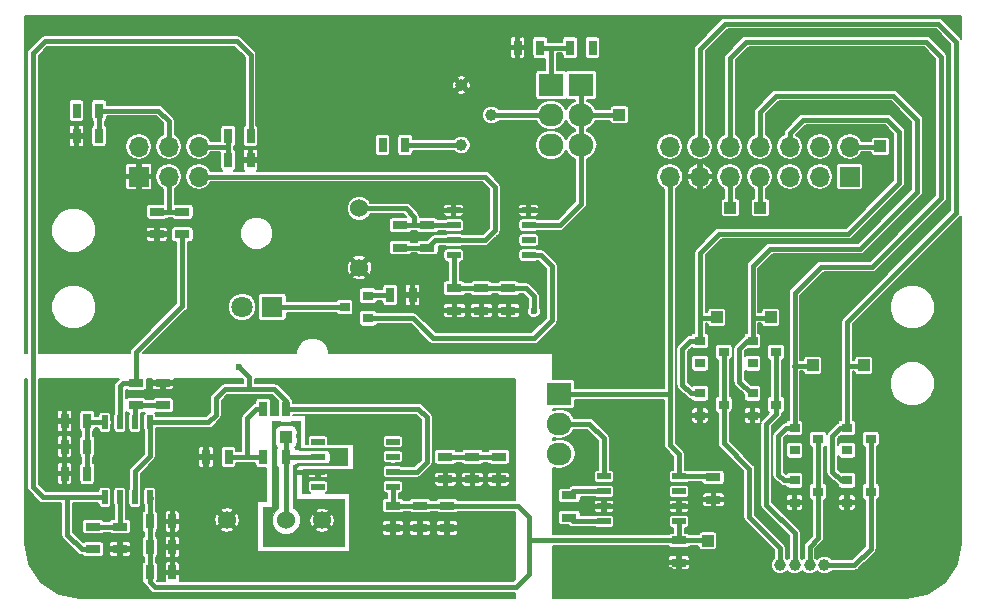
<source format=gbr>
G04 #@! TF.FileFunction,Copper,L1,Top,Signal*
%FSLAX46Y46*%
G04 Gerber Fmt 4.6, Leading zero omitted, Abs format (unit mm)*
G04 Created by KiCad (PCBNEW 4.0.6-e0-6349~52~ubuntu17.04.1) date Thu Jul  6 18:27:11 2017*
%MOMM*%
%LPD*%
G01*
G04 APERTURE LIST*
%ADD10C,0.100000*%
%ADD11C,0.400000*%
%ADD12C,0.700000*%
%ADD13R,1.300000X0.700000*%
%ADD14R,1.000000X1.000000*%
%ADD15R,0.700000X1.300000*%
%ADD16R,1.800000X1.800000*%
%ADD17C,1.800000*%
%ADD18C,1.524000*%
%ADD19C,1.000000*%
%ADD20R,2.100000X1.900000*%
%ADD21O,2.100000X1.900000*%
%ADD22R,0.900000X0.800000*%
%ADD23R,0.508000X1.143000*%
%ADD24R,1.143000X0.508000*%
%ADD25R,1.700000X1.700000*%
%ADD26O,1.700000X1.700000*%
%ADD27C,0.600000*%
%ADD28C,0.400000*%
%ADD29C,0.250000*%
%ADD30C,0.200000*%
G04 APERTURE END LIST*
D10*
D11*
X126492000Y-126873000D03*
X126492000Y-125984000D03*
X126492000Y-124968000D03*
X126492000Y-123952000D03*
X126492000Y-122936000D03*
X126492000Y-121920000D03*
X126492000Y-120904000D03*
X126492000Y-119888000D03*
X128524000Y-119888000D03*
X128524000Y-120904000D03*
X128524000Y-121729500D03*
X131572000Y-122301000D03*
X131572000Y-122936000D03*
X128270000Y-123571000D03*
X128270000Y-124587000D03*
X128270000Y-125603000D03*
X125984000Y-127571500D03*
X125984000Y-128587500D03*
X126365000Y-129413000D03*
X127254000Y-129603500D03*
X128270000Y-129603500D03*
X128778000Y-128905000D03*
X128905000Y-127254000D03*
X129032000Y-128143000D03*
X128270000Y-126619000D03*
D12*
X112014000Y-107696000D03*
X117094000Y-107696000D03*
X114554000Y-107696000D03*
X129794000Y-107696000D03*
X132334000Y-107696000D03*
X137414000Y-107696000D03*
X134874000Y-107696000D03*
X124714000Y-107696000D03*
X127254000Y-107696000D03*
X122174000Y-107696000D03*
X119634000Y-107696000D03*
X169926000Y-107950000D03*
X175006000Y-107950000D03*
X161036000Y-107950000D03*
X164846000Y-107950000D03*
X157226000Y-107950000D03*
X146050000Y-132334000D03*
X146050000Y-129794000D03*
X146050000Y-125730000D03*
X152400000Y-124714000D03*
X152400000Y-122174000D03*
X154686000Y-115824000D03*
X154686000Y-103124000D03*
X154686000Y-100584000D03*
X154686000Y-108204000D03*
X154686000Y-105664000D03*
X154686000Y-110744000D03*
X154686000Y-113284000D03*
X137160000Y-86868000D03*
X142240000Y-86868000D03*
X139700000Y-86868000D03*
X149860000Y-86868000D03*
X152400000Y-86868000D03*
X147320000Y-86868000D03*
X144780000Y-86868000D03*
X162560000Y-86868000D03*
X165100000Y-86868000D03*
X157480000Y-86868000D03*
X160020000Y-86868000D03*
X154940000Y-86868000D03*
X127000000Y-86868000D03*
X124460000Y-86868000D03*
X134620000Y-86868000D03*
X132080000Y-86868000D03*
X129540000Y-86868000D03*
X107442000Y-130048000D03*
X107442000Y-127508000D03*
X107442000Y-122428000D03*
X107442000Y-124968000D03*
X107442000Y-119888000D03*
X109791500Y-97345500D03*
X109791500Y-99885500D03*
X183261000Y-129921000D03*
X183261000Y-127381000D03*
X183261000Y-122301000D03*
X183261000Y-124841000D03*
X183261000Y-114681000D03*
X183261000Y-112141000D03*
X183261000Y-117221000D03*
X183261000Y-119761000D03*
X183261000Y-107061000D03*
X183261000Y-104521000D03*
X183261000Y-109601000D03*
X110490000Y-90678000D03*
X107442000Y-90678000D03*
X115570000Y-90678000D03*
X158750000Y-90678000D03*
X156210000Y-90678000D03*
X166370000Y-90678000D03*
X168910000Y-90678000D03*
X163830000Y-90678000D03*
X161290000Y-90678000D03*
X179070000Y-90678000D03*
X181610000Y-90678000D03*
X173990000Y-90678000D03*
X176530000Y-90678000D03*
X171450000Y-90678000D03*
X138430000Y-90678000D03*
X143510000Y-90678000D03*
X140970000Y-90678000D03*
X146050000Y-90678000D03*
X128270000Y-90678000D03*
X130810000Y-90678000D03*
X133350000Y-90678000D03*
X123190000Y-90678000D03*
X125730000Y-90678000D03*
X120650000Y-90678000D03*
X118110000Y-90678000D03*
X111760000Y-132334000D03*
X109220000Y-132334000D03*
X114300000Y-132334000D03*
X154940000Y-132334000D03*
X160020000Y-132334000D03*
X157480000Y-132334000D03*
X167640000Y-132334000D03*
X165100000Y-132334000D03*
X162560000Y-132334000D03*
X180340000Y-132334000D03*
X182880000Y-132334000D03*
X177800000Y-132334000D03*
X139700000Y-132334000D03*
X142240000Y-132334000D03*
X152400000Y-132334000D03*
X129540000Y-132334000D03*
X132080000Y-132334000D03*
X137160000Y-132334000D03*
X134620000Y-132334000D03*
X124460000Y-132334000D03*
X127000000Y-132334000D03*
X121920000Y-132334000D03*
X119380000Y-132334000D03*
X107442000Y-116586000D03*
X109982000Y-116586000D03*
X112522000Y-116586000D03*
X132842000Y-116586000D03*
X137922000Y-116586000D03*
X135382000Y-116586000D03*
X143002000Y-116586000D03*
X140462000Y-116586000D03*
X130302000Y-116586000D03*
X127762000Y-116586000D03*
X120142000Y-116586000D03*
D13*
X146304000Y-108397000D03*
X146304000Y-110297000D03*
X136525000Y-126812000D03*
X136525000Y-128712000D03*
X138811000Y-126812000D03*
X138811000Y-128712000D03*
X141097000Y-126812000D03*
X141097000Y-128712000D03*
X140970000Y-122684500D03*
X140970000Y-124584500D03*
X143256000Y-122684500D03*
X143256000Y-124584500D03*
X145478500Y-122684500D03*
X145478500Y-124584500D03*
D14*
X127444500Y-120967500D03*
D15*
X109747000Y-95518000D03*
X111647000Y-95518000D03*
X110631000Y-121807000D03*
X108731000Y-121807000D03*
X115953500Y-128143000D03*
X117853500Y-128143000D03*
X124474000Y-97550000D03*
X122574000Y-97550000D03*
X110631000Y-124093000D03*
X108731000Y-124093000D03*
X115953500Y-130302000D03*
X117853500Y-130302000D03*
X110631000Y-119648000D03*
X108731000Y-119648000D03*
X115953500Y-132461000D03*
X117853500Y-132461000D03*
D13*
X116539000Y-103834000D03*
X116539000Y-101934000D03*
X151464000Y-125937000D03*
X151464000Y-127837000D03*
X160735000Y-129747000D03*
X160735000Y-131647000D03*
X163656000Y-124413000D03*
X163656000Y-126313000D03*
X141732000Y-108397000D03*
X141732000Y-110297000D03*
X144018000Y-108397000D03*
X144018000Y-110297000D03*
X139446000Y-103063000D03*
X139446000Y-104963000D03*
D16*
X126318000Y-109996000D03*
D17*
X123778000Y-109996000D03*
D18*
X133684000Y-101654000D03*
X133684000Y-106654000D03*
D19*
X169304000Y-131840000D03*
X170554000Y-131840000D03*
X173054000Y-131840000D03*
X171804000Y-131840000D03*
D20*
X150622000Y-117348000D03*
D21*
X150622000Y-119888000D03*
X150622000Y-122428000D03*
D20*
X149940000Y-91200000D03*
D21*
X149940000Y-93740000D03*
X149940000Y-96280000D03*
D20*
X152480000Y-91200000D03*
D21*
X152480000Y-93740000D03*
X152480000Y-96280000D03*
D22*
X174975000Y-120222000D03*
X174975000Y-122122000D03*
X176975000Y-121172000D03*
X174975000Y-124667000D03*
X174975000Y-126567000D03*
X176975000Y-125617000D03*
X166974000Y-112856000D03*
X166974000Y-114756000D03*
X168974000Y-113806000D03*
X166974000Y-117301000D03*
X166974000Y-119201000D03*
X168974000Y-118251000D03*
X170530000Y-120222000D03*
X170530000Y-122122000D03*
X172530000Y-121172000D03*
X170530000Y-124667000D03*
X170530000Y-126567000D03*
X172530000Y-125617000D03*
X162529000Y-112856000D03*
X162529000Y-114756000D03*
X164529000Y-113806000D03*
X162529000Y-117301000D03*
X162529000Y-119201000D03*
X164529000Y-118251000D03*
X134430000Y-110946000D03*
X134430000Y-109046000D03*
X132430000Y-109996000D03*
D15*
X109747000Y-93359000D03*
X111647000Y-93359000D03*
D13*
X113411000Y-128590000D03*
X113411000Y-130490000D03*
X111125000Y-128590000D03*
X111125000Y-130490000D03*
D15*
X124474000Y-95518000D03*
X122574000Y-95518000D03*
D13*
X118698000Y-103834000D03*
X118698000Y-101934000D03*
X114761000Y-118312000D03*
X114761000Y-116412000D03*
X117047000Y-118312000D03*
X117047000Y-116412000D03*
D15*
X136290000Y-108980000D03*
X138190000Y-108980000D03*
X135655000Y-96280000D03*
X137555000Y-96280000D03*
X148985000Y-88025000D03*
X147085000Y-88025000D03*
X153430000Y-88025000D03*
X151530000Y-88025000D03*
D13*
X137160000Y-103063000D03*
X137160000Y-104963000D03*
D19*
X142320000Y-96280000D03*
X142320000Y-91200000D03*
X144860000Y-93740000D03*
D23*
X112141000Y-119761000D03*
X113411000Y-119761000D03*
X114681000Y-119761000D03*
X115951000Y-119761000D03*
X115951000Y-126111000D03*
X114681000Y-126111000D03*
X113411000Y-126111000D03*
X112141000Y-126111000D03*
D24*
X160745000Y-124335000D03*
X160745000Y-125605000D03*
X160745000Y-126875000D03*
X160745000Y-128145000D03*
X154395000Y-128145000D03*
X154395000Y-126875000D03*
X154395000Y-125605000D03*
X154395000Y-124335000D03*
X141668500Y-105600500D03*
X141668500Y-104330500D03*
X141668500Y-103060500D03*
X141668500Y-101790500D03*
X148018500Y-101790500D03*
X148018500Y-103060500D03*
X148018500Y-104330500D03*
X148018500Y-105600500D03*
D25*
X115015000Y-98947000D03*
D26*
X115015000Y-96407000D03*
X117555000Y-98947000D03*
X117555000Y-96407000D03*
X120095000Y-98947000D03*
X120095000Y-96407000D03*
D25*
X175213000Y-98947000D03*
D26*
X175213000Y-96407000D03*
X172673000Y-98947000D03*
X172673000Y-96407000D03*
X170133000Y-98947000D03*
X170133000Y-96407000D03*
X167593000Y-98947000D03*
X167593000Y-96407000D03*
X165053000Y-98947000D03*
X165053000Y-96407000D03*
X162513000Y-98947000D03*
X162513000Y-96407000D03*
X159973000Y-98947000D03*
X159973000Y-96407000D03*
D18*
X130492500Y-128016000D03*
D14*
X155702000Y-93726000D03*
X176403000Y-114935000D03*
X172085000Y-114935000D03*
X168529000Y-110871000D03*
X163957000Y-110871000D03*
X163195000Y-129794000D03*
X165100000Y-101600000D03*
X167640000Y-101600000D03*
X177800000Y-96393000D03*
D18*
X127468000Y-128016000D03*
X122468000Y-128016000D03*
D15*
X127442000Y-122682000D03*
X125542000Y-122682000D03*
X120716000Y-122682000D03*
X122616000Y-122682000D03*
X125542000Y-118618000D03*
X127442000Y-118618000D03*
D24*
X136525000Y-121412000D03*
X136525000Y-122682000D03*
X136525000Y-123952000D03*
X136525000Y-125222000D03*
X130175000Y-125222000D03*
X130175000Y-123952000D03*
X130175000Y-122682000D03*
X130175000Y-121412000D03*
D27*
X145478500Y-122684500D03*
X140970000Y-122684500D03*
X136525000Y-122682000D03*
X112141000Y-119761000D03*
X148463000Y-110363000D03*
X109664500Y-93408500D03*
X123507500Y-115062000D03*
X127442000Y-118618000D03*
X153416000Y-88011000D03*
X135589000Y-96407000D03*
X162560000Y-114808000D03*
X167005000Y-114808000D03*
X174975000Y-122122000D03*
X170434000Y-122174000D03*
X136290000Y-108980000D03*
X147955000Y-104330500D03*
D28*
X141097000Y-126812000D02*
X147132000Y-126812000D01*
X148082000Y-127762000D02*
X148082000Y-129747000D01*
X147132000Y-126812000D02*
X148082000Y-127762000D01*
X136525000Y-126812000D02*
X138811000Y-126812000D01*
X138811000Y-126812000D02*
X141097000Y-126812000D01*
X140970000Y-126812000D02*
X140970000Y-126682500D01*
X136525000Y-125222000D02*
X136525000Y-126812000D01*
X143891000Y-133731000D02*
X146939000Y-133731000D01*
X115951000Y-132463500D02*
X115951000Y-133286500D01*
X115951000Y-133286500D02*
X116395500Y-133731000D01*
X116395500Y-133731000D02*
X143891000Y-133731000D01*
X148082000Y-132588000D02*
X148082000Y-129747000D01*
X146939000Y-133731000D02*
X148082000Y-132588000D01*
X115953500Y-130302000D02*
X115953500Y-128143000D01*
X115953500Y-128143000D02*
X115951000Y-128140500D01*
X115951000Y-128140500D02*
X115951000Y-126111000D01*
X115951000Y-128140500D02*
X115953500Y-128143000D01*
X116017000Y-130365500D02*
X115953500Y-130302000D01*
X115953500Y-128206500D02*
X116017000Y-128143000D01*
X116017000Y-126177000D02*
X115951000Y-126111000D01*
X160735000Y-129747000D02*
X163148000Y-129747000D01*
X163148000Y-129747000D02*
X163195000Y-129794000D01*
X160735000Y-129747000D02*
X158242000Y-129747000D01*
X158242000Y-129747000D02*
X156798000Y-129747000D01*
X156798000Y-129747000D02*
X148082000Y-129747000D01*
X160745000Y-128145000D02*
X160745000Y-129737000D01*
X160745000Y-129737000D02*
X160735000Y-129747000D01*
X115953500Y-132461000D02*
X115953500Y-130302000D01*
X115953500Y-132461000D02*
X115951000Y-132463500D01*
X115951000Y-132395000D02*
X116017000Y-132461000D01*
X130175000Y-123952000D02*
X128270000Y-123952000D01*
D29*
X128524000Y-121729500D02*
X128524000Y-121920000D01*
X128524000Y-121920000D02*
X128651000Y-122047000D01*
X128651000Y-122047000D02*
X131318000Y-122047000D01*
X131318000Y-122047000D02*
X131572000Y-122301000D01*
X131572000Y-122301000D02*
X131508500Y-122301000D01*
X128270000Y-123571000D02*
X128270000Y-123507500D01*
X128270000Y-123507500D02*
X128460500Y-123317000D01*
X128460500Y-123317000D02*
X131191000Y-123317000D01*
X131191000Y-123317000D02*
X131572000Y-122936000D01*
D28*
X143256000Y-122684500D02*
X145478500Y-122684500D01*
X140970000Y-122684500D02*
X143256000Y-122684500D01*
X112141000Y-119761000D02*
X110744000Y-119761000D01*
X146304000Y-108397000D02*
X147767000Y-108397000D01*
X147767000Y-108397000D02*
X148463000Y-109093000D01*
X148463000Y-109093000D02*
X148463000Y-110363000D01*
X141732000Y-108397000D02*
X144018000Y-108397000D01*
X144018000Y-108397000D02*
X146304000Y-108397000D01*
X141668500Y-105600500D02*
X141668500Y-108333500D01*
X141668500Y-108333500D02*
X141732000Y-108397000D01*
X110631000Y-119648000D02*
X110631000Y-121807000D01*
X110744000Y-119761000D02*
X110631000Y-119648000D01*
X110744000Y-119761000D02*
X110631000Y-119648000D01*
X150622000Y-117348000D02*
X159973000Y-117348000D01*
X159973000Y-117348000D02*
X159893000Y-117348000D01*
X159893000Y-117348000D02*
X159973000Y-117348000D01*
X160745000Y-124335000D02*
X160745000Y-122452000D01*
X159973000Y-121680000D02*
X159973000Y-117348000D01*
X159973000Y-117348000D02*
X159973000Y-106553000D01*
X159973000Y-106553000D02*
X159973000Y-98947000D01*
X160745000Y-122452000D02*
X159973000Y-121680000D01*
X160745000Y-124335000D02*
X163578000Y-124335000D01*
X163578000Y-124335000D02*
X163656000Y-124413000D01*
X110631000Y-121807000D02*
X110631000Y-124093000D01*
X141807000Y-108383000D02*
X141779000Y-108383000D01*
X141807000Y-108383000D02*
X141779000Y-108383000D01*
X141779000Y-108383000D02*
X141906000Y-108256000D01*
X124333000Y-116967000D02*
X124333000Y-115887500D01*
X109664500Y-93408500D02*
X109714000Y-93359000D01*
X124333000Y-115887500D02*
X123507500Y-115062000D01*
X109714000Y-93359000D02*
X109747000Y-93359000D01*
X109747000Y-93389500D02*
X109747000Y-93359000D01*
X114681000Y-126111000D02*
X114681000Y-123888500D01*
X115951000Y-122618500D02*
X115951000Y-119761000D01*
X114681000Y-123888500D02*
X115951000Y-122618500D01*
X136525000Y-123952000D02*
X138557000Y-123952000D01*
X138684000Y-118618000D02*
X127442000Y-118618000D01*
X139382500Y-119316500D02*
X138684000Y-118618000D01*
X139382500Y-123126500D02*
X139382500Y-119316500D01*
X138557000Y-123952000D02*
X139382500Y-123126500D01*
X127442000Y-118618000D02*
X127442000Y-117917000D01*
X120904000Y-119761000D02*
X115951000Y-119761000D01*
X121539000Y-119126000D02*
X120904000Y-119761000D01*
X121539000Y-117729000D02*
X121539000Y-119126000D01*
X122301000Y-116967000D02*
X121539000Y-117729000D01*
X126492000Y-116967000D02*
X124333000Y-116967000D01*
X124333000Y-116967000D02*
X122301000Y-116967000D01*
X127442000Y-117917000D02*
X126492000Y-116967000D01*
X109742000Y-93359000D02*
X109747000Y-93359000D01*
X127444500Y-120967500D02*
X127444500Y-122679500D01*
X127444500Y-122679500D02*
X127442000Y-122682000D01*
X130175000Y-122682000D02*
X127442000Y-122682000D01*
X127468000Y-128016000D02*
X127468000Y-122708000D01*
X127468000Y-122708000D02*
X127442000Y-122682000D01*
X127461000Y-127961000D02*
X127500000Y-128000000D01*
X111647000Y-95518000D02*
X111647000Y-93359000D01*
X117555000Y-96407000D02*
X117555000Y-94248000D01*
X116666000Y-93359000D02*
X111647000Y-93359000D01*
X117555000Y-94248000D02*
X116666000Y-93359000D01*
X122574000Y-96407000D02*
X120095000Y-96407000D01*
X122574000Y-95518000D02*
X122574000Y-96407000D01*
X122574000Y-96407000D02*
X122574000Y-97550000D01*
X117555000Y-98947000D02*
X117555000Y-101934000D01*
X117555000Y-101934000D02*
X117555000Y-101741000D01*
X117555000Y-101741000D02*
X117555000Y-101934000D01*
X116539000Y-101934000D02*
X117555000Y-101934000D01*
X117555000Y-101934000D02*
X118698000Y-101934000D01*
X154395000Y-125605000D02*
X151796000Y-125605000D01*
X151796000Y-125605000D02*
X151464000Y-125937000D01*
X154395000Y-128145000D02*
X151772000Y-128145000D01*
X151772000Y-128145000D02*
X151464000Y-127837000D01*
X153416000Y-88011000D02*
X153430000Y-88025000D01*
X135655000Y-96341000D02*
X135589000Y-96407000D01*
X162560000Y-114808000D02*
X162529000Y-114777000D01*
X162529000Y-114777000D02*
X162529000Y-114756000D01*
X167005000Y-114808000D02*
X166974000Y-114777000D01*
X166974000Y-114777000D02*
X166974000Y-114756000D01*
X170486000Y-122122000D02*
X170434000Y-122174000D01*
X170486000Y-122122000D02*
X170530000Y-122122000D01*
X135655000Y-96341000D02*
X135655000Y-96280000D01*
X139446000Y-103063000D02*
X141666000Y-103063000D01*
X141666000Y-103063000D02*
X141668500Y-103060500D01*
X133684000Y-101654000D02*
X137595000Y-101654000D01*
X138303000Y-102362000D02*
X138303000Y-103063000D01*
X137595000Y-101654000D02*
X138303000Y-102362000D01*
X137160000Y-103063000D02*
X138303000Y-103063000D01*
X138303000Y-103063000D02*
X139446000Y-103063000D01*
X141668500Y-104330500D02*
X144335500Y-104330500D01*
X144286000Y-98947000D02*
X120095000Y-98947000D01*
X145161000Y-99822000D02*
X144286000Y-98947000D01*
X145161000Y-103505000D02*
X145161000Y-99822000D01*
X144335500Y-104330500D02*
X145161000Y-103505000D01*
X137160000Y-104963000D02*
X139446000Y-104963000D01*
X139446000Y-104963000D02*
X140078500Y-104330500D01*
X140078500Y-104330500D02*
X141668500Y-104330500D01*
X169304000Y-131840000D02*
X169304000Y-130376000D01*
X164529000Y-121537000D02*
X164529000Y-118251000D01*
X166704000Y-123712000D02*
X164529000Y-121537000D01*
X166704000Y-127776000D02*
X166704000Y-123712000D01*
X169304000Y-130376000D02*
X166704000Y-127776000D01*
X164478000Y-118302000D02*
X164529000Y-118251000D01*
X164529000Y-118251000D02*
X164529000Y-113806000D01*
X168974000Y-118251000D02*
X168974000Y-119062000D01*
X170554000Y-129152000D02*
X170554000Y-131840000D01*
X168148000Y-126746000D02*
X170554000Y-129152000D01*
X168148000Y-119888000D02*
X168148000Y-126746000D01*
X168974000Y-119062000D02*
X168148000Y-119888000D01*
X168974000Y-118251000D02*
X168974000Y-113806000D01*
X176975000Y-125617000D02*
X176975000Y-130459000D01*
X175594000Y-131840000D02*
X173054000Y-131840000D01*
X176975000Y-130459000D02*
X175594000Y-131840000D01*
X176975000Y-125617000D02*
X176975000Y-121172000D01*
X171804000Y-131840000D02*
X171804000Y-130296000D01*
X172530000Y-129570000D02*
X172530000Y-125617000D01*
X171804000Y-130296000D02*
X172530000Y-129570000D01*
X172530000Y-125617000D02*
X172530000Y-121172000D01*
X149940000Y-91200000D02*
X149940000Y-88025000D01*
X151530000Y-88025000D02*
X149940000Y-88025000D01*
X149940000Y-88025000D02*
X148985000Y-88025000D01*
X144860000Y-93740000D02*
X149940000Y-93740000D01*
X148018500Y-103060500D02*
X150685500Y-103060500D01*
X152480000Y-101266000D02*
X152480000Y-96280000D01*
X150685500Y-103060500D02*
X152480000Y-101266000D01*
X152480000Y-93740000D02*
X155655000Y-93740000D01*
X152480000Y-91200000D02*
X152480000Y-93740000D01*
X152480000Y-93740000D02*
X152480000Y-96280000D01*
X174975000Y-124667000D02*
X174451000Y-124667000D01*
X174418000Y-120222000D02*
X174975000Y-120222000D01*
X173736000Y-120904000D02*
X174418000Y-120222000D01*
X173736000Y-123952000D02*
X173736000Y-120904000D01*
X174451000Y-124667000D02*
X173736000Y-123952000D01*
X176356000Y-114949000D02*
X174975000Y-114949000D01*
X174975000Y-114949000D02*
X175086000Y-114949000D01*
X175086000Y-114949000D02*
X174975000Y-114949000D01*
X174975000Y-120222000D02*
X174975000Y-114949000D01*
X174975000Y-114949000D02*
X174975000Y-111250000D01*
X162513000Y-88152000D02*
X162513000Y-96407000D01*
X164672000Y-85993000D02*
X162513000Y-88152000D01*
X182706000Y-85993000D02*
X164672000Y-85993000D01*
X184230000Y-87517000D02*
X182706000Y-85993000D01*
X184230000Y-101995000D02*
X184230000Y-87517000D01*
X174975000Y-111250000D02*
X184230000Y-101995000D01*
X174975000Y-120267000D02*
X174975000Y-120222000D01*
X166974000Y-117301000D02*
X166831000Y-117301000D01*
X166831000Y-117301000D02*
X165862000Y-116332000D01*
X165862000Y-116332000D02*
X165862000Y-113538000D01*
X165862000Y-113538000D02*
X166544000Y-112856000D01*
X166544000Y-112856000D02*
X166974000Y-112856000D01*
X168482000Y-110885000D02*
X166974000Y-110885000D01*
X166974000Y-112856000D02*
X166974000Y-110885000D01*
X166974000Y-110885000D02*
X166974000Y-106551000D01*
X167593000Y-93486000D02*
X167593000Y-96407000D01*
X168990000Y-92089000D02*
X167593000Y-93486000D01*
X178896000Y-92089000D02*
X168990000Y-92089000D01*
X180928000Y-94121000D02*
X178896000Y-92089000D01*
X180928000Y-100217000D02*
X180928000Y-94121000D01*
X176102000Y-105043000D02*
X180928000Y-100217000D01*
X168482000Y-105043000D02*
X176102000Y-105043000D01*
X166974000Y-106551000D02*
X168482000Y-105043000D01*
X166974000Y-112806000D02*
X166974000Y-112856000D01*
X170530000Y-124667000D02*
X169625000Y-124667000D01*
X169846000Y-120222000D02*
X170530000Y-120222000D01*
X169164000Y-120904000D02*
X169846000Y-120222000D01*
X169164000Y-124206000D02*
X169164000Y-120904000D01*
X169625000Y-124667000D02*
X169164000Y-124206000D01*
X172038000Y-114949000D02*
X170530000Y-114949000D01*
X170530000Y-114949000D02*
X170530000Y-108837000D01*
X165053000Y-88914000D02*
X165053000Y-96407000D01*
X166450000Y-87517000D02*
X165053000Y-88914000D01*
X181690000Y-87517000D02*
X166450000Y-87517000D01*
X182960000Y-88787000D02*
X181690000Y-87517000D01*
X182960000Y-100725000D02*
X182960000Y-88787000D01*
X177118000Y-106567000D02*
X182960000Y-100725000D01*
X172800000Y-106567000D02*
X177118000Y-106567000D01*
X170530000Y-108837000D02*
X172800000Y-106567000D01*
X170530000Y-114949000D02*
X170514000Y-114949000D01*
X170514000Y-114949000D02*
X170530000Y-114949000D01*
X170530000Y-114949000D02*
X170530000Y-120222000D01*
X170530000Y-120267000D02*
X170530000Y-120222000D01*
X162529000Y-117301000D02*
X161751000Y-117301000D01*
X161718000Y-112856000D02*
X162529000Y-112856000D01*
X161036000Y-113538000D02*
X161718000Y-112856000D01*
X161036000Y-116586000D02*
X161036000Y-113538000D01*
X161751000Y-117301000D02*
X161036000Y-116586000D01*
X163910000Y-110885000D02*
X162529000Y-110885000D01*
X170133000Y-96407000D02*
X170133000Y-95264000D01*
X162529000Y-105408000D02*
X162529000Y-110631000D01*
X162529000Y-110631000D02*
X162529000Y-110885000D01*
X162529000Y-110885000D02*
X162529000Y-112856000D01*
X164164000Y-103773000D02*
X162529000Y-105408000D01*
X175086000Y-103773000D02*
X164164000Y-103773000D01*
X179404000Y-99455000D02*
X175086000Y-103773000D01*
X179404000Y-95137000D02*
X179404000Y-99455000D01*
X178388000Y-94121000D02*
X179404000Y-95137000D01*
X171276000Y-94121000D02*
X178388000Y-94121000D01*
X170133000Y-95264000D02*
X171276000Y-94121000D01*
X170133000Y-96407000D02*
X170133000Y-95772000D01*
X162529000Y-112806000D02*
X162529000Y-112856000D01*
X134430000Y-110946000D02*
X138251000Y-110946000D01*
X149034500Y-105600500D02*
X148018500Y-105600500D01*
X149987000Y-106553000D02*
X149034500Y-105600500D01*
X149987000Y-111125000D02*
X149987000Y-106553000D01*
X148463000Y-112649000D02*
X149987000Y-111125000D01*
X139954000Y-112649000D02*
X148463000Y-112649000D01*
X138251000Y-110946000D02*
X139954000Y-112649000D01*
X134430000Y-110996000D02*
X134430000Y-110946000D01*
X134496000Y-108980000D02*
X136290000Y-108980000D01*
X147955000Y-104330500D02*
X148018500Y-104330500D01*
X134496000Y-108980000D02*
X134430000Y-109046000D01*
X132430000Y-109996000D02*
X126318000Y-109996000D01*
X113411000Y-128590000D02*
X111125000Y-128590000D01*
X113411000Y-128590000D02*
X113411000Y-126111000D01*
X108966000Y-126111000D02*
X106934000Y-126111000D01*
X106934000Y-126111000D02*
X106045000Y-125222000D01*
X106045000Y-125222000D02*
X106045000Y-88519000D01*
X106045000Y-88519000D02*
X107061000Y-87503000D01*
X107061000Y-87503000D02*
X123317000Y-87503000D01*
X123317000Y-87503000D02*
X124474000Y-88660000D01*
X124474000Y-88660000D02*
X124474000Y-95518000D01*
X111125000Y-130490000D02*
X110170000Y-130490000D01*
X108966000Y-129286000D02*
X108966000Y-126111000D01*
X110170000Y-130490000D02*
X108966000Y-129286000D01*
X112141000Y-126111000D02*
X108966000Y-126111000D01*
X114761000Y-116412000D02*
X114761000Y-113839000D01*
X118698000Y-109902000D02*
X118698000Y-103834000D01*
X114761000Y-113839000D02*
X118698000Y-109902000D01*
X113411000Y-119761000D02*
X113411000Y-116713000D01*
X113712000Y-116412000D02*
X114761000Y-116412000D01*
X113411000Y-116713000D02*
X113712000Y-116412000D01*
X114761000Y-118312000D02*
X117047000Y-118312000D01*
X114681000Y-119761000D02*
X114681000Y-118392000D01*
X114681000Y-118392000D02*
X114761000Y-118312000D01*
X114681000Y-118392000D02*
X114761000Y-118312000D01*
X114681000Y-118392000D02*
X114761000Y-118312000D01*
X142320000Y-96280000D02*
X137555000Y-96280000D01*
X175213000Y-96407000D02*
X177786000Y-96407000D01*
X177786000Y-96407000D02*
X177800000Y-96393000D01*
X165053000Y-98947000D02*
X165053000Y-101614000D01*
X167593000Y-98947000D02*
X167593000Y-101614000D01*
X154395000Y-124335000D02*
X154395000Y-121121000D01*
X153162000Y-119888000D02*
X150622000Y-119888000D01*
X154395000Y-121121000D02*
X153162000Y-119888000D01*
X125542000Y-118618000D02*
X124968000Y-118618000D01*
X124206000Y-119380000D02*
X124206000Y-122682000D01*
X124968000Y-118618000D02*
X124206000Y-119380000D01*
X122616000Y-122682000D02*
X124206000Y-122682000D01*
X124206000Y-122682000D02*
X125542000Y-122682000D01*
D30*
G36*
X105545000Y-125222000D02*
X105564542Y-125320245D01*
X105583060Y-125413342D01*
X105691447Y-125575553D01*
X106580447Y-126464553D01*
X106742658Y-126572940D01*
X106934000Y-126611000D01*
X108466000Y-126611000D01*
X108466000Y-129286000D01*
X108495189Y-129432745D01*
X108504060Y-129477342D01*
X108612447Y-129639553D01*
X109816447Y-130843553D01*
X109978658Y-130951940D01*
X110170000Y-130990000D01*
X110215026Y-130990000D01*
X110255745Y-131053279D01*
X110355997Y-131121778D01*
X110475000Y-131145877D01*
X111775000Y-131145877D01*
X111886173Y-131124958D01*
X111988279Y-131059255D01*
X112056778Y-130959003D01*
X112080877Y-130840000D01*
X112080877Y-130715000D01*
X112461000Y-130715000D01*
X112461000Y-130899674D01*
X112506672Y-131009937D01*
X112591064Y-131094328D01*
X112701327Y-131140000D01*
X113186000Y-131140000D01*
X113261000Y-131065000D01*
X113261000Y-130640000D01*
X113561000Y-130640000D01*
X113561000Y-131065000D01*
X113636000Y-131140000D01*
X114120673Y-131140000D01*
X114230936Y-131094328D01*
X114315328Y-131009937D01*
X114361000Y-130899674D01*
X114361000Y-130715000D01*
X114286000Y-130640000D01*
X113561000Y-130640000D01*
X113261000Y-130640000D01*
X112536000Y-130640000D01*
X112461000Y-130715000D01*
X112080877Y-130715000D01*
X112080877Y-130140000D01*
X112069649Y-130080326D01*
X112461000Y-130080326D01*
X112461000Y-130265000D01*
X112536000Y-130340000D01*
X113261000Y-130340000D01*
X113261000Y-129915000D01*
X113561000Y-129915000D01*
X113561000Y-130340000D01*
X114286000Y-130340000D01*
X114361000Y-130265000D01*
X114361000Y-130080326D01*
X114315328Y-129970063D01*
X114230936Y-129885672D01*
X114120673Y-129840000D01*
X113636000Y-129840000D01*
X113561000Y-129915000D01*
X113261000Y-129915000D01*
X113186000Y-129840000D01*
X112701327Y-129840000D01*
X112591064Y-129885672D01*
X112506672Y-129970063D01*
X112461000Y-130080326D01*
X112069649Y-130080326D01*
X112059958Y-130028827D01*
X111994255Y-129926721D01*
X111894003Y-129858222D01*
X111775000Y-129834123D01*
X110475000Y-129834123D01*
X110363827Y-129855042D01*
X110289790Y-129902684D01*
X109466000Y-129078894D01*
X109466000Y-128240000D01*
X110169123Y-128240000D01*
X110169123Y-128940000D01*
X110190042Y-129051173D01*
X110255745Y-129153279D01*
X110355997Y-129221778D01*
X110475000Y-129245877D01*
X111775000Y-129245877D01*
X111886173Y-129224958D01*
X111988279Y-129159255D01*
X112035599Y-129090000D01*
X112501026Y-129090000D01*
X112541745Y-129153279D01*
X112641997Y-129221778D01*
X112761000Y-129245877D01*
X114061000Y-129245877D01*
X114172173Y-129224958D01*
X114274279Y-129159255D01*
X114342778Y-129059003D01*
X114366877Y-128940000D01*
X114366877Y-128240000D01*
X114345958Y-128128827D01*
X114280255Y-128026721D01*
X114180003Y-127958222D01*
X114061000Y-127934123D01*
X113911000Y-127934123D01*
X113911000Y-126853866D01*
X113946778Y-126801503D01*
X113970877Y-126682500D01*
X113970877Y-125539500D01*
X113949958Y-125428327D01*
X113884255Y-125326221D01*
X113784003Y-125257722D01*
X113665000Y-125233623D01*
X113157000Y-125233623D01*
X113045827Y-125254542D01*
X112943721Y-125320245D01*
X112875222Y-125420497D01*
X112851123Y-125539500D01*
X112851123Y-126682500D01*
X112872042Y-126793673D01*
X112911000Y-126854216D01*
X112911000Y-127934123D01*
X112761000Y-127934123D01*
X112649827Y-127955042D01*
X112547721Y-128020745D01*
X112500401Y-128090000D01*
X112034974Y-128090000D01*
X111994255Y-128026721D01*
X111894003Y-127958222D01*
X111775000Y-127934123D01*
X110475000Y-127934123D01*
X110363827Y-127955042D01*
X110261721Y-128020745D01*
X110193222Y-128120997D01*
X110169123Y-128240000D01*
X109466000Y-128240000D01*
X109466000Y-126611000D01*
X111581123Y-126611000D01*
X111581123Y-126682500D01*
X111602042Y-126793673D01*
X111667745Y-126895779D01*
X111767997Y-126964278D01*
X111887000Y-126988377D01*
X112395000Y-126988377D01*
X112506173Y-126967458D01*
X112608279Y-126901755D01*
X112676778Y-126801503D01*
X112700877Y-126682500D01*
X112700877Y-125539500D01*
X112679958Y-125428327D01*
X112614255Y-125326221D01*
X112514003Y-125257722D01*
X112395000Y-125233623D01*
X111887000Y-125233623D01*
X111775827Y-125254542D01*
X111673721Y-125320245D01*
X111605222Y-125420497D01*
X111581123Y-125539500D01*
X111581123Y-125611000D01*
X107141106Y-125611000D01*
X106545000Y-125014894D01*
X106545000Y-124318000D01*
X108081000Y-124318000D01*
X108081000Y-124802673D01*
X108126672Y-124912936D01*
X108211063Y-124997328D01*
X108321326Y-125043000D01*
X108506000Y-125043000D01*
X108581000Y-124968000D01*
X108581000Y-124243000D01*
X108881000Y-124243000D01*
X108881000Y-124968000D01*
X108956000Y-125043000D01*
X109140674Y-125043000D01*
X109250937Y-124997328D01*
X109335328Y-124912936D01*
X109381000Y-124802673D01*
X109381000Y-124318000D01*
X109306000Y-124243000D01*
X108881000Y-124243000D01*
X108581000Y-124243000D01*
X108156000Y-124243000D01*
X108081000Y-124318000D01*
X106545000Y-124318000D01*
X106545000Y-123383327D01*
X108081000Y-123383327D01*
X108081000Y-123868000D01*
X108156000Y-123943000D01*
X108581000Y-123943000D01*
X108581000Y-123218000D01*
X108881000Y-123218000D01*
X108881000Y-123943000D01*
X109306000Y-123943000D01*
X109381000Y-123868000D01*
X109381000Y-123383327D01*
X109335328Y-123273064D01*
X109250937Y-123188672D01*
X109140674Y-123143000D01*
X108956000Y-123143000D01*
X108881000Y-123218000D01*
X108581000Y-123218000D01*
X108506000Y-123143000D01*
X108321326Y-123143000D01*
X108211063Y-123188672D01*
X108126672Y-123273064D01*
X108081000Y-123383327D01*
X106545000Y-123383327D01*
X106545000Y-122032000D01*
X108081000Y-122032000D01*
X108081000Y-122516673D01*
X108126672Y-122626936D01*
X108211063Y-122711328D01*
X108321326Y-122757000D01*
X108506000Y-122757000D01*
X108581000Y-122682000D01*
X108581000Y-121957000D01*
X108881000Y-121957000D01*
X108881000Y-122682000D01*
X108956000Y-122757000D01*
X109140674Y-122757000D01*
X109250937Y-122711328D01*
X109335328Y-122626936D01*
X109381000Y-122516673D01*
X109381000Y-122032000D01*
X109306000Y-121957000D01*
X108881000Y-121957000D01*
X108581000Y-121957000D01*
X108156000Y-121957000D01*
X108081000Y-122032000D01*
X106545000Y-122032000D01*
X106545000Y-121097327D01*
X108081000Y-121097327D01*
X108081000Y-121582000D01*
X108156000Y-121657000D01*
X108581000Y-121657000D01*
X108581000Y-120932000D01*
X108881000Y-120932000D01*
X108881000Y-121657000D01*
X109306000Y-121657000D01*
X109381000Y-121582000D01*
X109381000Y-121097327D01*
X109335328Y-120987064D01*
X109250937Y-120902672D01*
X109140674Y-120857000D01*
X108956000Y-120857000D01*
X108881000Y-120932000D01*
X108581000Y-120932000D01*
X108506000Y-120857000D01*
X108321326Y-120857000D01*
X108211063Y-120902672D01*
X108126672Y-120987064D01*
X108081000Y-121097327D01*
X106545000Y-121097327D01*
X106545000Y-119873000D01*
X108081000Y-119873000D01*
X108081000Y-120357673D01*
X108126672Y-120467936D01*
X108211063Y-120552328D01*
X108321326Y-120598000D01*
X108506000Y-120598000D01*
X108581000Y-120523000D01*
X108581000Y-119798000D01*
X108881000Y-119798000D01*
X108881000Y-120523000D01*
X108956000Y-120598000D01*
X109140674Y-120598000D01*
X109250937Y-120552328D01*
X109335328Y-120467936D01*
X109381000Y-120357673D01*
X109381000Y-119873000D01*
X109306000Y-119798000D01*
X108881000Y-119798000D01*
X108581000Y-119798000D01*
X108156000Y-119798000D01*
X108081000Y-119873000D01*
X106545000Y-119873000D01*
X106545000Y-118938327D01*
X108081000Y-118938327D01*
X108081000Y-119423000D01*
X108156000Y-119498000D01*
X108581000Y-119498000D01*
X108581000Y-118773000D01*
X108881000Y-118773000D01*
X108881000Y-119498000D01*
X109306000Y-119498000D01*
X109381000Y-119423000D01*
X109381000Y-118998000D01*
X109975123Y-118998000D01*
X109975123Y-120298000D01*
X109996042Y-120409173D01*
X110061745Y-120511279D01*
X110131000Y-120558599D01*
X110131000Y-120897026D01*
X110067721Y-120937745D01*
X109999222Y-121037997D01*
X109975123Y-121157000D01*
X109975123Y-122457000D01*
X109996042Y-122568173D01*
X110061745Y-122670279D01*
X110131000Y-122717599D01*
X110131000Y-123183026D01*
X110067721Y-123223745D01*
X109999222Y-123323997D01*
X109975123Y-123443000D01*
X109975123Y-124743000D01*
X109996042Y-124854173D01*
X110061745Y-124956279D01*
X110161997Y-125024778D01*
X110281000Y-125048877D01*
X110981000Y-125048877D01*
X111092173Y-125027958D01*
X111194279Y-124962255D01*
X111262778Y-124862003D01*
X111286877Y-124743000D01*
X111286877Y-123443000D01*
X111265958Y-123331827D01*
X111200255Y-123229721D01*
X111131000Y-123182401D01*
X111131000Y-122716974D01*
X111194279Y-122676255D01*
X111262778Y-122576003D01*
X111286877Y-122457000D01*
X111286877Y-121157000D01*
X111265958Y-121045827D01*
X111200255Y-120943721D01*
X111131000Y-120896401D01*
X111131000Y-120557974D01*
X111194279Y-120517255D01*
X111262778Y-120417003D01*
X111286877Y-120298000D01*
X111286877Y-120261000D01*
X111581123Y-120261000D01*
X111581123Y-120332500D01*
X111602042Y-120443673D01*
X111667745Y-120545779D01*
X111767997Y-120614278D01*
X111887000Y-120638377D01*
X112395000Y-120638377D01*
X112506173Y-120617458D01*
X112608279Y-120551755D01*
X112676778Y-120451503D01*
X112700877Y-120332500D01*
X112700877Y-119977248D01*
X112740896Y-119880871D01*
X112741104Y-119642176D01*
X112700877Y-119544819D01*
X112700877Y-119189500D01*
X112679958Y-119078327D01*
X112614255Y-118976221D01*
X112514003Y-118907722D01*
X112395000Y-118883623D01*
X111887000Y-118883623D01*
X111775827Y-118904542D01*
X111673721Y-118970245D01*
X111605222Y-119070497D01*
X111581123Y-119189500D01*
X111581123Y-119261000D01*
X111286877Y-119261000D01*
X111286877Y-118998000D01*
X111265958Y-118886827D01*
X111200255Y-118784721D01*
X111100003Y-118716222D01*
X110981000Y-118692123D01*
X110281000Y-118692123D01*
X110169827Y-118713042D01*
X110067721Y-118778745D01*
X109999222Y-118878997D01*
X109975123Y-118998000D01*
X109381000Y-118998000D01*
X109381000Y-118938327D01*
X109335328Y-118828064D01*
X109250937Y-118743672D01*
X109140674Y-118698000D01*
X108956000Y-118698000D01*
X108881000Y-118773000D01*
X108581000Y-118773000D01*
X108506000Y-118698000D01*
X108321326Y-118698000D01*
X108211063Y-118743672D01*
X108126672Y-118828064D01*
X108081000Y-118938327D01*
X106545000Y-118938327D01*
X106545000Y-116100000D01*
X113316893Y-116100000D01*
X113057447Y-116359447D01*
X112949060Y-116521658D01*
X112911000Y-116713000D01*
X112911000Y-119018134D01*
X112875222Y-119070497D01*
X112851123Y-119189500D01*
X112851123Y-120332500D01*
X112872042Y-120443673D01*
X112937745Y-120545779D01*
X113037997Y-120614278D01*
X113157000Y-120638377D01*
X113665000Y-120638377D01*
X113776173Y-120617458D01*
X113878279Y-120551755D01*
X113946778Y-120451503D01*
X113970877Y-120332500D01*
X113970877Y-119189500D01*
X113949958Y-119078327D01*
X113911000Y-119017784D01*
X113911000Y-118888435D01*
X113991997Y-118943778D01*
X114111000Y-118967877D01*
X114181000Y-118967877D01*
X114181000Y-119018134D01*
X114145222Y-119070497D01*
X114121123Y-119189500D01*
X114121123Y-120332500D01*
X114142042Y-120443673D01*
X114207745Y-120545779D01*
X114307997Y-120614278D01*
X114427000Y-120638377D01*
X114935000Y-120638377D01*
X115046173Y-120617458D01*
X115148279Y-120551755D01*
X115216778Y-120451503D01*
X115240877Y-120332500D01*
X115240877Y-119189500D01*
X115219958Y-119078327D01*
X115181000Y-119017784D01*
X115181000Y-118967877D01*
X115411000Y-118967877D01*
X115518975Y-118947560D01*
X115483721Y-118970245D01*
X115415222Y-119070497D01*
X115391123Y-119189500D01*
X115391123Y-120332500D01*
X115412042Y-120443673D01*
X115451000Y-120504216D01*
X115451000Y-122411393D01*
X114327447Y-123534947D01*
X114219060Y-123697158D01*
X114181000Y-123888500D01*
X114181000Y-125368134D01*
X114145222Y-125420497D01*
X114121123Y-125539500D01*
X114121123Y-126682500D01*
X114142042Y-126793673D01*
X114207745Y-126895779D01*
X114307997Y-126964278D01*
X114427000Y-126988377D01*
X114935000Y-126988377D01*
X115046173Y-126967458D01*
X115148279Y-126901755D01*
X115216778Y-126801503D01*
X115240877Y-126682500D01*
X115240877Y-125539500D01*
X115219958Y-125428327D01*
X115181000Y-125367784D01*
X115181000Y-124095606D01*
X116304553Y-122972054D01*
X116348020Y-122907000D01*
X120066000Y-122907000D01*
X120066000Y-123391673D01*
X120111672Y-123501936D01*
X120196063Y-123586328D01*
X120306326Y-123632000D01*
X120491000Y-123632000D01*
X120566000Y-123557000D01*
X120566000Y-122832000D01*
X120866000Y-122832000D01*
X120866000Y-123557000D01*
X120941000Y-123632000D01*
X121125674Y-123632000D01*
X121235937Y-123586328D01*
X121320328Y-123501936D01*
X121366000Y-123391673D01*
X121366000Y-122907000D01*
X121291000Y-122832000D01*
X120866000Y-122832000D01*
X120566000Y-122832000D01*
X120141000Y-122832000D01*
X120066000Y-122907000D01*
X116348020Y-122907000D01*
X116412940Y-122809842D01*
X116414028Y-122804371D01*
X116451000Y-122618500D01*
X116451000Y-121972327D01*
X120066000Y-121972327D01*
X120066000Y-122457000D01*
X120141000Y-122532000D01*
X120566000Y-122532000D01*
X120566000Y-121807000D01*
X120866000Y-121807000D01*
X120866000Y-122532000D01*
X121291000Y-122532000D01*
X121366000Y-122457000D01*
X121366000Y-121972327D01*
X121320328Y-121862064D01*
X121235937Y-121777672D01*
X121125674Y-121732000D01*
X120941000Y-121732000D01*
X120866000Y-121807000D01*
X120566000Y-121807000D01*
X120491000Y-121732000D01*
X120306326Y-121732000D01*
X120196063Y-121777672D01*
X120111672Y-121862064D01*
X120066000Y-121972327D01*
X116451000Y-121972327D01*
X116451000Y-120503866D01*
X116486778Y-120451503D01*
X116510877Y-120332500D01*
X116510877Y-120261000D01*
X120904000Y-120261000D01*
X121095342Y-120222940D01*
X121257553Y-120114553D01*
X121892554Y-119479553D01*
X121959625Y-119379173D01*
X122000940Y-119317342D01*
X122039000Y-119126000D01*
X122039000Y-117936106D01*
X122508107Y-117467000D01*
X126284894Y-117467000D01*
X126786123Y-117968229D01*
X126786123Y-119153000D01*
X126197877Y-119153000D01*
X126197877Y-117968000D01*
X126176958Y-117856827D01*
X126111255Y-117754721D01*
X126011003Y-117686222D01*
X125892000Y-117662123D01*
X125192000Y-117662123D01*
X125080827Y-117683042D01*
X124978721Y-117748745D01*
X124910222Y-117848997D01*
X124886123Y-117968000D01*
X124886123Y-118134286D01*
X124776658Y-118156060D01*
X124724457Y-118190940D01*
X124614447Y-118264446D01*
X123852447Y-119026447D01*
X123744060Y-119188658D01*
X123706000Y-119380000D01*
X123706000Y-122182000D01*
X123271877Y-122182000D01*
X123271877Y-122032000D01*
X123250958Y-121920827D01*
X123185255Y-121818721D01*
X123085003Y-121750222D01*
X122966000Y-121726123D01*
X122266000Y-121726123D01*
X122154827Y-121747042D01*
X122052721Y-121812745D01*
X121984222Y-121912997D01*
X121960123Y-122032000D01*
X121960123Y-123332000D01*
X121981042Y-123443173D01*
X122046745Y-123545279D01*
X122146997Y-123613778D01*
X122266000Y-123637877D01*
X122966000Y-123637877D01*
X123077173Y-123616958D01*
X123179279Y-123551255D01*
X123247778Y-123451003D01*
X123271877Y-123332000D01*
X123271877Y-123182000D01*
X124886123Y-123182000D01*
X124886123Y-123332000D01*
X124907042Y-123443173D01*
X124972745Y-123545279D01*
X125072997Y-123613778D01*
X125192000Y-123637877D01*
X125757000Y-123637877D01*
X125757000Y-126392000D01*
X125095000Y-126392000D01*
X125056094Y-126399879D01*
X125023319Y-126422273D01*
X125001839Y-126455654D01*
X124995000Y-126492000D01*
X124995000Y-130619500D01*
X125002879Y-130658406D01*
X125025273Y-130691181D01*
X125058654Y-130712661D01*
X125095000Y-130719500D01*
X132778500Y-130719500D01*
X132817406Y-130711621D01*
X132850181Y-130689227D01*
X132871661Y-130655846D01*
X132878500Y-130619500D01*
X132878500Y-128937000D01*
X135575000Y-128937000D01*
X135575000Y-129121674D01*
X135620672Y-129231937D01*
X135705064Y-129316328D01*
X135815327Y-129362000D01*
X136300000Y-129362000D01*
X136375000Y-129287000D01*
X136375000Y-128862000D01*
X136675000Y-128862000D01*
X136675000Y-129287000D01*
X136750000Y-129362000D01*
X137234673Y-129362000D01*
X137344936Y-129316328D01*
X137429328Y-129231937D01*
X137475000Y-129121674D01*
X137475000Y-128937000D01*
X137861000Y-128937000D01*
X137861000Y-129121674D01*
X137906672Y-129231937D01*
X137991064Y-129316328D01*
X138101327Y-129362000D01*
X138586000Y-129362000D01*
X138661000Y-129287000D01*
X138661000Y-128862000D01*
X138961000Y-128862000D01*
X138961000Y-129287000D01*
X139036000Y-129362000D01*
X139520673Y-129362000D01*
X139630936Y-129316328D01*
X139715328Y-129231937D01*
X139761000Y-129121674D01*
X139761000Y-128937000D01*
X140147000Y-128937000D01*
X140147000Y-129121674D01*
X140192672Y-129231937D01*
X140277064Y-129316328D01*
X140387327Y-129362000D01*
X140872000Y-129362000D01*
X140947000Y-129287000D01*
X140947000Y-128862000D01*
X141247000Y-128862000D01*
X141247000Y-129287000D01*
X141322000Y-129362000D01*
X141806673Y-129362000D01*
X141916936Y-129316328D01*
X142001328Y-129231937D01*
X142047000Y-129121674D01*
X142047000Y-128937000D01*
X141972000Y-128862000D01*
X141247000Y-128862000D01*
X140947000Y-128862000D01*
X140222000Y-128862000D01*
X140147000Y-128937000D01*
X139761000Y-128937000D01*
X139686000Y-128862000D01*
X138961000Y-128862000D01*
X138661000Y-128862000D01*
X137936000Y-128862000D01*
X137861000Y-128937000D01*
X137475000Y-128937000D01*
X137400000Y-128862000D01*
X136675000Y-128862000D01*
X136375000Y-128862000D01*
X135650000Y-128862000D01*
X135575000Y-128937000D01*
X132878500Y-128937000D01*
X132878500Y-128302326D01*
X135575000Y-128302326D01*
X135575000Y-128487000D01*
X135650000Y-128562000D01*
X136375000Y-128562000D01*
X136375000Y-128137000D01*
X136675000Y-128137000D01*
X136675000Y-128562000D01*
X137400000Y-128562000D01*
X137475000Y-128487000D01*
X137475000Y-128302326D01*
X137861000Y-128302326D01*
X137861000Y-128487000D01*
X137936000Y-128562000D01*
X138661000Y-128562000D01*
X138661000Y-128137000D01*
X138961000Y-128137000D01*
X138961000Y-128562000D01*
X139686000Y-128562000D01*
X139761000Y-128487000D01*
X139761000Y-128302326D01*
X140147000Y-128302326D01*
X140147000Y-128487000D01*
X140222000Y-128562000D01*
X140947000Y-128562000D01*
X140947000Y-128137000D01*
X141247000Y-128137000D01*
X141247000Y-128562000D01*
X141972000Y-128562000D01*
X142047000Y-128487000D01*
X142047000Y-128302326D01*
X142001328Y-128192063D01*
X141916936Y-128107672D01*
X141806673Y-128062000D01*
X141322000Y-128062000D01*
X141247000Y-128137000D01*
X140947000Y-128137000D01*
X140872000Y-128062000D01*
X140387327Y-128062000D01*
X140277064Y-128107672D01*
X140192672Y-128192063D01*
X140147000Y-128302326D01*
X139761000Y-128302326D01*
X139715328Y-128192063D01*
X139630936Y-128107672D01*
X139520673Y-128062000D01*
X139036000Y-128062000D01*
X138961000Y-128137000D01*
X138661000Y-128137000D01*
X138586000Y-128062000D01*
X138101327Y-128062000D01*
X137991064Y-128107672D01*
X137906672Y-128192063D01*
X137861000Y-128302326D01*
X137475000Y-128302326D01*
X137429328Y-128192063D01*
X137344936Y-128107672D01*
X137234673Y-128062000D01*
X136750000Y-128062000D01*
X136675000Y-128137000D01*
X136375000Y-128137000D01*
X136300000Y-128062000D01*
X135815327Y-128062000D01*
X135705064Y-128107672D01*
X135620672Y-128192063D01*
X135575000Y-128302326D01*
X132878500Y-128302326D01*
X132878500Y-125857000D01*
X132870621Y-125818094D01*
X132848227Y-125785319D01*
X132814846Y-125763839D01*
X132778500Y-125757000D01*
X130863824Y-125757000D01*
X130959779Y-125695255D01*
X131028278Y-125595003D01*
X131052377Y-125476000D01*
X131052377Y-124968000D01*
X131031458Y-124856827D01*
X130965755Y-124754721D01*
X130865503Y-124686222D01*
X130746500Y-124662123D01*
X129603500Y-124662123D01*
X129492327Y-124683042D01*
X129390221Y-124748745D01*
X129321722Y-124848997D01*
X129297623Y-124968000D01*
X129297623Y-125476000D01*
X129318542Y-125587173D01*
X129384245Y-125689279D01*
X129483358Y-125757000D01*
X128878000Y-125757000D01*
X128878000Y-124154000D01*
X129303500Y-124154000D01*
X129303500Y-124265674D01*
X129349172Y-124375937D01*
X129433564Y-124460328D01*
X129543827Y-124506000D01*
X129950000Y-124506000D01*
X130025000Y-124431000D01*
X130025000Y-124079000D01*
X130325000Y-124079000D01*
X130325000Y-124431000D01*
X130400000Y-124506000D01*
X130806173Y-124506000D01*
X130916436Y-124460328D01*
X131000828Y-124375937D01*
X131046500Y-124265674D01*
X131046500Y-124154000D01*
X130971500Y-124079000D01*
X130325000Y-124079000D01*
X130025000Y-124079000D01*
X129378500Y-124079000D01*
X129303500Y-124154000D01*
X128878000Y-124154000D01*
X128878000Y-123798000D01*
X129351500Y-123798000D01*
X129378500Y-123825000D01*
X130025000Y-123825000D01*
X130025000Y-123798000D01*
X130325000Y-123798000D01*
X130325000Y-123825000D01*
X130971500Y-123825000D01*
X130998500Y-123798000D01*
X133096000Y-123798000D01*
X133134906Y-123790121D01*
X133167681Y-123767727D01*
X133189161Y-123734346D01*
X133196000Y-123698000D01*
X133196000Y-122428000D01*
X135647623Y-122428000D01*
X135647623Y-122936000D01*
X135668542Y-123047173D01*
X135734245Y-123149279D01*
X135834497Y-123217778D01*
X135953500Y-123241877D01*
X136308752Y-123241877D01*
X136405129Y-123281896D01*
X136643824Y-123282104D01*
X136741181Y-123241877D01*
X137096500Y-123241877D01*
X137207673Y-123220958D01*
X137309779Y-123155255D01*
X137378278Y-123055003D01*
X137402377Y-122936000D01*
X137402377Y-122428000D01*
X137381458Y-122316827D01*
X137315755Y-122214721D01*
X137215503Y-122146222D01*
X137096500Y-122122123D01*
X136741248Y-122122123D01*
X136644871Y-122082104D01*
X136406176Y-122081896D01*
X136308819Y-122122123D01*
X135953500Y-122122123D01*
X135842327Y-122143042D01*
X135740221Y-122208745D01*
X135671722Y-122308997D01*
X135647623Y-122428000D01*
X133196000Y-122428000D01*
X133196000Y-121666000D01*
X133188121Y-121627094D01*
X133165727Y-121594319D01*
X133132346Y-121572839D01*
X133096000Y-121566000D01*
X131052377Y-121566000D01*
X131052377Y-121158000D01*
X135647623Y-121158000D01*
X135647623Y-121666000D01*
X135668542Y-121777173D01*
X135734245Y-121879279D01*
X135834497Y-121947778D01*
X135953500Y-121971877D01*
X137096500Y-121971877D01*
X137207673Y-121950958D01*
X137309779Y-121885255D01*
X137378278Y-121785003D01*
X137402377Y-121666000D01*
X137402377Y-121158000D01*
X137381458Y-121046827D01*
X137315755Y-120944721D01*
X137215503Y-120876222D01*
X137096500Y-120852123D01*
X135953500Y-120852123D01*
X135842327Y-120873042D01*
X135740221Y-120938745D01*
X135671722Y-121038997D01*
X135647623Y-121158000D01*
X131052377Y-121158000D01*
X131031458Y-121046827D01*
X130965755Y-120944721D01*
X130865503Y-120876222D01*
X130746500Y-120852123D01*
X129603500Y-120852123D01*
X129492327Y-120873042D01*
X129390221Y-120938745D01*
X129321722Y-121038997D01*
X129297623Y-121158000D01*
X129297623Y-121566000D01*
X129195500Y-121566000D01*
X129195500Y-119253000D01*
X129187621Y-119214094D01*
X129165227Y-119181319D01*
X129131846Y-119159839D01*
X129095500Y-119153000D01*
X128097877Y-119153000D01*
X128097877Y-119118000D01*
X138476894Y-119118000D01*
X138882500Y-119523607D01*
X138882500Y-122919393D01*
X138349894Y-123452000D01*
X137267866Y-123452000D01*
X137215503Y-123416222D01*
X137096500Y-123392123D01*
X135953500Y-123392123D01*
X135842327Y-123413042D01*
X135740221Y-123478745D01*
X135671722Y-123578997D01*
X135647623Y-123698000D01*
X135647623Y-124206000D01*
X135668542Y-124317173D01*
X135734245Y-124419279D01*
X135834497Y-124487778D01*
X135953500Y-124511877D01*
X137096500Y-124511877D01*
X137207673Y-124490958D01*
X137268216Y-124452000D01*
X138557000Y-124452000D01*
X138748342Y-124413940D01*
X138910553Y-124305553D01*
X139041280Y-124174826D01*
X140020000Y-124174826D01*
X140020000Y-124359500D01*
X140095000Y-124434500D01*
X140820000Y-124434500D01*
X140820000Y-124009500D01*
X141120000Y-124009500D01*
X141120000Y-124434500D01*
X141845000Y-124434500D01*
X141920000Y-124359500D01*
X141920000Y-124174826D01*
X142306000Y-124174826D01*
X142306000Y-124359500D01*
X142381000Y-124434500D01*
X143106000Y-124434500D01*
X143106000Y-124009500D01*
X143406000Y-124009500D01*
X143406000Y-124434500D01*
X144131000Y-124434500D01*
X144206000Y-124359500D01*
X144206000Y-124174826D01*
X144528500Y-124174826D01*
X144528500Y-124359500D01*
X144603500Y-124434500D01*
X145328500Y-124434500D01*
X145328500Y-124009500D01*
X145628500Y-124009500D01*
X145628500Y-124434500D01*
X146353500Y-124434500D01*
X146428500Y-124359500D01*
X146428500Y-124174826D01*
X146382828Y-124064563D01*
X146298436Y-123980172D01*
X146188173Y-123934500D01*
X145703500Y-123934500D01*
X145628500Y-124009500D01*
X145328500Y-124009500D01*
X145253500Y-123934500D01*
X144768827Y-123934500D01*
X144658564Y-123980172D01*
X144574172Y-124064563D01*
X144528500Y-124174826D01*
X144206000Y-124174826D01*
X144160328Y-124064563D01*
X144075936Y-123980172D01*
X143965673Y-123934500D01*
X143481000Y-123934500D01*
X143406000Y-124009500D01*
X143106000Y-124009500D01*
X143031000Y-123934500D01*
X142546327Y-123934500D01*
X142436064Y-123980172D01*
X142351672Y-124064563D01*
X142306000Y-124174826D01*
X141920000Y-124174826D01*
X141874328Y-124064563D01*
X141789936Y-123980172D01*
X141679673Y-123934500D01*
X141195000Y-123934500D01*
X141120000Y-124009500D01*
X140820000Y-124009500D01*
X140745000Y-123934500D01*
X140260327Y-123934500D01*
X140150064Y-123980172D01*
X140065672Y-124064563D01*
X140020000Y-124174826D01*
X139041280Y-124174826D01*
X139736053Y-123480054D01*
X139844440Y-123317842D01*
X139851093Y-123284396D01*
X139882500Y-123126500D01*
X139882500Y-122334500D01*
X140014123Y-122334500D01*
X140014123Y-123034500D01*
X140035042Y-123145673D01*
X140100745Y-123247779D01*
X140200997Y-123316278D01*
X140320000Y-123340377D01*
X141620000Y-123340377D01*
X141731173Y-123319458D01*
X141833279Y-123253755D01*
X141880599Y-123184500D01*
X142346026Y-123184500D01*
X142386745Y-123247779D01*
X142486997Y-123316278D01*
X142606000Y-123340377D01*
X143906000Y-123340377D01*
X144017173Y-123319458D01*
X144119279Y-123253755D01*
X144166599Y-123184500D01*
X144568526Y-123184500D01*
X144609245Y-123247779D01*
X144709497Y-123316278D01*
X144828500Y-123340377D01*
X146128500Y-123340377D01*
X146239673Y-123319458D01*
X146341779Y-123253755D01*
X146410278Y-123153503D01*
X146434377Y-123034500D01*
X146434377Y-122334500D01*
X146413458Y-122223327D01*
X146347755Y-122121221D01*
X146247503Y-122052722D01*
X146128500Y-122028623D01*
X144828500Y-122028623D01*
X144717327Y-122049542D01*
X144615221Y-122115245D01*
X144567901Y-122184500D01*
X144165974Y-122184500D01*
X144125255Y-122121221D01*
X144025003Y-122052722D01*
X143906000Y-122028623D01*
X142606000Y-122028623D01*
X142494827Y-122049542D01*
X142392721Y-122115245D01*
X142345401Y-122184500D01*
X141879974Y-122184500D01*
X141839255Y-122121221D01*
X141739003Y-122052722D01*
X141620000Y-122028623D01*
X140320000Y-122028623D01*
X140208827Y-122049542D01*
X140106721Y-122115245D01*
X140038222Y-122215497D01*
X140014123Y-122334500D01*
X139882500Y-122334500D01*
X139882500Y-119316500D01*
X139844440Y-119125158D01*
X139813148Y-119078327D01*
X139736053Y-118962946D01*
X139037553Y-118264447D01*
X138875342Y-118156060D01*
X138684000Y-118118000D01*
X128097877Y-118118000D01*
X128097877Y-117968000D01*
X128076958Y-117856827D01*
X128011255Y-117754721D01*
X127911003Y-117686222D01*
X127872361Y-117678397D01*
X127795553Y-117563447D01*
X126845553Y-116613447D01*
X126683342Y-116505060D01*
X126492000Y-116467000D01*
X124833000Y-116467000D01*
X124833000Y-116100000D01*
X146900000Y-116100000D01*
X146900000Y-126312000D01*
X142006974Y-126312000D01*
X141966255Y-126248721D01*
X141866003Y-126180222D01*
X141747000Y-126156123D01*
X140447000Y-126156123D01*
X140335827Y-126177042D01*
X140233721Y-126242745D01*
X140186401Y-126312000D01*
X139720974Y-126312000D01*
X139680255Y-126248721D01*
X139580003Y-126180222D01*
X139461000Y-126156123D01*
X138161000Y-126156123D01*
X138049827Y-126177042D01*
X137947721Y-126242745D01*
X137900401Y-126312000D01*
X137434974Y-126312000D01*
X137394255Y-126248721D01*
X137294003Y-126180222D01*
X137175000Y-126156123D01*
X137025000Y-126156123D01*
X137025000Y-125781877D01*
X137096500Y-125781877D01*
X137207673Y-125760958D01*
X137309779Y-125695255D01*
X137378278Y-125595003D01*
X137402377Y-125476000D01*
X137402377Y-124968000D01*
X137381458Y-124856827D01*
X137351005Y-124809500D01*
X140020000Y-124809500D01*
X140020000Y-124994174D01*
X140065672Y-125104437D01*
X140150064Y-125188828D01*
X140260327Y-125234500D01*
X140745000Y-125234500D01*
X140820000Y-125159500D01*
X140820000Y-124734500D01*
X141120000Y-124734500D01*
X141120000Y-125159500D01*
X141195000Y-125234500D01*
X141679673Y-125234500D01*
X141789936Y-125188828D01*
X141874328Y-125104437D01*
X141920000Y-124994174D01*
X141920000Y-124809500D01*
X142306000Y-124809500D01*
X142306000Y-124994174D01*
X142351672Y-125104437D01*
X142436064Y-125188828D01*
X142546327Y-125234500D01*
X143031000Y-125234500D01*
X143106000Y-125159500D01*
X143106000Y-124734500D01*
X143406000Y-124734500D01*
X143406000Y-125159500D01*
X143481000Y-125234500D01*
X143965673Y-125234500D01*
X144075936Y-125188828D01*
X144160328Y-125104437D01*
X144206000Y-124994174D01*
X144206000Y-124809500D01*
X144528500Y-124809500D01*
X144528500Y-124994174D01*
X144574172Y-125104437D01*
X144658564Y-125188828D01*
X144768827Y-125234500D01*
X145253500Y-125234500D01*
X145328500Y-125159500D01*
X145328500Y-124734500D01*
X145628500Y-124734500D01*
X145628500Y-125159500D01*
X145703500Y-125234500D01*
X146188173Y-125234500D01*
X146298436Y-125188828D01*
X146382828Y-125104437D01*
X146428500Y-124994174D01*
X146428500Y-124809500D01*
X146353500Y-124734500D01*
X145628500Y-124734500D01*
X145328500Y-124734500D01*
X144603500Y-124734500D01*
X144528500Y-124809500D01*
X144206000Y-124809500D01*
X144131000Y-124734500D01*
X143406000Y-124734500D01*
X143106000Y-124734500D01*
X142381000Y-124734500D01*
X142306000Y-124809500D01*
X141920000Y-124809500D01*
X141845000Y-124734500D01*
X141120000Y-124734500D01*
X140820000Y-124734500D01*
X140095000Y-124734500D01*
X140020000Y-124809500D01*
X137351005Y-124809500D01*
X137315755Y-124754721D01*
X137215503Y-124686222D01*
X137096500Y-124662123D01*
X135953500Y-124662123D01*
X135842327Y-124683042D01*
X135740221Y-124748745D01*
X135671722Y-124848997D01*
X135647623Y-124968000D01*
X135647623Y-125476000D01*
X135668542Y-125587173D01*
X135734245Y-125689279D01*
X135834497Y-125757778D01*
X135953500Y-125781877D01*
X136025000Y-125781877D01*
X136025000Y-126156123D01*
X135875000Y-126156123D01*
X135763827Y-126177042D01*
X135661721Y-126242745D01*
X135593222Y-126342997D01*
X135569123Y-126462000D01*
X135569123Y-127162000D01*
X135590042Y-127273173D01*
X135655745Y-127375279D01*
X135755997Y-127443778D01*
X135875000Y-127467877D01*
X137175000Y-127467877D01*
X137286173Y-127446958D01*
X137388279Y-127381255D01*
X137435599Y-127312000D01*
X137901026Y-127312000D01*
X137941745Y-127375279D01*
X138041997Y-127443778D01*
X138161000Y-127467877D01*
X139461000Y-127467877D01*
X139572173Y-127446958D01*
X139674279Y-127381255D01*
X139721599Y-127312000D01*
X140187026Y-127312000D01*
X140227745Y-127375279D01*
X140327997Y-127443778D01*
X140447000Y-127467877D01*
X141747000Y-127467877D01*
X141858173Y-127446958D01*
X141960279Y-127381255D01*
X142007599Y-127312000D01*
X146900000Y-127312000D01*
X146900000Y-133062894D01*
X146731894Y-133231000D01*
X118478512Y-133231000D01*
X118503500Y-133170673D01*
X118503500Y-132686000D01*
X118428500Y-132611000D01*
X118003500Y-132611000D01*
X118003500Y-132631000D01*
X117703500Y-132631000D01*
X117703500Y-132611000D01*
X117278500Y-132611000D01*
X117203500Y-132686000D01*
X117203500Y-133170673D01*
X117228488Y-133231000D01*
X116602606Y-133231000D01*
X116588028Y-133216422D01*
X116609377Y-133111000D01*
X116609377Y-131811000D01*
X116598149Y-131751327D01*
X117203500Y-131751327D01*
X117203500Y-132236000D01*
X117278500Y-132311000D01*
X117703500Y-132311000D01*
X117703500Y-131586000D01*
X118003500Y-131586000D01*
X118003500Y-132311000D01*
X118428500Y-132311000D01*
X118503500Y-132236000D01*
X118503500Y-131751327D01*
X118457828Y-131641064D01*
X118373437Y-131556672D01*
X118263174Y-131511000D01*
X118078500Y-131511000D01*
X118003500Y-131586000D01*
X117703500Y-131586000D01*
X117628500Y-131511000D01*
X117443826Y-131511000D01*
X117333563Y-131556672D01*
X117249172Y-131641064D01*
X117203500Y-131751327D01*
X116598149Y-131751327D01*
X116588458Y-131699827D01*
X116522755Y-131597721D01*
X116453500Y-131550401D01*
X116453500Y-131211974D01*
X116516779Y-131171255D01*
X116585278Y-131071003D01*
X116609377Y-130952000D01*
X116609377Y-130527000D01*
X117203500Y-130527000D01*
X117203500Y-131011673D01*
X117249172Y-131121936D01*
X117333563Y-131206328D01*
X117443826Y-131252000D01*
X117628500Y-131252000D01*
X117703500Y-131177000D01*
X117703500Y-130452000D01*
X118003500Y-130452000D01*
X118003500Y-131177000D01*
X118078500Y-131252000D01*
X118263174Y-131252000D01*
X118373437Y-131206328D01*
X118457828Y-131121936D01*
X118503500Y-131011673D01*
X118503500Y-130527000D01*
X118428500Y-130452000D01*
X118003500Y-130452000D01*
X117703500Y-130452000D01*
X117278500Y-130452000D01*
X117203500Y-130527000D01*
X116609377Y-130527000D01*
X116609377Y-129652000D01*
X116598149Y-129592327D01*
X117203500Y-129592327D01*
X117203500Y-130077000D01*
X117278500Y-130152000D01*
X117703500Y-130152000D01*
X117703500Y-129427000D01*
X118003500Y-129427000D01*
X118003500Y-130152000D01*
X118428500Y-130152000D01*
X118503500Y-130077000D01*
X118503500Y-129592327D01*
X118457828Y-129482064D01*
X118373437Y-129397672D01*
X118263174Y-129352000D01*
X118078500Y-129352000D01*
X118003500Y-129427000D01*
X117703500Y-129427000D01*
X117628500Y-129352000D01*
X117443826Y-129352000D01*
X117333563Y-129397672D01*
X117249172Y-129482064D01*
X117203500Y-129592327D01*
X116598149Y-129592327D01*
X116588458Y-129540827D01*
X116522755Y-129438721D01*
X116453500Y-129391401D01*
X116453500Y-129052974D01*
X116516779Y-129012255D01*
X116585278Y-128912003D01*
X116609377Y-128793000D01*
X116609377Y-128368000D01*
X117203500Y-128368000D01*
X117203500Y-128852673D01*
X117249172Y-128962936D01*
X117333563Y-129047328D01*
X117443826Y-129093000D01*
X117628500Y-129093000D01*
X117703500Y-129018000D01*
X117703500Y-128293000D01*
X118003500Y-128293000D01*
X118003500Y-129018000D01*
X118078500Y-129093000D01*
X118263174Y-129093000D01*
X118373437Y-129047328D01*
X118457828Y-128962936D01*
X118503500Y-128852673D01*
X118503500Y-128826755D01*
X121869377Y-128826755D01*
X121959032Y-128971730D01*
X122363516Y-129093752D01*
X122783908Y-129051697D01*
X122976968Y-128971730D01*
X123066623Y-128826755D01*
X122468000Y-128228132D01*
X121869377Y-128826755D01*
X118503500Y-128826755D01*
X118503500Y-128368000D01*
X118428500Y-128293000D01*
X118003500Y-128293000D01*
X117703500Y-128293000D01*
X117278500Y-128293000D01*
X117203500Y-128368000D01*
X116609377Y-128368000D01*
X116609377Y-127493000D01*
X116598149Y-127433327D01*
X117203500Y-127433327D01*
X117203500Y-127918000D01*
X117278500Y-127993000D01*
X117703500Y-127993000D01*
X117703500Y-127268000D01*
X118003500Y-127268000D01*
X118003500Y-127993000D01*
X118428500Y-127993000D01*
X118503500Y-127918000D01*
X118503500Y-127911516D01*
X121390248Y-127911516D01*
X121432303Y-128331908D01*
X121512270Y-128524968D01*
X121657245Y-128614623D01*
X122255868Y-128016000D01*
X122680132Y-128016000D01*
X123278755Y-128614623D01*
X123423730Y-128524968D01*
X123545752Y-128120484D01*
X123503697Y-127700092D01*
X123423730Y-127507032D01*
X123278755Y-127417377D01*
X122680132Y-128016000D01*
X122255868Y-128016000D01*
X121657245Y-127417377D01*
X121512270Y-127507032D01*
X121390248Y-127911516D01*
X118503500Y-127911516D01*
X118503500Y-127433327D01*
X118457828Y-127323064D01*
X118373437Y-127238672D01*
X118292737Y-127205245D01*
X121869377Y-127205245D01*
X122468000Y-127803868D01*
X123066623Y-127205245D01*
X122976968Y-127060270D01*
X122572484Y-126938248D01*
X122152092Y-126980303D01*
X121959032Y-127060270D01*
X121869377Y-127205245D01*
X118292737Y-127205245D01*
X118263174Y-127193000D01*
X118078500Y-127193000D01*
X118003500Y-127268000D01*
X117703500Y-127268000D01*
X117628500Y-127193000D01*
X117443826Y-127193000D01*
X117333563Y-127238672D01*
X117249172Y-127323064D01*
X117203500Y-127433327D01*
X116598149Y-127433327D01*
X116588458Y-127381827D01*
X116522755Y-127279721D01*
X116451000Y-127230693D01*
X116451000Y-126853866D01*
X116486778Y-126801503D01*
X116510877Y-126682500D01*
X116510877Y-126207778D01*
X116516999Y-126177000D01*
X116510877Y-126146222D01*
X116510877Y-125539500D01*
X116489958Y-125428327D01*
X116424255Y-125326221D01*
X116324003Y-125257722D01*
X116205000Y-125233623D01*
X115697000Y-125233623D01*
X115585827Y-125254542D01*
X115483721Y-125320245D01*
X115415222Y-125420497D01*
X115391123Y-125539500D01*
X115391123Y-126682500D01*
X115412042Y-126793673D01*
X115451000Y-126854216D01*
X115451000Y-127234635D01*
X115390221Y-127273745D01*
X115321722Y-127373997D01*
X115297623Y-127493000D01*
X115297623Y-128793000D01*
X115318542Y-128904173D01*
X115384245Y-129006279D01*
X115453500Y-129053599D01*
X115453500Y-129392026D01*
X115390221Y-129432745D01*
X115321722Y-129532997D01*
X115297623Y-129652000D01*
X115297623Y-130952000D01*
X115318542Y-131063173D01*
X115384245Y-131165279D01*
X115453500Y-131212599D01*
X115453500Y-131551026D01*
X115390221Y-131591745D01*
X115321722Y-131691997D01*
X115297623Y-131811000D01*
X115297623Y-133111000D01*
X115318542Y-133222173D01*
X115384245Y-133324279D01*
X115470196Y-133383007D01*
X115486954Y-133467252D01*
X115489060Y-133477842D01*
X115597447Y-133640053D01*
X116041947Y-134084553D01*
X116204158Y-134192940D01*
X116395500Y-134231000D01*
X146900000Y-134231000D01*
X146900000Y-134650000D01*
X110034473Y-134650000D01*
X108223146Y-134289705D01*
X106716802Y-133283199D01*
X105710295Y-131776854D01*
X105350000Y-129965527D01*
X105350000Y-116100000D01*
X105545000Y-116100000D01*
X105545000Y-125222000D01*
X105545000Y-125222000D01*
G37*
X105545000Y-125222000D02*
X105564542Y-125320245D01*
X105583060Y-125413342D01*
X105691447Y-125575553D01*
X106580447Y-126464553D01*
X106742658Y-126572940D01*
X106934000Y-126611000D01*
X108466000Y-126611000D01*
X108466000Y-129286000D01*
X108495189Y-129432745D01*
X108504060Y-129477342D01*
X108612447Y-129639553D01*
X109816447Y-130843553D01*
X109978658Y-130951940D01*
X110170000Y-130990000D01*
X110215026Y-130990000D01*
X110255745Y-131053279D01*
X110355997Y-131121778D01*
X110475000Y-131145877D01*
X111775000Y-131145877D01*
X111886173Y-131124958D01*
X111988279Y-131059255D01*
X112056778Y-130959003D01*
X112080877Y-130840000D01*
X112080877Y-130715000D01*
X112461000Y-130715000D01*
X112461000Y-130899674D01*
X112506672Y-131009937D01*
X112591064Y-131094328D01*
X112701327Y-131140000D01*
X113186000Y-131140000D01*
X113261000Y-131065000D01*
X113261000Y-130640000D01*
X113561000Y-130640000D01*
X113561000Y-131065000D01*
X113636000Y-131140000D01*
X114120673Y-131140000D01*
X114230936Y-131094328D01*
X114315328Y-131009937D01*
X114361000Y-130899674D01*
X114361000Y-130715000D01*
X114286000Y-130640000D01*
X113561000Y-130640000D01*
X113261000Y-130640000D01*
X112536000Y-130640000D01*
X112461000Y-130715000D01*
X112080877Y-130715000D01*
X112080877Y-130140000D01*
X112069649Y-130080326D01*
X112461000Y-130080326D01*
X112461000Y-130265000D01*
X112536000Y-130340000D01*
X113261000Y-130340000D01*
X113261000Y-129915000D01*
X113561000Y-129915000D01*
X113561000Y-130340000D01*
X114286000Y-130340000D01*
X114361000Y-130265000D01*
X114361000Y-130080326D01*
X114315328Y-129970063D01*
X114230936Y-129885672D01*
X114120673Y-129840000D01*
X113636000Y-129840000D01*
X113561000Y-129915000D01*
X113261000Y-129915000D01*
X113186000Y-129840000D01*
X112701327Y-129840000D01*
X112591064Y-129885672D01*
X112506672Y-129970063D01*
X112461000Y-130080326D01*
X112069649Y-130080326D01*
X112059958Y-130028827D01*
X111994255Y-129926721D01*
X111894003Y-129858222D01*
X111775000Y-129834123D01*
X110475000Y-129834123D01*
X110363827Y-129855042D01*
X110289790Y-129902684D01*
X109466000Y-129078894D01*
X109466000Y-128240000D01*
X110169123Y-128240000D01*
X110169123Y-128940000D01*
X110190042Y-129051173D01*
X110255745Y-129153279D01*
X110355997Y-129221778D01*
X110475000Y-129245877D01*
X111775000Y-129245877D01*
X111886173Y-129224958D01*
X111988279Y-129159255D01*
X112035599Y-129090000D01*
X112501026Y-129090000D01*
X112541745Y-129153279D01*
X112641997Y-129221778D01*
X112761000Y-129245877D01*
X114061000Y-129245877D01*
X114172173Y-129224958D01*
X114274279Y-129159255D01*
X114342778Y-129059003D01*
X114366877Y-128940000D01*
X114366877Y-128240000D01*
X114345958Y-128128827D01*
X114280255Y-128026721D01*
X114180003Y-127958222D01*
X114061000Y-127934123D01*
X113911000Y-127934123D01*
X113911000Y-126853866D01*
X113946778Y-126801503D01*
X113970877Y-126682500D01*
X113970877Y-125539500D01*
X113949958Y-125428327D01*
X113884255Y-125326221D01*
X113784003Y-125257722D01*
X113665000Y-125233623D01*
X113157000Y-125233623D01*
X113045827Y-125254542D01*
X112943721Y-125320245D01*
X112875222Y-125420497D01*
X112851123Y-125539500D01*
X112851123Y-126682500D01*
X112872042Y-126793673D01*
X112911000Y-126854216D01*
X112911000Y-127934123D01*
X112761000Y-127934123D01*
X112649827Y-127955042D01*
X112547721Y-128020745D01*
X112500401Y-128090000D01*
X112034974Y-128090000D01*
X111994255Y-128026721D01*
X111894003Y-127958222D01*
X111775000Y-127934123D01*
X110475000Y-127934123D01*
X110363827Y-127955042D01*
X110261721Y-128020745D01*
X110193222Y-128120997D01*
X110169123Y-128240000D01*
X109466000Y-128240000D01*
X109466000Y-126611000D01*
X111581123Y-126611000D01*
X111581123Y-126682500D01*
X111602042Y-126793673D01*
X111667745Y-126895779D01*
X111767997Y-126964278D01*
X111887000Y-126988377D01*
X112395000Y-126988377D01*
X112506173Y-126967458D01*
X112608279Y-126901755D01*
X112676778Y-126801503D01*
X112700877Y-126682500D01*
X112700877Y-125539500D01*
X112679958Y-125428327D01*
X112614255Y-125326221D01*
X112514003Y-125257722D01*
X112395000Y-125233623D01*
X111887000Y-125233623D01*
X111775827Y-125254542D01*
X111673721Y-125320245D01*
X111605222Y-125420497D01*
X111581123Y-125539500D01*
X111581123Y-125611000D01*
X107141106Y-125611000D01*
X106545000Y-125014894D01*
X106545000Y-124318000D01*
X108081000Y-124318000D01*
X108081000Y-124802673D01*
X108126672Y-124912936D01*
X108211063Y-124997328D01*
X108321326Y-125043000D01*
X108506000Y-125043000D01*
X108581000Y-124968000D01*
X108581000Y-124243000D01*
X108881000Y-124243000D01*
X108881000Y-124968000D01*
X108956000Y-125043000D01*
X109140674Y-125043000D01*
X109250937Y-124997328D01*
X109335328Y-124912936D01*
X109381000Y-124802673D01*
X109381000Y-124318000D01*
X109306000Y-124243000D01*
X108881000Y-124243000D01*
X108581000Y-124243000D01*
X108156000Y-124243000D01*
X108081000Y-124318000D01*
X106545000Y-124318000D01*
X106545000Y-123383327D01*
X108081000Y-123383327D01*
X108081000Y-123868000D01*
X108156000Y-123943000D01*
X108581000Y-123943000D01*
X108581000Y-123218000D01*
X108881000Y-123218000D01*
X108881000Y-123943000D01*
X109306000Y-123943000D01*
X109381000Y-123868000D01*
X109381000Y-123383327D01*
X109335328Y-123273064D01*
X109250937Y-123188672D01*
X109140674Y-123143000D01*
X108956000Y-123143000D01*
X108881000Y-123218000D01*
X108581000Y-123218000D01*
X108506000Y-123143000D01*
X108321326Y-123143000D01*
X108211063Y-123188672D01*
X108126672Y-123273064D01*
X108081000Y-123383327D01*
X106545000Y-123383327D01*
X106545000Y-122032000D01*
X108081000Y-122032000D01*
X108081000Y-122516673D01*
X108126672Y-122626936D01*
X108211063Y-122711328D01*
X108321326Y-122757000D01*
X108506000Y-122757000D01*
X108581000Y-122682000D01*
X108581000Y-121957000D01*
X108881000Y-121957000D01*
X108881000Y-122682000D01*
X108956000Y-122757000D01*
X109140674Y-122757000D01*
X109250937Y-122711328D01*
X109335328Y-122626936D01*
X109381000Y-122516673D01*
X109381000Y-122032000D01*
X109306000Y-121957000D01*
X108881000Y-121957000D01*
X108581000Y-121957000D01*
X108156000Y-121957000D01*
X108081000Y-122032000D01*
X106545000Y-122032000D01*
X106545000Y-121097327D01*
X108081000Y-121097327D01*
X108081000Y-121582000D01*
X108156000Y-121657000D01*
X108581000Y-121657000D01*
X108581000Y-120932000D01*
X108881000Y-120932000D01*
X108881000Y-121657000D01*
X109306000Y-121657000D01*
X109381000Y-121582000D01*
X109381000Y-121097327D01*
X109335328Y-120987064D01*
X109250937Y-120902672D01*
X109140674Y-120857000D01*
X108956000Y-120857000D01*
X108881000Y-120932000D01*
X108581000Y-120932000D01*
X108506000Y-120857000D01*
X108321326Y-120857000D01*
X108211063Y-120902672D01*
X108126672Y-120987064D01*
X108081000Y-121097327D01*
X106545000Y-121097327D01*
X106545000Y-119873000D01*
X108081000Y-119873000D01*
X108081000Y-120357673D01*
X108126672Y-120467936D01*
X108211063Y-120552328D01*
X108321326Y-120598000D01*
X108506000Y-120598000D01*
X108581000Y-120523000D01*
X108581000Y-119798000D01*
X108881000Y-119798000D01*
X108881000Y-120523000D01*
X108956000Y-120598000D01*
X109140674Y-120598000D01*
X109250937Y-120552328D01*
X109335328Y-120467936D01*
X109381000Y-120357673D01*
X109381000Y-119873000D01*
X109306000Y-119798000D01*
X108881000Y-119798000D01*
X108581000Y-119798000D01*
X108156000Y-119798000D01*
X108081000Y-119873000D01*
X106545000Y-119873000D01*
X106545000Y-118938327D01*
X108081000Y-118938327D01*
X108081000Y-119423000D01*
X108156000Y-119498000D01*
X108581000Y-119498000D01*
X108581000Y-118773000D01*
X108881000Y-118773000D01*
X108881000Y-119498000D01*
X109306000Y-119498000D01*
X109381000Y-119423000D01*
X109381000Y-118998000D01*
X109975123Y-118998000D01*
X109975123Y-120298000D01*
X109996042Y-120409173D01*
X110061745Y-120511279D01*
X110131000Y-120558599D01*
X110131000Y-120897026D01*
X110067721Y-120937745D01*
X109999222Y-121037997D01*
X109975123Y-121157000D01*
X109975123Y-122457000D01*
X109996042Y-122568173D01*
X110061745Y-122670279D01*
X110131000Y-122717599D01*
X110131000Y-123183026D01*
X110067721Y-123223745D01*
X109999222Y-123323997D01*
X109975123Y-123443000D01*
X109975123Y-124743000D01*
X109996042Y-124854173D01*
X110061745Y-124956279D01*
X110161997Y-125024778D01*
X110281000Y-125048877D01*
X110981000Y-125048877D01*
X111092173Y-125027958D01*
X111194279Y-124962255D01*
X111262778Y-124862003D01*
X111286877Y-124743000D01*
X111286877Y-123443000D01*
X111265958Y-123331827D01*
X111200255Y-123229721D01*
X111131000Y-123182401D01*
X111131000Y-122716974D01*
X111194279Y-122676255D01*
X111262778Y-122576003D01*
X111286877Y-122457000D01*
X111286877Y-121157000D01*
X111265958Y-121045827D01*
X111200255Y-120943721D01*
X111131000Y-120896401D01*
X111131000Y-120557974D01*
X111194279Y-120517255D01*
X111262778Y-120417003D01*
X111286877Y-120298000D01*
X111286877Y-120261000D01*
X111581123Y-120261000D01*
X111581123Y-120332500D01*
X111602042Y-120443673D01*
X111667745Y-120545779D01*
X111767997Y-120614278D01*
X111887000Y-120638377D01*
X112395000Y-120638377D01*
X112506173Y-120617458D01*
X112608279Y-120551755D01*
X112676778Y-120451503D01*
X112700877Y-120332500D01*
X112700877Y-119977248D01*
X112740896Y-119880871D01*
X112741104Y-119642176D01*
X112700877Y-119544819D01*
X112700877Y-119189500D01*
X112679958Y-119078327D01*
X112614255Y-118976221D01*
X112514003Y-118907722D01*
X112395000Y-118883623D01*
X111887000Y-118883623D01*
X111775827Y-118904542D01*
X111673721Y-118970245D01*
X111605222Y-119070497D01*
X111581123Y-119189500D01*
X111581123Y-119261000D01*
X111286877Y-119261000D01*
X111286877Y-118998000D01*
X111265958Y-118886827D01*
X111200255Y-118784721D01*
X111100003Y-118716222D01*
X110981000Y-118692123D01*
X110281000Y-118692123D01*
X110169827Y-118713042D01*
X110067721Y-118778745D01*
X109999222Y-118878997D01*
X109975123Y-118998000D01*
X109381000Y-118998000D01*
X109381000Y-118938327D01*
X109335328Y-118828064D01*
X109250937Y-118743672D01*
X109140674Y-118698000D01*
X108956000Y-118698000D01*
X108881000Y-118773000D01*
X108581000Y-118773000D01*
X108506000Y-118698000D01*
X108321326Y-118698000D01*
X108211063Y-118743672D01*
X108126672Y-118828064D01*
X108081000Y-118938327D01*
X106545000Y-118938327D01*
X106545000Y-116100000D01*
X113316893Y-116100000D01*
X113057447Y-116359447D01*
X112949060Y-116521658D01*
X112911000Y-116713000D01*
X112911000Y-119018134D01*
X112875222Y-119070497D01*
X112851123Y-119189500D01*
X112851123Y-120332500D01*
X112872042Y-120443673D01*
X112937745Y-120545779D01*
X113037997Y-120614278D01*
X113157000Y-120638377D01*
X113665000Y-120638377D01*
X113776173Y-120617458D01*
X113878279Y-120551755D01*
X113946778Y-120451503D01*
X113970877Y-120332500D01*
X113970877Y-119189500D01*
X113949958Y-119078327D01*
X113911000Y-119017784D01*
X113911000Y-118888435D01*
X113991997Y-118943778D01*
X114111000Y-118967877D01*
X114181000Y-118967877D01*
X114181000Y-119018134D01*
X114145222Y-119070497D01*
X114121123Y-119189500D01*
X114121123Y-120332500D01*
X114142042Y-120443673D01*
X114207745Y-120545779D01*
X114307997Y-120614278D01*
X114427000Y-120638377D01*
X114935000Y-120638377D01*
X115046173Y-120617458D01*
X115148279Y-120551755D01*
X115216778Y-120451503D01*
X115240877Y-120332500D01*
X115240877Y-119189500D01*
X115219958Y-119078327D01*
X115181000Y-119017784D01*
X115181000Y-118967877D01*
X115411000Y-118967877D01*
X115518975Y-118947560D01*
X115483721Y-118970245D01*
X115415222Y-119070497D01*
X115391123Y-119189500D01*
X115391123Y-120332500D01*
X115412042Y-120443673D01*
X115451000Y-120504216D01*
X115451000Y-122411393D01*
X114327447Y-123534947D01*
X114219060Y-123697158D01*
X114181000Y-123888500D01*
X114181000Y-125368134D01*
X114145222Y-125420497D01*
X114121123Y-125539500D01*
X114121123Y-126682500D01*
X114142042Y-126793673D01*
X114207745Y-126895779D01*
X114307997Y-126964278D01*
X114427000Y-126988377D01*
X114935000Y-126988377D01*
X115046173Y-126967458D01*
X115148279Y-126901755D01*
X115216778Y-126801503D01*
X115240877Y-126682500D01*
X115240877Y-125539500D01*
X115219958Y-125428327D01*
X115181000Y-125367784D01*
X115181000Y-124095606D01*
X116304553Y-122972054D01*
X116348020Y-122907000D01*
X120066000Y-122907000D01*
X120066000Y-123391673D01*
X120111672Y-123501936D01*
X120196063Y-123586328D01*
X120306326Y-123632000D01*
X120491000Y-123632000D01*
X120566000Y-123557000D01*
X120566000Y-122832000D01*
X120866000Y-122832000D01*
X120866000Y-123557000D01*
X120941000Y-123632000D01*
X121125674Y-123632000D01*
X121235937Y-123586328D01*
X121320328Y-123501936D01*
X121366000Y-123391673D01*
X121366000Y-122907000D01*
X121291000Y-122832000D01*
X120866000Y-122832000D01*
X120566000Y-122832000D01*
X120141000Y-122832000D01*
X120066000Y-122907000D01*
X116348020Y-122907000D01*
X116412940Y-122809842D01*
X116414028Y-122804371D01*
X116451000Y-122618500D01*
X116451000Y-121972327D01*
X120066000Y-121972327D01*
X120066000Y-122457000D01*
X120141000Y-122532000D01*
X120566000Y-122532000D01*
X120566000Y-121807000D01*
X120866000Y-121807000D01*
X120866000Y-122532000D01*
X121291000Y-122532000D01*
X121366000Y-122457000D01*
X121366000Y-121972327D01*
X121320328Y-121862064D01*
X121235937Y-121777672D01*
X121125674Y-121732000D01*
X120941000Y-121732000D01*
X120866000Y-121807000D01*
X120566000Y-121807000D01*
X120491000Y-121732000D01*
X120306326Y-121732000D01*
X120196063Y-121777672D01*
X120111672Y-121862064D01*
X120066000Y-121972327D01*
X116451000Y-121972327D01*
X116451000Y-120503866D01*
X116486778Y-120451503D01*
X116510877Y-120332500D01*
X116510877Y-120261000D01*
X120904000Y-120261000D01*
X121095342Y-120222940D01*
X121257553Y-120114553D01*
X121892554Y-119479553D01*
X121959625Y-119379173D01*
X122000940Y-119317342D01*
X122039000Y-119126000D01*
X122039000Y-117936106D01*
X122508107Y-117467000D01*
X126284894Y-117467000D01*
X126786123Y-117968229D01*
X126786123Y-119153000D01*
X126197877Y-119153000D01*
X126197877Y-117968000D01*
X126176958Y-117856827D01*
X126111255Y-117754721D01*
X126011003Y-117686222D01*
X125892000Y-117662123D01*
X125192000Y-117662123D01*
X125080827Y-117683042D01*
X124978721Y-117748745D01*
X124910222Y-117848997D01*
X124886123Y-117968000D01*
X124886123Y-118134286D01*
X124776658Y-118156060D01*
X124724457Y-118190940D01*
X124614447Y-118264446D01*
X123852447Y-119026447D01*
X123744060Y-119188658D01*
X123706000Y-119380000D01*
X123706000Y-122182000D01*
X123271877Y-122182000D01*
X123271877Y-122032000D01*
X123250958Y-121920827D01*
X123185255Y-121818721D01*
X123085003Y-121750222D01*
X122966000Y-121726123D01*
X122266000Y-121726123D01*
X122154827Y-121747042D01*
X122052721Y-121812745D01*
X121984222Y-121912997D01*
X121960123Y-122032000D01*
X121960123Y-123332000D01*
X121981042Y-123443173D01*
X122046745Y-123545279D01*
X122146997Y-123613778D01*
X122266000Y-123637877D01*
X122966000Y-123637877D01*
X123077173Y-123616958D01*
X123179279Y-123551255D01*
X123247778Y-123451003D01*
X123271877Y-123332000D01*
X123271877Y-123182000D01*
X124886123Y-123182000D01*
X124886123Y-123332000D01*
X124907042Y-123443173D01*
X124972745Y-123545279D01*
X125072997Y-123613778D01*
X125192000Y-123637877D01*
X125757000Y-123637877D01*
X125757000Y-126392000D01*
X125095000Y-126392000D01*
X125056094Y-126399879D01*
X125023319Y-126422273D01*
X125001839Y-126455654D01*
X124995000Y-126492000D01*
X124995000Y-130619500D01*
X125002879Y-130658406D01*
X125025273Y-130691181D01*
X125058654Y-130712661D01*
X125095000Y-130719500D01*
X132778500Y-130719500D01*
X132817406Y-130711621D01*
X132850181Y-130689227D01*
X132871661Y-130655846D01*
X132878500Y-130619500D01*
X132878500Y-128937000D01*
X135575000Y-128937000D01*
X135575000Y-129121674D01*
X135620672Y-129231937D01*
X135705064Y-129316328D01*
X135815327Y-129362000D01*
X136300000Y-129362000D01*
X136375000Y-129287000D01*
X136375000Y-128862000D01*
X136675000Y-128862000D01*
X136675000Y-129287000D01*
X136750000Y-129362000D01*
X137234673Y-129362000D01*
X137344936Y-129316328D01*
X137429328Y-129231937D01*
X137475000Y-129121674D01*
X137475000Y-128937000D01*
X137861000Y-128937000D01*
X137861000Y-129121674D01*
X137906672Y-129231937D01*
X137991064Y-129316328D01*
X138101327Y-129362000D01*
X138586000Y-129362000D01*
X138661000Y-129287000D01*
X138661000Y-128862000D01*
X138961000Y-128862000D01*
X138961000Y-129287000D01*
X139036000Y-129362000D01*
X139520673Y-129362000D01*
X139630936Y-129316328D01*
X139715328Y-129231937D01*
X139761000Y-129121674D01*
X139761000Y-128937000D01*
X140147000Y-128937000D01*
X140147000Y-129121674D01*
X140192672Y-129231937D01*
X140277064Y-129316328D01*
X140387327Y-129362000D01*
X140872000Y-129362000D01*
X140947000Y-129287000D01*
X140947000Y-128862000D01*
X141247000Y-128862000D01*
X141247000Y-129287000D01*
X141322000Y-129362000D01*
X141806673Y-129362000D01*
X141916936Y-129316328D01*
X142001328Y-129231937D01*
X142047000Y-129121674D01*
X142047000Y-128937000D01*
X141972000Y-128862000D01*
X141247000Y-128862000D01*
X140947000Y-128862000D01*
X140222000Y-128862000D01*
X140147000Y-128937000D01*
X139761000Y-128937000D01*
X139686000Y-128862000D01*
X138961000Y-128862000D01*
X138661000Y-128862000D01*
X137936000Y-128862000D01*
X137861000Y-128937000D01*
X137475000Y-128937000D01*
X137400000Y-128862000D01*
X136675000Y-128862000D01*
X136375000Y-128862000D01*
X135650000Y-128862000D01*
X135575000Y-128937000D01*
X132878500Y-128937000D01*
X132878500Y-128302326D01*
X135575000Y-128302326D01*
X135575000Y-128487000D01*
X135650000Y-128562000D01*
X136375000Y-128562000D01*
X136375000Y-128137000D01*
X136675000Y-128137000D01*
X136675000Y-128562000D01*
X137400000Y-128562000D01*
X137475000Y-128487000D01*
X137475000Y-128302326D01*
X137861000Y-128302326D01*
X137861000Y-128487000D01*
X137936000Y-128562000D01*
X138661000Y-128562000D01*
X138661000Y-128137000D01*
X138961000Y-128137000D01*
X138961000Y-128562000D01*
X139686000Y-128562000D01*
X139761000Y-128487000D01*
X139761000Y-128302326D01*
X140147000Y-128302326D01*
X140147000Y-128487000D01*
X140222000Y-128562000D01*
X140947000Y-128562000D01*
X140947000Y-128137000D01*
X141247000Y-128137000D01*
X141247000Y-128562000D01*
X141972000Y-128562000D01*
X142047000Y-128487000D01*
X142047000Y-128302326D01*
X142001328Y-128192063D01*
X141916936Y-128107672D01*
X141806673Y-128062000D01*
X141322000Y-128062000D01*
X141247000Y-128137000D01*
X140947000Y-128137000D01*
X140872000Y-128062000D01*
X140387327Y-128062000D01*
X140277064Y-128107672D01*
X140192672Y-128192063D01*
X140147000Y-128302326D01*
X139761000Y-128302326D01*
X139715328Y-128192063D01*
X139630936Y-128107672D01*
X139520673Y-128062000D01*
X139036000Y-128062000D01*
X138961000Y-128137000D01*
X138661000Y-128137000D01*
X138586000Y-128062000D01*
X138101327Y-128062000D01*
X137991064Y-128107672D01*
X137906672Y-128192063D01*
X137861000Y-128302326D01*
X137475000Y-128302326D01*
X137429328Y-128192063D01*
X137344936Y-128107672D01*
X137234673Y-128062000D01*
X136750000Y-128062000D01*
X136675000Y-128137000D01*
X136375000Y-128137000D01*
X136300000Y-128062000D01*
X135815327Y-128062000D01*
X135705064Y-128107672D01*
X135620672Y-128192063D01*
X135575000Y-128302326D01*
X132878500Y-128302326D01*
X132878500Y-125857000D01*
X132870621Y-125818094D01*
X132848227Y-125785319D01*
X132814846Y-125763839D01*
X132778500Y-125757000D01*
X130863824Y-125757000D01*
X130959779Y-125695255D01*
X131028278Y-125595003D01*
X131052377Y-125476000D01*
X131052377Y-124968000D01*
X131031458Y-124856827D01*
X130965755Y-124754721D01*
X130865503Y-124686222D01*
X130746500Y-124662123D01*
X129603500Y-124662123D01*
X129492327Y-124683042D01*
X129390221Y-124748745D01*
X129321722Y-124848997D01*
X129297623Y-124968000D01*
X129297623Y-125476000D01*
X129318542Y-125587173D01*
X129384245Y-125689279D01*
X129483358Y-125757000D01*
X128878000Y-125757000D01*
X128878000Y-124154000D01*
X129303500Y-124154000D01*
X129303500Y-124265674D01*
X129349172Y-124375937D01*
X129433564Y-124460328D01*
X129543827Y-124506000D01*
X129950000Y-124506000D01*
X130025000Y-124431000D01*
X130025000Y-124079000D01*
X130325000Y-124079000D01*
X130325000Y-124431000D01*
X130400000Y-124506000D01*
X130806173Y-124506000D01*
X130916436Y-124460328D01*
X131000828Y-124375937D01*
X131046500Y-124265674D01*
X131046500Y-124154000D01*
X130971500Y-124079000D01*
X130325000Y-124079000D01*
X130025000Y-124079000D01*
X129378500Y-124079000D01*
X129303500Y-124154000D01*
X128878000Y-124154000D01*
X128878000Y-123798000D01*
X129351500Y-123798000D01*
X129378500Y-123825000D01*
X130025000Y-123825000D01*
X130025000Y-123798000D01*
X130325000Y-123798000D01*
X130325000Y-123825000D01*
X130971500Y-123825000D01*
X130998500Y-123798000D01*
X133096000Y-123798000D01*
X133134906Y-123790121D01*
X133167681Y-123767727D01*
X133189161Y-123734346D01*
X133196000Y-123698000D01*
X133196000Y-122428000D01*
X135647623Y-122428000D01*
X135647623Y-122936000D01*
X135668542Y-123047173D01*
X135734245Y-123149279D01*
X135834497Y-123217778D01*
X135953500Y-123241877D01*
X136308752Y-123241877D01*
X136405129Y-123281896D01*
X136643824Y-123282104D01*
X136741181Y-123241877D01*
X137096500Y-123241877D01*
X137207673Y-123220958D01*
X137309779Y-123155255D01*
X137378278Y-123055003D01*
X137402377Y-122936000D01*
X137402377Y-122428000D01*
X137381458Y-122316827D01*
X137315755Y-122214721D01*
X137215503Y-122146222D01*
X137096500Y-122122123D01*
X136741248Y-122122123D01*
X136644871Y-122082104D01*
X136406176Y-122081896D01*
X136308819Y-122122123D01*
X135953500Y-122122123D01*
X135842327Y-122143042D01*
X135740221Y-122208745D01*
X135671722Y-122308997D01*
X135647623Y-122428000D01*
X133196000Y-122428000D01*
X133196000Y-121666000D01*
X133188121Y-121627094D01*
X133165727Y-121594319D01*
X133132346Y-121572839D01*
X133096000Y-121566000D01*
X131052377Y-121566000D01*
X131052377Y-121158000D01*
X135647623Y-121158000D01*
X135647623Y-121666000D01*
X135668542Y-121777173D01*
X135734245Y-121879279D01*
X135834497Y-121947778D01*
X135953500Y-121971877D01*
X137096500Y-121971877D01*
X137207673Y-121950958D01*
X137309779Y-121885255D01*
X137378278Y-121785003D01*
X137402377Y-121666000D01*
X137402377Y-121158000D01*
X137381458Y-121046827D01*
X137315755Y-120944721D01*
X137215503Y-120876222D01*
X137096500Y-120852123D01*
X135953500Y-120852123D01*
X135842327Y-120873042D01*
X135740221Y-120938745D01*
X135671722Y-121038997D01*
X135647623Y-121158000D01*
X131052377Y-121158000D01*
X131031458Y-121046827D01*
X130965755Y-120944721D01*
X130865503Y-120876222D01*
X130746500Y-120852123D01*
X129603500Y-120852123D01*
X129492327Y-120873042D01*
X129390221Y-120938745D01*
X129321722Y-121038997D01*
X129297623Y-121158000D01*
X129297623Y-121566000D01*
X129195500Y-121566000D01*
X129195500Y-119253000D01*
X129187621Y-119214094D01*
X129165227Y-119181319D01*
X129131846Y-119159839D01*
X129095500Y-119153000D01*
X128097877Y-119153000D01*
X128097877Y-119118000D01*
X138476894Y-119118000D01*
X138882500Y-119523607D01*
X138882500Y-122919393D01*
X138349894Y-123452000D01*
X137267866Y-123452000D01*
X137215503Y-123416222D01*
X137096500Y-123392123D01*
X135953500Y-123392123D01*
X135842327Y-123413042D01*
X135740221Y-123478745D01*
X135671722Y-123578997D01*
X135647623Y-123698000D01*
X135647623Y-124206000D01*
X135668542Y-124317173D01*
X135734245Y-124419279D01*
X135834497Y-124487778D01*
X135953500Y-124511877D01*
X137096500Y-124511877D01*
X137207673Y-124490958D01*
X137268216Y-124452000D01*
X138557000Y-124452000D01*
X138748342Y-124413940D01*
X138910553Y-124305553D01*
X139041280Y-124174826D01*
X140020000Y-124174826D01*
X140020000Y-124359500D01*
X140095000Y-124434500D01*
X140820000Y-124434500D01*
X140820000Y-124009500D01*
X141120000Y-124009500D01*
X141120000Y-124434500D01*
X141845000Y-124434500D01*
X141920000Y-124359500D01*
X141920000Y-124174826D01*
X142306000Y-124174826D01*
X142306000Y-124359500D01*
X142381000Y-124434500D01*
X143106000Y-124434500D01*
X143106000Y-124009500D01*
X143406000Y-124009500D01*
X143406000Y-124434500D01*
X144131000Y-124434500D01*
X144206000Y-124359500D01*
X144206000Y-124174826D01*
X144528500Y-124174826D01*
X144528500Y-124359500D01*
X144603500Y-124434500D01*
X145328500Y-124434500D01*
X145328500Y-124009500D01*
X145628500Y-124009500D01*
X145628500Y-124434500D01*
X146353500Y-124434500D01*
X146428500Y-124359500D01*
X146428500Y-124174826D01*
X146382828Y-124064563D01*
X146298436Y-123980172D01*
X146188173Y-123934500D01*
X145703500Y-123934500D01*
X145628500Y-124009500D01*
X145328500Y-124009500D01*
X145253500Y-123934500D01*
X144768827Y-123934500D01*
X144658564Y-123980172D01*
X144574172Y-124064563D01*
X144528500Y-124174826D01*
X144206000Y-124174826D01*
X144160328Y-124064563D01*
X144075936Y-123980172D01*
X143965673Y-123934500D01*
X143481000Y-123934500D01*
X143406000Y-124009500D01*
X143106000Y-124009500D01*
X143031000Y-123934500D01*
X142546327Y-123934500D01*
X142436064Y-123980172D01*
X142351672Y-124064563D01*
X142306000Y-124174826D01*
X141920000Y-124174826D01*
X141874328Y-124064563D01*
X141789936Y-123980172D01*
X141679673Y-123934500D01*
X141195000Y-123934500D01*
X141120000Y-124009500D01*
X140820000Y-124009500D01*
X140745000Y-123934500D01*
X140260327Y-123934500D01*
X140150064Y-123980172D01*
X140065672Y-124064563D01*
X140020000Y-124174826D01*
X139041280Y-124174826D01*
X139736053Y-123480054D01*
X139844440Y-123317842D01*
X139851093Y-123284396D01*
X139882500Y-123126500D01*
X139882500Y-122334500D01*
X140014123Y-122334500D01*
X140014123Y-123034500D01*
X140035042Y-123145673D01*
X140100745Y-123247779D01*
X140200997Y-123316278D01*
X140320000Y-123340377D01*
X141620000Y-123340377D01*
X141731173Y-123319458D01*
X141833279Y-123253755D01*
X141880599Y-123184500D01*
X142346026Y-123184500D01*
X142386745Y-123247779D01*
X142486997Y-123316278D01*
X142606000Y-123340377D01*
X143906000Y-123340377D01*
X144017173Y-123319458D01*
X144119279Y-123253755D01*
X144166599Y-123184500D01*
X144568526Y-123184500D01*
X144609245Y-123247779D01*
X144709497Y-123316278D01*
X144828500Y-123340377D01*
X146128500Y-123340377D01*
X146239673Y-123319458D01*
X146341779Y-123253755D01*
X146410278Y-123153503D01*
X146434377Y-123034500D01*
X146434377Y-122334500D01*
X146413458Y-122223327D01*
X146347755Y-122121221D01*
X146247503Y-122052722D01*
X146128500Y-122028623D01*
X144828500Y-122028623D01*
X144717327Y-122049542D01*
X144615221Y-122115245D01*
X144567901Y-122184500D01*
X144165974Y-122184500D01*
X144125255Y-122121221D01*
X144025003Y-122052722D01*
X143906000Y-122028623D01*
X142606000Y-122028623D01*
X142494827Y-122049542D01*
X142392721Y-122115245D01*
X142345401Y-122184500D01*
X141879974Y-122184500D01*
X141839255Y-122121221D01*
X141739003Y-122052722D01*
X141620000Y-122028623D01*
X140320000Y-122028623D01*
X140208827Y-122049542D01*
X140106721Y-122115245D01*
X140038222Y-122215497D01*
X140014123Y-122334500D01*
X139882500Y-122334500D01*
X139882500Y-119316500D01*
X139844440Y-119125158D01*
X139813148Y-119078327D01*
X139736053Y-118962946D01*
X139037553Y-118264447D01*
X138875342Y-118156060D01*
X138684000Y-118118000D01*
X128097877Y-118118000D01*
X128097877Y-117968000D01*
X128076958Y-117856827D01*
X128011255Y-117754721D01*
X127911003Y-117686222D01*
X127872361Y-117678397D01*
X127795553Y-117563447D01*
X126845553Y-116613447D01*
X126683342Y-116505060D01*
X126492000Y-116467000D01*
X124833000Y-116467000D01*
X124833000Y-116100000D01*
X146900000Y-116100000D01*
X146900000Y-126312000D01*
X142006974Y-126312000D01*
X141966255Y-126248721D01*
X141866003Y-126180222D01*
X141747000Y-126156123D01*
X140447000Y-126156123D01*
X140335827Y-126177042D01*
X140233721Y-126242745D01*
X140186401Y-126312000D01*
X139720974Y-126312000D01*
X139680255Y-126248721D01*
X139580003Y-126180222D01*
X139461000Y-126156123D01*
X138161000Y-126156123D01*
X138049827Y-126177042D01*
X137947721Y-126242745D01*
X137900401Y-126312000D01*
X137434974Y-126312000D01*
X137394255Y-126248721D01*
X137294003Y-126180222D01*
X137175000Y-126156123D01*
X137025000Y-126156123D01*
X137025000Y-125781877D01*
X137096500Y-125781877D01*
X137207673Y-125760958D01*
X137309779Y-125695255D01*
X137378278Y-125595003D01*
X137402377Y-125476000D01*
X137402377Y-124968000D01*
X137381458Y-124856827D01*
X137351005Y-124809500D01*
X140020000Y-124809500D01*
X140020000Y-124994174D01*
X140065672Y-125104437D01*
X140150064Y-125188828D01*
X140260327Y-125234500D01*
X140745000Y-125234500D01*
X140820000Y-125159500D01*
X140820000Y-124734500D01*
X141120000Y-124734500D01*
X141120000Y-125159500D01*
X141195000Y-125234500D01*
X141679673Y-125234500D01*
X141789936Y-125188828D01*
X141874328Y-125104437D01*
X141920000Y-124994174D01*
X141920000Y-124809500D01*
X142306000Y-124809500D01*
X142306000Y-124994174D01*
X142351672Y-125104437D01*
X142436064Y-125188828D01*
X142546327Y-125234500D01*
X143031000Y-125234500D01*
X143106000Y-125159500D01*
X143106000Y-124734500D01*
X143406000Y-124734500D01*
X143406000Y-125159500D01*
X143481000Y-125234500D01*
X143965673Y-125234500D01*
X144075936Y-125188828D01*
X144160328Y-125104437D01*
X144206000Y-124994174D01*
X144206000Y-124809500D01*
X144528500Y-124809500D01*
X144528500Y-124994174D01*
X144574172Y-125104437D01*
X144658564Y-125188828D01*
X144768827Y-125234500D01*
X145253500Y-125234500D01*
X145328500Y-125159500D01*
X145328500Y-124734500D01*
X145628500Y-124734500D01*
X145628500Y-125159500D01*
X145703500Y-125234500D01*
X146188173Y-125234500D01*
X146298436Y-125188828D01*
X146382828Y-125104437D01*
X146428500Y-124994174D01*
X146428500Y-124809500D01*
X146353500Y-124734500D01*
X145628500Y-124734500D01*
X145328500Y-124734500D01*
X144603500Y-124734500D01*
X144528500Y-124809500D01*
X144206000Y-124809500D01*
X144131000Y-124734500D01*
X143406000Y-124734500D01*
X143106000Y-124734500D01*
X142381000Y-124734500D01*
X142306000Y-124809500D01*
X141920000Y-124809500D01*
X141845000Y-124734500D01*
X141120000Y-124734500D01*
X140820000Y-124734500D01*
X140095000Y-124734500D01*
X140020000Y-124809500D01*
X137351005Y-124809500D01*
X137315755Y-124754721D01*
X137215503Y-124686222D01*
X137096500Y-124662123D01*
X135953500Y-124662123D01*
X135842327Y-124683042D01*
X135740221Y-124748745D01*
X135671722Y-124848997D01*
X135647623Y-124968000D01*
X135647623Y-125476000D01*
X135668542Y-125587173D01*
X135734245Y-125689279D01*
X135834497Y-125757778D01*
X135953500Y-125781877D01*
X136025000Y-125781877D01*
X136025000Y-126156123D01*
X135875000Y-126156123D01*
X135763827Y-126177042D01*
X135661721Y-126242745D01*
X135593222Y-126342997D01*
X135569123Y-126462000D01*
X135569123Y-127162000D01*
X135590042Y-127273173D01*
X135655745Y-127375279D01*
X135755997Y-127443778D01*
X135875000Y-127467877D01*
X137175000Y-127467877D01*
X137286173Y-127446958D01*
X137388279Y-127381255D01*
X137435599Y-127312000D01*
X137901026Y-127312000D01*
X137941745Y-127375279D01*
X138041997Y-127443778D01*
X138161000Y-127467877D01*
X139461000Y-127467877D01*
X139572173Y-127446958D01*
X139674279Y-127381255D01*
X139721599Y-127312000D01*
X140187026Y-127312000D01*
X140227745Y-127375279D01*
X140327997Y-127443778D01*
X140447000Y-127467877D01*
X141747000Y-127467877D01*
X141858173Y-127446958D01*
X141960279Y-127381255D01*
X142007599Y-127312000D01*
X146900000Y-127312000D01*
X146900000Y-133062894D01*
X146731894Y-133231000D01*
X118478512Y-133231000D01*
X118503500Y-133170673D01*
X118503500Y-132686000D01*
X118428500Y-132611000D01*
X118003500Y-132611000D01*
X118003500Y-132631000D01*
X117703500Y-132631000D01*
X117703500Y-132611000D01*
X117278500Y-132611000D01*
X117203500Y-132686000D01*
X117203500Y-133170673D01*
X117228488Y-133231000D01*
X116602606Y-133231000D01*
X116588028Y-133216422D01*
X116609377Y-133111000D01*
X116609377Y-131811000D01*
X116598149Y-131751327D01*
X117203500Y-131751327D01*
X117203500Y-132236000D01*
X117278500Y-132311000D01*
X117703500Y-132311000D01*
X117703500Y-131586000D01*
X118003500Y-131586000D01*
X118003500Y-132311000D01*
X118428500Y-132311000D01*
X118503500Y-132236000D01*
X118503500Y-131751327D01*
X118457828Y-131641064D01*
X118373437Y-131556672D01*
X118263174Y-131511000D01*
X118078500Y-131511000D01*
X118003500Y-131586000D01*
X117703500Y-131586000D01*
X117628500Y-131511000D01*
X117443826Y-131511000D01*
X117333563Y-131556672D01*
X117249172Y-131641064D01*
X117203500Y-131751327D01*
X116598149Y-131751327D01*
X116588458Y-131699827D01*
X116522755Y-131597721D01*
X116453500Y-131550401D01*
X116453500Y-131211974D01*
X116516779Y-131171255D01*
X116585278Y-131071003D01*
X116609377Y-130952000D01*
X116609377Y-130527000D01*
X117203500Y-130527000D01*
X117203500Y-131011673D01*
X117249172Y-131121936D01*
X117333563Y-131206328D01*
X117443826Y-131252000D01*
X117628500Y-131252000D01*
X117703500Y-131177000D01*
X117703500Y-130452000D01*
X118003500Y-130452000D01*
X118003500Y-131177000D01*
X118078500Y-131252000D01*
X118263174Y-131252000D01*
X118373437Y-131206328D01*
X118457828Y-131121936D01*
X118503500Y-131011673D01*
X118503500Y-130527000D01*
X118428500Y-130452000D01*
X118003500Y-130452000D01*
X117703500Y-130452000D01*
X117278500Y-130452000D01*
X117203500Y-130527000D01*
X116609377Y-130527000D01*
X116609377Y-129652000D01*
X116598149Y-129592327D01*
X117203500Y-129592327D01*
X117203500Y-130077000D01*
X117278500Y-130152000D01*
X117703500Y-130152000D01*
X117703500Y-129427000D01*
X118003500Y-129427000D01*
X118003500Y-130152000D01*
X118428500Y-130152000D01*
X118503500Y-130077000D01*
X118503500Y-129592327D01*
X118457828Y-129482064D01*
X118373437Y-129397672D01*
X118263174Y-129352000D01*
X118078500Y-129352000D01*
X118003500Y-129427000D01*
X117703500Y-129427000D01*
X117628500Y-129352000D01*
X117443826Y-129352000D01*
X117333563Y-129397672D01*
X117249172Y-129482064D01*
X117203500Y-129592327D01*
X116598149Y-129592327D01*
X116588458Y-129540827D01*
X116522755Y-129438721D01*
X116453500Y-129391401D01*
X116453500Y-129052974D01*
X116516779Y-129012255D01*
X116585278Y-128912003D01*
X116609377Y-128793000D01*
X116609377Y-128368000D01*
X117203500Y-128368000D01*
X117203500Y-128852673D01*
X117249172Y-128962936D01*
X117333563Y-129047328D01*
X117443826Y-129093000D01*
X117628500Y-129093000D01*
X117703500Y-129018000D01*
X117703500Y-128293000D01*
X118003500Y-128293000D01*
X118003500Y-129018000D01*
X118078500Y-129093000D01*
X118263174Y-129093000D01*
X118373437Y-129047328D01*
X118457828Y-128962936D01*
X118503500Y-128852673D01*
X118503500Y-128826755D01*
X121869377Y-128826755D01*
X121959032Y-128971730D01*
X122363516Y-129093752D01*
X122783908Y-129051697D01*
X122976968Y-128971730D01*
X123066623Y-128826755D01*
X122468000Y-128228132D01*
X121869377Y-128826755D01*
X118503500Y-128826755D01*
X118503500Y-128368000D01*
X118428500Y-128293000D01*
X118003500Y-128293000D01*
X117703500Y-128293000D01*
X117278500Y-128293000D01*
X117203500Y-128368000D01*
X116609377Y-128368000D01*
X116609377Y-127493000D01*
X116598149Y-127433327D01*
X117203500Y-127433327D01*
X117203500Y-127918000D01*
X117278500Y-127993000D01*
X117703500Y-127993000D01*
X117703500Y-127268000D01*
X118003500Y-127268000D01*
X118003500Y-127993000D01*
X118428500Y-127993000D01*
X118503500Y-127918000D01*
X118503500Y-127911516D01*
X121390248Y-127911516D01*
X121432303Y-128331908D01*
X121512270Y-128524968D01*
X121657245Y-128614623D01*
X122255868Y-128016000D01*
X122680132Y-128016000D01*
X123278755Y-128614623D01*
X123423730Y-128524968D01*
X123545752Y-128120484D01*
X123503697Y-127700092D01*
X123423730Y-127507032D01*
X123278755Y-127417377D01*
X122680132Y-128016000D01*
X122255868Y-128016000D01*
X121657245Y-127417377D01*
X121512270Y-127507032D01*
X121390248Y-127911516D01*
X118503500Y-127911516D01*
X118503500Y-127433327D01*
X118457828Y-127323064D01*
X118373437Y-127238672D01*
X118292737Y-127205245D01*
X121869377Y-127205245D01*
X122468000Y-127803868D01*
X123066623Y-127205245D01*
X122976968Y-127060270D01*
X122572484Y-126938248D01*
X122152092Y-126980303D01*
X121959032Y-127060270D01*
X121869377Y-127205245D01*
X118292737Y-127205245D01*
X118263174Y-127193000D01*
X118078500Y-127193000D01*
X118003500Y-127268000D01*
X117703500Y-127268000D01*
X117628500Y-127193000D01*
X117443826Y-127193000D01*
X117333563Y-127238672D01*
X117249172Y-127323064D01*
X117203500Y-127433327D01*
X116598149Y-127433327D01*
X116588458Y-127381827D01*
X116522755Y-127279721D01*
X116451000Y-127230693D01*
X116451000Y-126853866D01*
X116486778Y-126801503D01*
X116510877Y-126682500D01*
X116510877Y-126207778D01*
X116516999Y-126177000D01*
X116510877Y-126146222D01*
X116510877Y-125539500D01*
X116489958Y-125428327D01*
X116424255Y-125326221D01*
X116324003Y-125257722D01*
X116205000Y-125233623D01*
X115697000Y-125233623D01*
X115585827Y-125254542D01*
X115483721Y-125320245D01*
X115415222Y-125420497D01*
X115391123Y-125539500D01*
X115391123Y-126682500D01*
X115412042Y-126793673D01*
X115451000Y-126854216D01*
X115451000Y-127234635D01*
X115390221Y-127273745D01*
X115321722Y-127373997D01*
X115297623Y-127493000D01*
X115297623Y-128793000D01*
X115318542Y-128904173D01*
X115384245Y-129006279D01*
X115453500Y-129053599D01*
X115453500Y-129392026D01*
X115390221Y-129432745D01*
X115321722Y-129532997D01*
X115297623Y-129652000D01*
X115297623Y-130952000D01*
X115318542Y-131063173D01*
X115384245Y-131165279D01*
X115453500Y-131212599D01*
X115453500Y-131551026D01*
X115390221Y-131591745D01*
X115321722Y-131691997D01*
X115297623Y-131811000D01*
X115297623Y-133111000D01*
X115318542Y-133222173D01*
X115384245Y-133324279D01*
X115470196Y-133383007D01*
X115486954Y-133467252D01*
X115489060Y-133477842D01*
X115597447Y-133640053D01*
X116041947Y-134084553D01*
X116204158Y-134192940D01*
X116395500Y-134231000D01*
X146900000Y-134231000D01*
X146900000Y-134650000D01*
X110034473Y-134650000D01*
X108223146Y-134289705D01*
X106716802Y-133283199D01*
X105710295Y-131776854D01*
X105350000Y-129965527D01*
X105350000Y-116100000D01*
X105545000Y-116100000D01*
X105545000Y-125222000D01*
G36*
X116097000Y-116187000D02*
X116172000Y-116262000D01*
X116897000Y-116262000D01*
X116897000Y-116242000D01*
X117197000Y-116242000D01*
X117197000Y-116262000D01*
X117922000Y-116262000D01*
X117997000Y-116187000D01*
X117997000Y-116100000D01*
X123833000Y-116100000D01*
X123833000Y-116467000D01*
X122301000Y-116467000D01*
X122109658Y-116505060D01*
X122084818Y-116521658D01*
X121947447Y-116613446D01*
X121185447Y-117375447D01*
X121077060Y-117537658D01*
X121039000Y-117729000D01*
X121039000Y-118918893D01*
X120696894Y-119261000D01*
X116510877Y-119261000D01*
X116510877Y-119189500D01*
X116489958Y-119078327D01*
X116424255Y-118976221D01*
X116412043Y-118967877D01*
X117697000Y-118967877D01*
X117808173Y-118946958D01*
X117910279Y-118881255D01*
X117978778Y-118781003D01*
X118002877Y-118662000D01*
X118002877Y-117962000D01*
X117981958Y-117850827D01*
X117916255Y-117748721D01*
X117816003Y-117680222D01*
X117697000Y-117656123D01*
X116397000Y-117656123D01*
X116285827Y-117677042D01*
X116183721Y-117742745D01*
X116136401Y-117812000D01*
X115670974Y-117812000D01*
X115630255Y-117748721D01*
X115530003Y-117680222D01*
X115411000Y-117656123D01*
X114111000Y-117656123D01*
X113999827Y-117677042D01*
X113911000Y-117734200D01*
X113911000Y-116988435D01*
X113991997Y-117043778D01*
X114111000Y-117067877D01*
X115411000Y-117067877D01*
X115522173Y-117046958D01*
X115624279Y-116981255D01*
X115692778Y-116881003D01*
X115716877Y-116762000D01*
X115716877Y-116637000D01*
X116097000Y-116637000D01*
X116097000Y-116821674D01*
X116142672Y-116931937D01*
X116227064Y-117016328D01*
X116337327Y-117062000D01*
X116822000Y-117062000D01*
X116897000Y-116987000D01*
X116897000Y-116562000D01*
X117197000Y-116562000D01*
X117197000Y-116987000D01*
X117272000Y-117062000D01*
X117756673Y-117062000D01*
X117866936Y-117016328D01*
X117951328Y-116931937D01*
X117997000Y-116821674D01*
X117997000Y-116637000D01*
X117922000Y-116562000D01*
X117197000Y-116562000D01*
X116897000Y-116562000D01*
X116172000Y-116562000D01*
X116097000Y-116637000D01*
X115716877Y-116637000D01*
X115716877Y-116100000D01*
X116097000Y-116100000D01*
X116097000Y-116187000D01*
X116097000Y-116187000D01*
G37*
X116097000Y-116187000D02*
X116172000Y-116262000D01*
X116897000Y-116262000D01*
X116897000Y-116242000D01*
X117197000Y-116242000D01*
X117197000Y-116262000D01*
X117922000Y-116262000D01*
X117997000Y-116187000D01*
X117997000Y-116100000D01*
X123833000Y-116100000D01*
X123833000Y-116467000D01*
X122301000Y-116467000D01*
X122109658Y-116505060D01*
X122084818Y-116521658D01*
X121947447Y-116613446D01*
X121185447Y-117375447D01*
X121077060Y-117537658D01*
X121039000Y-117729000D01*
X121039000Y-118918893D01*
X120696894Y-119261000D01*
X116510877Y-119261000D01*
X116510877Y-119189500D01*
X116489958Y-119078327D01*
X116424255Y-118976221D01*
X116412043Y-118967877D01*
X117697000Y-118967877D01*
X117808173Y-118946958D01*
X117910279Y-118881255D01*
X117978778Y-118781003D01*
X118002877Y-118662000D01*
X118002877Y-117962000D01*
X117981958Y-117850827D01*
X117916255Y-117748721D01*
X117816003Y-117680222D01*
X117697000Y-117656123D01*
X116397000Y-117656123D01*
X116285827Y-117677042D01*
X116183721Y-117742745D01*
X116136401Y-117812000D01*
X115670974Y-117812000D01*
X115630255Y-117748721D01*
X115530003Y-117680222D01*
X115411000Y-117656123D01*
X114111000Y-117656123D01*
X113999827Y-117677042D01*
X113911000Y-117734200D01*
X113911000Y-116988435D01*
X113991997Y-117043778D01*
X114111000Y-117067877D01*
X115411000Y-117067877D01*
X115522173Y-117046958D01*
X115624279Y-116981255D01*
X115692778Y-116881003D01*
X115716877Y-116762000D01*
X115716877Y-116637000D01*
X116097000Y-116637000D01*
X116097000Y-116821674D01*
X116142672Y-116931937D01*
X116227064Y-117016328D01*
X116337327Y-117062000D01*
X116822000Y-117062000D01*
X116897000Y-116987000D01*
X116897000Y-116562000D01*
X117197000Y-116562000D01*
X117197000Y-116987000D01*
X117272000Y-117062000D01*
X117756673Y-117062000D01*
X117866936Y-117016328D01*
X117951328Y-116931937D01*
X117997000Y-116821674D01*
X117997000Y-116637000D01*
X117922000Y-116562000D01*
X117197000Y-116562000D01*
X116897000Y-116562000D01*
X116172000Y-116562000D01*
X116097000Y-116637000D01*
X115716877Y-116637000D01*
X115716877Y-116100000D01*
X116097000Y-116100000D01*
X116097000Y-116187000D01*
G36*
X184650000Y-87262891D02*
X184583553Y-87163446D01*
X183059553Y-85639447D01*
X182897342Y-85531060D01*
X182706000Y-85493000D01*
X164672000Y-85493000D01*
X164480658Y-85531060D01*
X164318447Y-85639447D01*
X162159447Y-87798447D01*
X162051060Y-87960658D01*
X162013000Y-88152000D01*
X162013000Y-95362042D01*
X161699827Y-95571297D01*
X161450539Y-95944384D01*
X161363000Y-96384470D01*
X161363000Y-96429530D01*
X161450539Y-96869616D01*
X161699827Y-97242703D01*
X162072914Y-97491991D01*
X162513000Y-97579530D01*
X162953086Y-97491991D01*
X163326173Y-97242703D01*
X163575461Y-96869616D01*
X163663000Y-96429530D01*
X163663000Y-96384470D01*
X163903000Y-96384470D01*
X163903000Y-96429530D01*
X163990539Y-96869616D01*
X164239827Y-97242703D01*
X164612914Y-97491991D01*
X165053000Y-97579530D01*
X165493086Y-97491991D01*
X165866173Y-97242703D01*
X166115461Y-96869616D01*
X166203000Y-96429530D01*
X166203000Y-96384470D01*
X166115461Y-95944384D01*
X165866173Y-95571297D01*
X165553000Y-95362042D01*
X165553000Y-89121106D01*
X166657107Y-88017000D01*
X181482894Y-88017000D01*
X182460000Y-88994107D01*
X182460000Y-100517893D01*
X176910894Y-106067000D01*
X172800000Y-106067000D01*
X172608658Y-106105060D01*
X172446447Y-106213446D01*
X170176447Y-108483447D01*
X170068060Y-108645658D01*
X170030000Y-108837000D01*
X170030000Y-114868562D01*
X170014000Y-114949000D01*
X170030000Y-115029438D01*
X170030000Y-119525531D01*
X169968827Y-119537042D01*
X169866721Y-119602745D01*
X169798222Y-119702997D01*
X169792207Y-119732700D01*
X169654658Y-119760060D01*
X169627151Y-119778440D01*
X169492447Y-119868446D01*
X168810447Y-120550447D01*
X168702060Y-120712658D01*
X168664000Y-120904000D01*
X168664000Y-124206000D01*
X168692731Y-124350440D01*
X168702060Y-124397342D01*
X168810447Y-124559553D01*
X169271446Y-125020553D01*
X169399067Y-125105827D01*
X169433658Y-125128940D01*
X169625000Y-125167000D01*
X169792940Y-125167000D01*
X169795042Y-125178173D01*
X169860745Y-125280279D01*
X169960997Y-125348778D01*
X170080000Y-125372877D01*
X170980000Y-125372877D01*
X171091173Y-125351958D01*
X171193279Y-125286255D01*
X171261778Y-125186003D01*
X171285877Y-125067000D01*
X171285877Y-124267000D01*
X171264958Y-124155827D01*
X171199255Y-124053721D01*
X171099003Y-123985222D01*
X170980000Y-123961123D01*
X170080000Y-123961123D01*
X169968827Y-123982042D01*
X169866721Y-124047745D01*
X169804263Y-124139156D01*
X169664000Y-123998894D01*
X169664000Y-121722000D01*
X169774123Y-121722000D01*
X169774123Y-122522000D01*
X169795042Y-122633173D01*
X169860745Y-122735279D01*
X169960997Y-122803778D01*
X170080000Y-122827877D01*
X170980000Y-122827877D01*
X171091173Y-122806958D01*
X171193279Y-122741255D01*
X171261778Y-122641003D01*
X171285877Y-122522000D01*
X171285877Y-121722000D01*
X171264958Y-121610827D01*
X171199255Y-121508721D01*
X171099003Y-121440222D01*
X170980000Y-121416123D01*
X170080000Y-121416123D01*
X169968827Y-121437042D01*
X169866721Y-121502745D01*
X169798222Y-121602997D01*
X169774123Y-121722000D01*
X169664000Y-121722000D01*
X169664000Y-121111106D01*
X169907727Y-120867380D01*
X169960997Y-120903778D01*
X170080000Y-120927877D01*
X170980000Y-120927877D01*
X171091173Y-120906958D01*
X171193279Y-120841255D01*
X171261778Y-120741003D01*
X171285877Y-120622000D01*
X171285877Y-119822000D01*
X171264958Y-119710827D01*
X171199255Y-119608721D01*
X171099003Y-119540222D01*
X171030000Y-119526248D01*
X171030000Y-115449000D01*
X171281757Y-115449000D01*
X171300042Y-115546173D01*
X171365745Y-115648279D01*
X171465997Y-115716778D01*
X171585000Y-115740877D01*
X172585000Y-115740877D01*
X172696173Y-115719958D01*
X172798279Y-115654255D01*
X172866778Y-115554003D01*
X172890877Y-115435000D01*
X172890877Y-114435000D01*
X172869958Y-114323827D01*
X172804255Y-114221721D01*
X172704003Y-114153222D01*
X172585000Y-114129123D01*
X171585000Y-114129123D01*
X171473827Y-114150042D01*
X171371721Y-114215745D01*
X171303222Y-114315997D01*
X171279123Y-114435000D01*
X171279123Y-114449000D01*
X171030000Y-114449000D01*
X171030000Y-109044106D01*
X173007107Y-107067000D01*
X177118000Y-107067000D01*
X177309342Y-107028940D01*
X177471553Y-106920553D01*
X183313554Y-101078553D01*
X183378738Y-100980997D01*
X183421940Y-100916342D01*
X183460000Y-100725000D01*
X183460000Y-88787000D01*
X183421940Y-88595658D01*
X183398413Y-88560447D01*
X183313553Y-88433446D01*
X182043553Y-87163447D01*
X181881342Y-87055060D01*
X181690000Y-87017000D01*
X166450000Y-87017000D01*
X166258658Y-87055060D01*
X166096446Y-87163447D01*
X164699447Y-88560447D01*
X164591060Y-88722658D01*
X164553000Y-88914000D01*
X164553000Y-95362042D01*
X164239827Y-95571297D01*
X163990539Y-95944384D01*
X163903000Y-96384470D01*
X163663000Y-96384470D01*
X163575461Y-95944384D01*
X163326173Y-95571297D01*
X163013000Y-95362042D01*
X163013000Y-88359106D01*
X164879106Y-86493000D01*
X182498894Y-86493000D01*
X183730000Y-87724107D01*
X183730000Y-101787893D01*
X174621447Y-110896447D01*
X174513060Y-111058658D01*
X174475000Y-111250000D01*
X174475000Y-119525531D01*
X174413827Y-119537042D01*
X174311721Y-119602745D01*
X174243222Y-119702997D01*
X174231877Y-119759022D01*
X174226658Y-119760060D01*
X174199151Y-119778440D01*
X174064447Y-119868446D01*
X173382447Y-120550447D01*
X173274568Y-120711898D01*
X173264958Y-120660827D01*
X173199255Y-120558721D01*
X173099003Y-120490222D01*
X172980000Y-120466123D01*
X172080000Y-120466123D01*
X171968827Y-120487042D01*
X171866721Y-120552745D01*
X171798222Y-120652997D01*
X171774123Y-120772000D01*
X171774123Y-121572000D01*
X171795042Y-121683173D01*
X171860745Y-121785279D01*
X171960997Y-121853778D01*
X172030000Y-121867752D01*
X172030000Y-124920531D01*
X171968827Y-124932042D01*
X171866721Y-124997745D01*
X171798222Y-125097997D01*
X171774123Y-125217000D01*
X171774123Y-126017000D01*
X171795042Y-126128173D01*
X171860745Y-126230279D01*
X171960997Y-126298778D01*
X172030000Y-126312752D01*
X172030000Y-129362894D01*
X171450447Y-129942447D01*
X171342060Y-130104658D01*
X171304000Y-130296000D01*
X171304000Y-131208742D01*
X171178897Y-131333628D01*
X171054000Y-131208514D01*
X171054000Y-129152000D01*
X171015940Y-128960658D01*
X170985963Y-128915795D01*
X170907554Y-128798447D01*
X168901107Y-126792000D01*
X169780000Y-126792000D01*
X169780000Y-127026673D01*
X169825672Y-127136936D01*
X169910063Y-127221328D01*
X170020326Y-127267000D01*
X170305000Y-127267000D01*
X170380000Y-127192000D01*
X170380000Y-126717000D01*
X170680000Y-126717000D01*
X170680000Y-127192000D01*
X170755000Y-127267000D01*
X171039674Y-127267000D01*
X171149937Y-127221328D01*
X171234328Y-127136936D01*
X171280000Y-127026673D01*
X171280000Y-126792000D01*
X171205000Y-126717000D01*
X170680000Y-126717000D01*
X170380000Y-126717000D01*
X169855000Y-126717000D01*
X169780000Y-126792000D01*
X168901107Y-126792000D01*
X168648000Y-126538894D01*
X168648000Y-126107327D01*
X169780000Y-126107327D01*
X169780000Y-126342000D01*
X169855000Y-126417000D01*
X170380000Y-126417000D01*
X170380000Y-125942000D01*
X170680000Y-125942000D01*
X170680000Y-126417000D01*
X171205000Y-126417000D01*
X171280000Y-126342000D01*
X171280000Y-126107327D01*
X171234328Y-125997064D01*
X171149937Y-125912672D01*
X171039674Y-125867000D01*
X170755000Y-125867000D01*
X170680000Y-125942000D01*
X170380000Y-125942000D01*
X170305000Y-125867000D01*
X170020326Y-125867000D01*
X169910063Y-125912672D01*
X169825672Y-125997064D01*
X169780000Y-126107327D01*
X168648000Y-126107327D01*
X168648000Y-120095106D01*
X169327553Y-119415554D01*
X169435940Y-119253342D01*
X169442949Y-119218104D01*
X169474000Y-119062000D01*
X169474000Y-118947469D01*
X169535173Y-118935958D01*
X169637279Y-118870255D01*
X169705778Y-118770003D01*
X169729877Y-118651000D01*
X169729877Y-117851000D01*
X169708958Y-117739827D01*
X169643255Y-117637721D01*
X169543003Y-117569222D01*
X169474000Y-117555248D01*
X169474000Y-114502469D01*
X169535173Y-114490958D01*
X169637279Y-114425255D01*
X169705778Y-114325003D01*
X169729877Y-114206000D01*
X169729877Y-113406000D01*
X169708958Y-113294827D01*
X169643255Y-113192721D01*
X169543003Y-113124222D01*
X169424000Y-113100123D01*
X168524000Y-113100123D01*
X168412827Y-113121042D01*
X168310721Y-113186745D01*
X168242222Y-113286997D01*
X168218123Y-113406000D01*
X168218123Y-114206000D01*
X168239042Y-114317173D01*
X168304745Y-114419279D01*
X168404997Y-114487778D01*
X168474000Y-114501752D01*
X168474000Y-117554531D01*
X168412827Y-117566042D01*
X168310721Y-117631745D01*
X168242222Y-117731997D01*
X168218123Y-117851000D01*
X168218123Y-118651000D01*
X168239042Y-118762173D01*
X168304745Y-118864279D01*
X168399721Y-118929173D01*
X167794447Y-119534447D01*
X167724000Y-119639877D01*
X167724000Y-119426000D01*
X167649000Y-119351000D01*
X167124000Y-119351000D01*
X167124000Y-119826000D01*
X167199000Y-119901000D01*
X167483674Y-119901000D01*
X167593937Y-119855328D01*
X167669537Y-119779728D01*
X167648000Y-119888000D01*
X167648000Y-126746000D01*
X167682079Y-126917328D01*
X167686060Y-126937342D01*
X167794447Y-127099553D01*
X170054000Y-129359107D01*
X170054000Y-131208742D01*
X169928897Y-131333628D01*
X169804000Y-131208514D01*
X169804000Y-130376000D01*
X169765940Y-130184658D01*
X169758925Y-130174159D01*
X169657553Y-130022446D01*
X167204000Y-127568894D01*
X167204000Y-123712000D01*
X167165940Y-123520658D01*
X167145495Y-123490060D01*
X167057553Y-123358446D01*
X165029000Y-121329894D01*
X165029000Y-119426000D01*
X166224000Y-119426000D01*
X166224000Y-119660673D01*
X166269672Y-119770936D01*
X166354063Y-119855328D01*
X166464326Y-119901000D01*
X166749000Y-119901000D01*
X166824000Y-119826000D01*
X166824000Y-119351000D01*
X166299000Y-119351000D01*
X166224000Y-119426000D01*
X165029000Y-119426000D01*
X165029000Y-118947469D01*
X165090173Y-118935958D01*
X165192279Y-118870255D01*
X165260778Y-118770003D01*
X165266585Y-118741327D01*
X166224000Y-118741327D01*
X166224000Y-118976000D01*
X166299000Y-119051000D01*
X166824000Y-119051000D01*
X166824000Y-118576000D01*
X167124000Y-118576000D01*
X167124000Y-119051000D01*
X167649000Y-119051000D01*
X167724000Y-118976000D01*
X167724000Y-118741327D01*
X167678328Y-118631064D01*
X167593937Y-118546672D01*
X167483674Y-118501000D01*
X167199000Y-118501000D01*
X167124000Y-118576000D01*
X166824000Y-118576000D01*
X166749000Y-118501000D01*
X166464326Y-118501000D01*
X166354063Y-118546672D01*
X166269672Y-118631064D01*
X166224000Y-118741327D01*
X165266585Y-118741327D01*
X165284877Y-118651000D01*
X165284877Y-117851000D01*
X165263958Y-117739827D01*
X165198255Y-117637721D01*
X165098003Y-117569222D01*
X165029000Y-117555248D01*
X165029000Y-114502469D01*
X165090173Y-114490958D01*
X165192279Y-114425255D01*
X165260778Y-114325003D01*
X165284877Y-114206000D01*
X165284877Y-113538000D01*
X165362000Y-113538000D01*
X165362000Y-116332000D01*
X165377913Y-116412000D01*
X165400060Y-116523342D01*
X165508447Y-116685553D01*
X166218123Y-117395229D01*
X166218123Y-117701000D01*
X166239042Y-117812173D01*
X166304745Y-117914279D01*
X166404997Y-117982778D01*
X166524000Y-118006877D01*
X167424000Y-118006877D01*
X167535173Y-117985958D01*
X167637279Y-117920255D01*
X167705778Y-117820003D01*
X167729877Y-117701000D01*
X167729877Y-116901000D01*
X167708958Y-116789827D01*
X167643255Y-116687721D01*
X167543003Y-116619222D01*
X167424000Y-116595123D01*
X166832229Y-116595123D01*
X166362000Y-116124894D01*
X166362000Y-115408400D01*
X166404997Y-115437778D01*
X166524000Y-115461877D01*
X167424000Y-115461877D01*
X167535173Y-115440958D01*
X167637279Y-115375255D01*
X167705778Y-115275003D01*
X167729877Y-115156000D01*
X167729877Y-114356000D01*
X167708958Y-114244827D01*
X167643255Y-114142721D01*
X167543003Y-114074222D01*
X167424000Y-114050123D01*
X166524000Y-114050123D01*
X166412827Y-114071042D01*
X166362000Y-114103748D01*
X166362000Y-113745106D01*
X166545229Y-113561877D01*
X167424000Y-113561877D01*
X167535173Y-113540958D01*
X167637279Y-113475255D01*
X167705778Y-113375003D01*
X167729877Y-113256000D01*
X167729877Y-112456000D01*
X167708958Y-112344827D01*
X167643255Y-112242721D01*
X167543003Y-112174222D01*
X167474000Y-112160248D01*
X167474000Y-111385000D01*
X167725757Y-111385000D01*
X167744042Y-111482173D01*
X167809745Y-111584279D01*
X167909997Y-111652778D01*
X168029000Y-111676877D01*
X169029000Y-111676877D01*
X169140173Y-111655958D01*
X169242279Y-111590255D01*
X169310778Y-111490003D01*
X169334877Y-111371000D01*
X169334877Y-110371000D01*
X169313958Y-110259827D01*
X169248255Y-110157721D01*
X169148003Y-110089222D01*
X169029000Y-110065123D01*
X168029000Y-110065123D01*
X167917827Y-110086042D01*
X167815721Y-110151745D01*
X167747222Y-110251997D01*
X167723123Y-110371000D01*
X167723123Y-110385000D01*
X167474000Y-110385000D01*
X167474000Y-106758106D01*
X168689106Y-105543000D01*
X176102000Y-105543000D01*
X176293342Y-105504940D01*
X176455553Y-105396553D01*
X181281554Y-100570553D01*
X181346526Y-100473314D01*
X181389940Y-100408342D01*
X181428000Y-100217000D01*
X181428000Y-94121000D01*
X181389940Y-93929658D01*
X181281553Y-93767447D01*
X179249553Y-91735447D01*
X179087342Y-91627060D01*
X178896000Y-91589000D01*
X168990000Y-91589000D01*
X168798658Y-91627060D01*
X168636446Y-91735447D01*
X167239447Y-93132447D01*
X167131060Y-93294658D01*
X167093000Y-93486000D01*
X167093000Y-95362042D01*
X166779827Y-95571297D01*
X166530539Y-95944384D01*
X166443000Y-96384470D01*
X166443000Y-96429530D01*
X166530539Y-96869616D01*
X166779827Y-97242703D01*
X167152914Y-97491991D01*
X167593000Y-97579530D01*
X168033086Y-97491991D01*
X168406173Y-97242703D01*
X168655461Y-96869616D01*
X168743000Y-96429530D01*
X168743000Y-96384470D01*
X168655461Y-95944384D01*
X168406173Y-95571297D01*
X168093000Y-95362042D01*
X168093000Y-93693106D01*
X169197107Y-92589000D01*
X178688894Y-92589000D01*
X180428000Y-94328106D01*
X180428000Y-100009893D01*
X175894894Y-104543000D01*
X168482000Y-104543000D01*
X168307706Y-104577669D01*
X168290658Y-104581060D01*
X168128447Y-104689447D01*
X166620447Y-106197447D01*
X166512060Y-106359658D01*
X166474000Y-106551000D01*
X166474000Y-112159531D01*
X166412827Y-112171042D01*
X166310721Y-112236745D01*
X166242222Y-112336997D01*
X166218123Y-112456000D01*
X166218123Y-112483954D01*
X166190447Y-112502446D01*
X165508447Y-113184447D01*
X165400060Y-113346658D01*
X165362000Y-113538000D01*
X165284877Y-113538000D01*
X165284877Y-113406000D01*
X165263958Y-113294827D01*
X165198255Y-113192721D01*
X165098003Y-113124222D01*
X164979000Y-113100123D01*
X164079000Y-113100123D01*
X163967827Y-113121042D01*
X163865721Y-113186745D01*
X163797222Y-113286997D01*
X163773123Y-113406000D01*
X163773123Y-114206000D01*
X163794042Y-114317173D01*
X163859745Y-114419279D01*
X163959997Y-114487778D01*
X164029000Y-114501752D01*
X164029000Y-117554531D01*
X163967827Y-117566042D01*
X163865721Y-117631745D01*
X163797222Y-117731997D01*
X163773123Y-117851000D01*
X163773123Y-118651000D01*
X163794042Y-118762173D01*
X163859745Y-118864279D01*
X163959997Y-118932778D01*
X164029000Y-118946752D01*
X164029000Y-121537000D01*
X164058788Y-121686755D01*
X164067060Y-121728342D01*
X164175447Y-121890553D01*
X166204000Y-123919107D01*
X166204000Y-127776000D01*
X166239275Y-127953342D01*
X166242060Y-127967342D01*
X166350447Y-128129553D01*
X168804000Y-130583107D01*
X168804000Y-131208742D01*
X168626188Y-131386245D01*
X168504139Y-131680172D01*
X168503861Y-131998432D01*
X168625397Y-132292572D01*
X168850245Y-132517812D01*
X169144172Y-132639861D01*
X169462432Y-132640139D01*
X169756572Y-132518603D01*
X169929103Y-132346372D01*
X170100245Y-132517812D01*
X170394172Y-132639861D01*
X170712432Y-132640139D01*
X171006572Y-132518603D01*
X171179103Y-132346372D01*
X171350245Y-132517812D01*
X171644172Y-132639861D01*
X171962432Y-132640139D01*
X172256572Y-132518603D01*
X172429103Y-132346372D01*
X172600245Y-132517812D01*
X172894172Y-132639861D01*
X173212432Y-132640139D01*
X173506572Y-132518603D01*
X173685486Y-132340000D01*
X175594000Y-132340000D01*
X175785342Y-132301940D01*
X175947553Y-132193553D01*
X177328553Y-130812553D01*
X177436940Y-130650342D01*
X177451139Y-130578958D01*
X177475000Y-130459000D01*
X177475000Y-126313469D01*
X177536173Y-126301958D01*
X177638279Y-126236255D01*
X177706778Y-126136003D01*
X177730877Y-126017000D01*
X177730877Y-125217000D01*
X177709958Y-125105827D01*
X177644255Y-125003721D01*
X177544003Y-124935222D01*
X177475000Y-124921248D01*
X177475000Y-121868469D01*
X177536173Y-121856958D01*
X177638279Y-121791255D01*
X177706778Y-121691003D01*
X177730877Y-121572000D01*
X177730877Y-120772000D01*
X177709958Y-120660827D01*
X177644255Y-120558721D01*
X177544003Y-120490222D01*
X177425000Y-120466123D01*
X176525000Y-120466123D01*
X176413827Y-120487042D01*
X176311721Y-120552745D01*
X176243222Y-120652997D01*
X176219123Y-120772000D01*
X176219123Y-121572000D01*
X176240042Y-121683173D01*
X176305745Y-121785279D01*
X176405997Y-121853778D01*
X176475000Y-121867752D01*
X176475000Y-124920531D01*
X176413827Y-124932042D01*
X176311721Y-124997745D01*
X176243222Y-125097997D01*
X176219123Y-125217000D01*
X176219123Y-126017000D01*
X176240042Y-126128173D01*
X176305745Y-126230279D01*
X176405997Y-126298778D01*
X176475000Y-126312752D01*
X176475000Y-130251894D01*
X175386894Y-131340000D01*
X173685258Y-131340000D01*
X173507755Y-131162188D01*
X173213828Y-131040139D01*
X172895568Y-131039861D01*
X172601428Y-131161397D01*
X172428897Y-131333628D01*
X172304000Y-131208514D01*
X172304000Y-130503106D01*
X172883553Y-129923553D01*
X172991940Y-129761342D01*
X173016165Y-129639553D01*
X173030000Y-129570000D01*
X173030000Y-126792000D01*
X174225000Y-126792000D01*
X174225000Y-127026673D01*
X174270672Y-127136936D01*
X174355063Y-127221328D01*
X174465326Y-127267000D01*
X174750000Y-127267000D01*
X174825000Y-127192000D01*
X174825000Y-126717000D01*
X175125000Y-126717000D01*
X175125000Y-127192000D01*
X175200000Y-127267000D01*
X175484674Y-127267000D01*
X175594937Y-127221328D01*
X175679328Y-127136936D01*
X175725000Y-127026673D01*
X175725000Y-126792000D01*
X175650000Y-126717000D01*
X175125000Y-126717000D01*
X174825000Y-126717000D01*
X174300000Y-126717000D01*
X174225000Y-126792000D01*
X173030000Y-126792000D01*
X173030000Y-126313469D01*
X173091173Y-126301958D01*
X173193279Y-126236255D01*
X173261778Y-126136003D01*
X173267585Y-126107327D01*
X174225000Y-126107327D01*
X174225000Y-126342000D01*
X174300000Y-126417000D01*
X174825000Y-126417000D01*
X174825000Y-125942000D01*
X175125000Y-125942000D01*
X175125000Y-126417000D01*
X175650000Y-126417000D01*
X175725000Y-126342000D01*
X175725000Y-126107327D01*
X175679328Y-125997064D01*
X175594937Y-125912672D01*
X175484674Y-125867000D01*
X175200000Y-125867000D01*
X175125000Y-125942000D01*
X174825000Y-125942000D01*
X174750000Y-125867000D01*
X174465326Y-125867000D01*
X174355063Y-125912672D01*
X174270672Y-125997064D01*
X174225000Y-126107327D01*
X173267585Y-126107327D01*
X173285877Y-126017000D01*
X173285877Y-125217000D01*
X173264958Y-125105827D01*
X173199255Y-125003721D01*
X173099003Y-124935222D01*
X173030000Y-124921248D01*
X173030000Y-121868469D01*
X173091173Y-121856958D01*
X173193279Y-121791255D01*
X173236000Y-121728731D01*
X173236000Y-123952000D01*
X173274060Y-124143342D01*
X173382447Y-124305553D01*
X174097447Y-125020554D01*
X174194686Y-125085526D01*
X174226625Y-125106868D01*
X174240042Y-125178173D01*
X174305745Y-125280279D01*
X174405997Y-125348778D01*
X174525000Y-125372877D01*
X175425000Y-125372877D01*
X175536173Y-125351958D01*
X175638279Y-125286255D01*
X175706778Y-125186003D01*
X175730877Y-125067000D01*
X175730877Y-124267000D01*
X175709958Y-124155827D01*
X175644255Y-124053721D01*
X175544003Y-123985222D01*
X175425000Y-123961123D01*
X174525000Y-123961123D01*
X174463754Y-123972647D01*
X174236000Y-123744894D01*
X174236000Y-122611692D01*
X174240042Y-122633173D01*
X174305745Y-122735279D01*
X174405997Y-122803778D01*
X174525000Y-122827877D01*
X175425000Y-122827877D01*
X175536173Y-122806958D01*
X175638279Y-122741255D01*
X175706778Y-122641003D01*
X175730877Y-122522000D01*
X175730877Y-121722000D01*
X175709958Y-121610827D01*
X175644255Y-121508721D01*
X175544003Y-121440222D01*
X175425000Y-121416123D01*
X174525000Y-121416123D01*
X174413827Y-121437042D01*
X174311721Y-121502745D01*
X174243222Y-121602997D01*
X174236000Y-121638660D01*
X174236000Y-121111106D01*
X174437042Y-120910065D01*
X174525000Y-120927877D01*
X175425000Y-120927877D01*
X175536173Y-120906958D01*
X175638279Y-120841255D01*
X175706778Y-120741003D01*
X175730877Y-120622000D01*
X175730877Y-119822000D01*
X175709958Y-119710827D01*
X175644255Y-119608721D01*
X175544003Y-119540222D01*
X175475000Y-119526248D01*
X175475000Y-116876275D01*
X178599671Y-116876275D01*
X178888319Y-117574857D01*
X179422331Y-118109802D01*
X180120409Y-118399669D01*
X180876275Y-118400329D01*
X181574857Y-118111681D01*
X182109802Y-117577669D01*
X182399669Y-116879591D01*
X182400329Y-116123725D01*
X182111681Y-115425143D01*
X181577669Y-114890198D01*
X180879591Y-114600331D01*
X180123725Y-114599671D01*
X179425143Y-114888319D01*
X178890198Y-115422331D01*
X178600331Y-116120409D01*
X178599671Y-116876275D01*
X175475000Y-116876275D01*
X175475000Y-115449000D01*
X175599757Y-115449000D01*
X175618042Y-115546173D01*
X175683745Y-115648279D01*
X175783997Y-115716778D01*
X175903000Y-115740877D01*
X176903000Y-115740877D01*
X177014173Y-115719958D01*
X177116279Y-115654255D01*
X177184778Y-115554003D01*
X177208877Y-115435000D01*
X177208877Y-114435000D01*
X177187958Y-114323827D01*
X177122255Y-114221721D01*
X177022003Y-114153222D01*
X176903000Y-114129123D01*
X175903000Y-114129123D01*
X175791827Y-114150042D01*
X175689721Y-114215745D01*
X175621222Y-114315997D01*
X175597123Y-114435000D01*
X175597123Y-114449000D01*
X175475000Y-114449000D01*
X175475000Y-111457106D01*
X176555831Y-110376275D01*
X178599671Y-110376275D01*
X178888319Y-111074857D01*
X179422331Y-111609802D01*
X180120409Y-111899669D01*
X180876275Y-111900329D01*
X181574857Y-111611681D01*
X182109802Y-111077669D01*
X182399669Y-110379591D01*
X182400329Y-109623725D01*
X182111681Y-108925143D01*
X181577669Y-108390198D01*
X180879591Y-108100331D01*
X180123725Y-108099671D01*
X179425143Y-108388319D01*
X178890198Y-108922331D01*
X178600331Y-109620409D01*
X178599671Y-110376275D01*
X176555831Y-110376275D01*
X184583554Y-102348553D01*
X184650000Y-102249109D01*
X184650000Y-129965527D01*
X184289705Y-131776854D01*
X183283199Y-133283198D01*
X181776854Y-134289705D01*
X179965527Y-134650000D01*
X150100000Y-134650000D01*
X150100000Y-131872000D01*
X159785000Y-131872000D01*
X159785000Y-132056674D01*
X159830672Y-132166937D01*
X159915064Y-132251328D01*
X160025327Y-132297000D01*
X160510000Y-132297000D01*
X160585000Y-132222000D01*
X160585000Y-131797000D01*
X160885000Y-131797000D01*
X160885000Y-132222000D01*
X160960000Y-132297000D01*
X161444673Y-132297000D01*
X161554936Y-132251328D01*
X161639328Y-132166937D01*
X161685000Y-132056674D01*
X161685000Y-131872000D01*
X161610000Y-131797000D01*
X160885000Y-131797000D01*
X160585000Y-131797000D01*
X159860000Y-131797000D01*
X159785000Y-131872000D01*
X150100000Y-131872000D01*
X150100000Y-131237326D01*
X159785000Y-131237326D01*
X159785000Y-131422000D01*
X159860000Y-131497000D01*
X160585000Y-131497000D01*
X160585000Y-131072000D01*
X160885000Y-131072000D01*
X160885000Y-131497000D01*
X161610000Y-131497000D01*
X161685000Y-131422000D01*
X161685000Y-131237326D01*
X161639328Y-131127063D01*
X161554936Y-131042672D01*
X161444673Y-130997000D01*
X160960000Y-130997000D01*
X160885000Y-131072000D01*
X160585000Y-131072000D01*
X160510000Y-130997000D01*
X160025327Y-130997000D01*
X159915064Y-131042672D01*
X159830672Y-131127063D01*
X159785000Y-131237326D01*
X150100000Y-131237326D01*
X150100000Y-130247000D01*
X159825026Y-130247000D01*
X159865745Y-130310279D01*
X159965997Y-130378778D01*
X160085000Y-130402877D01*
X161385000Y-130402877D01*
X161496173Y-130381958D01*
X161598279Y-130316255D01*
X161645599Y-130247000D01*
X162389123Y-130247000D01*
X162389123Y-130294000D01*
X162410042Y-130405173D01*
X162475745Y-130507279D01*
X162575997Y-130575778D01*
X162695000Y-130599877D01*
X163695000Y-130599877D01*
X163806173Y-130578958D01*
X163908279Y-130513255D01*
X163976778Y-130413003D01*
X164000877Y-130294000D01*
X164000877Y-129294000D01*
X163979958Y-129182827D01*
X163914255Y-129080721D01*
X163814003Y-129012222D01*
X163695000Y-128988123D01*
X162695000Y-128988123D01*
X162583827Y-129009042D01*
X162481721Y-129074745D01*
X162413222Y-129174997D01*
X162398641Y-129247000D01*
X161644974Y-129247000D01*
X161604255Y-129183721D01*
X161504003Y-129115222D01*
X161385000Y-129091123D01*
X161245000Y-129091123D01*
X161245000Y-128704877D01*
X161316500Y-128704877D01*
X161427673Y-128683958D01*
X161529779Y-128618255D01*
X161598278Y-128518003D01*
X161622377Y-128399000D01*
X161622377Y-127891000D01*
X161601458Y-127779827D01*
X161535755Y-127677721D01*
X161435503Y-127609222D01*
X161316500Y-127585123D01*
X160173500Y-127585123D01*
X160062327Y-127606042D01*
X159960221Y-127671745D01*
X159891722Y-127771997D01*
X159867623Y-127891000D01*
X159867623Y-128399000D01*
X159888542Y-128510173D01*
X159954245Y-128612279D01*
X160054497Y-128680778D01*
X160173500Y-128704877D01*
X160245000Y-128704877D01*
X160245000Y-129091123D01*
X160085000Y-129091123D01*
X159973827Y-129112042D01*
X159871721Y-129177745D01*
X159824401Y-129247000D01*
X150100000Y-129247000D01*
X150100000Y-127487000D01*
X150508123Y-127487000D01*
X150508123Y-128187000D01*
X150529042Y-128298173D01*
X150594745Y-128400279D01*
X150694997Y-128468778D01*
X150814000Y-128492877D01*
X151412770Y-128492877D01*
X151418447Y-128498554D01*
X151580658Y-128606940D01*
X151772000Y-128645000D01*
X153652134Y-128645000D01*
X153704497Y-128680778D01*
X153823500Y-128704877D01*
X154966500Y-128704877D01*
X155077673Y-128683958D01*
X155179779Y-128618255D01*
X155248278Y-128518003D01*
X155272377Y-128399000D01*
X155272377Y-127891000D01*
X155251458Y-127779827D01*
X155185755Y-127677721D01*
X155085503Y-127609222D01*
X154966500Y-127585123D01*
X153823500Y-127585123D01*
X153712327Y-127606042D01*
X153651784Y-127645000D01*
X152419877Y-127645000D01*
X152419877Y-127487000D01*
X152398958Y-127375827D01*
X152333255Y-127273721D01*
X152233003Y-127205222D01*
X152114000Y-127181123D01*
X150814000Y-127181123D01*
X150702827Y-127202042D01*
X150600721Y-127267745D01*
X150532222Y-127367997D01*
X150508123Y-127487000D01*
X150100000Y-127487000D01*
X150100000Y-127077000D01*
X153523500Y-127077000D01*
X153523500Y-127188674D01*
X153569172Y-127298937D01*
X153653564Y-127383328D01*
X153763827Y-127429000D01*
X154170000Y-127429000D01*
X154245000Y-127354000D01*
X154245000Y-127002000D01*
X154545000Y-127002000D01*
X154545000Y-127354000D01*
X154620000Y-127429000D01*
X155026173Y-127429000D01*
X155136436Y-127383328D01*
X155220828Y-127298937D01*
X155266500Y-127188674D01*
X155266500Y-127077000D01*
X159873500Y-127077000D01*
X159873500Y-127188674D01*
X159919172Y-127298937D01*
X160003564Y-127383328D01*
X160113827Y-127429000D01*
X160520000Y-127429000D01*
X160595000Y-127354000D01*
X160595000Y-127002000D01*
X160895000Y-127002000D01*
X160895000Y-127354000D01*
X160970000Y-127429000D01*
X161376173Y-127429000D01*
X161486436Y-127383328D01*
X161570828Y-127298937D01*
X161616500Y-127188674D01*
X161616500Y-127077000D01*
X161541500Y-127002000D01*
X160895000Y-127002000D01*
X160595000Y-127002000D01*
X159948500Y-127002000D01*
X159873500Y-127077000D01*
X155266500Y-127077000D01*
X155191500Y-127002000D01*
X154545000Y-127002000D01*
X154245000Y-127002000D01*
X153598500Y-127002000D01*
X153523500Y-127077000D01*
X150100000Y-127077000D01*
X150100000Y-125587000D01*
X150508123Y-125587000D01*
X150508123Y-126287000D01*
X150529042Y-126398173D01*
X150594745Y-126500279D01*
X150694997Y-126568778D01*
X150814000Y-126592877D01*
X152114000Y-126592877D01*
X152225173Y-126571958D01*
X152241695Y-126561326D01*
X153523500Y-126561326D01*
X153523500Y-126673000D01*
X153598500Y-126748000D01*
X154245000Y-126748000D01*
X154245000Y-126396000D01*
X154545000Y-126396000D01*
X154545000Y-126748000D01*
X155191500Y-126748000D01*
X155266500Y-126673000D01*
X155266500Y-126561326D01*
X159873500Y-126561326D01*
X159873500Y-126673000D01*
X159948500Y-126748000D01*
X160595000Y-126748000D01*
X160595000Y-126396000D01*
X160895000Y-126396000D01*
X160895000Y-126748000D01*
X161541500Y-126748000D01*
X161616500Y-126673000D01*
X161616500Y-126561326D01*
X161606839Y-126538000D01*
X162706000Y-126538000D01*
X162706000Y-126722674D01*
X162751672Y-126832937D01*
X162836064Y-126917328D01*
X162946327Y-126963000D01*
X163431000Y-126963000D01*
X163506000Y-126888000D01*
X163506000Y-126463000D01*
X163806000Y-126463000D01*
X163806000Y-126888000D01*
X163881000Y-126963000D01*
X164365673Y-126963000D01*
X164475936Y-126917328D01*
X164560328Y-126832937D01*
X164606000Y-126722674D01*
X164606000Y-126538000D01*
X164531000Y-126463000D01*
X163806000Y-126463000D01*
X163506000Y-126463000D01*
X162781000Y-126463000D01*
X162706000Y-126538000D01*
X161606839Y-126538000D01*
X161570828Y-126451063D01*
X161486436Y-126366672D01*
X161376173Y-126321000D01*
X160970000Y-126321000D01*
X160895000Y-126396000D01*
X160595000Y-126396000D01*
X160520000Y-126321000D01*
X160113827Y-126321000D01*
X160003564Y-126366672D01*
X159919172Y-126451063D01*
X159873500Y-126561326D01*
X155266500Y-126561326D01*
X155220828Y-126451063D01*
X155136436Y-126366672D01*
X155026173Y-126321000D01*
X154620000Y-126321000D01*
X154545000Y-126396000D01*
X154245000Y-126396000D01*
X154170000Y-126321000D01*
X153763827Y-126321000D01*
X153653564Y-126366672D01*
X153569172Y-126451063D01*
X153523500Y-126561326D01*
X152241695Y-126561326D01*
X152327279Y-126506255D01*
X152395778Y-126406003D01*
X152419877Y-126287000D01*
X152419877Y-126105000D01*
X153652134Y-126105000D01*
X153704497Y-126140778D01*
X153823500Y-126164877D01*
X154966500Y-126164877D01*
X155077673Y-126143958D01*
X155179779Y-126078255D01*
X155248278Y-125978003D01*
X155272377Y-125859000D01*
X155272377Y-125351000D01*
X159867623Y-125351000D01*
X159867623Y-125859000D01*
X159888542Y-125970173D01*
X159954245Y-126072279D01*
X160054497Y-126140778D01*
X160173500Y-126164877D01*
X161316500Y-126164877D01*
X161427673Y-126143958D01*
X161529779Y-126078255D01*
X161598278Y-125978003D01*
X161613400Y-125903326D01*
X162706000Y-125903326D01*
X162706000Y-126088000D01*
X162781000Y-126163000D01*
X163506000Y-126163000D01*
X163506000Y-125738000D01*
X163806000Y-125738000D01*
X163806000Y-126163000D01*
X164531000Y-126163000D01*
X164606000Y-126088000D01*
X164606000Y-125903326D01*
X164560328Y-125793063D01*
X164475936Y-125708672D01*
X164365673Y-125663000D01*
X163881000Y-125663000D01*
X163806000Y-125738000D01*
X163506000Y-125738000D01*
X163431000Y-125663000D01*
X162946327Y-125663000D01*
X162836064Y-125708672D01*
X162751672Y-125793063D01*
X162706000Y-125903326D01*
X161613400Y-125903326D01*
X161622377Y-125859000D01*
X161622377Y-125351000D01*
X161601458Y-125239827D01*
X161535755Y-125137721D01*
X161435503Y-125069222D01*
X161316500Y-125045123D01*
X160173500Y-125045123D01*
X160062327Y-125066042D01*
X159960221Y-125131745D01*
X159891722Y-125231997D01*
X159867623Y-125351000D01*
X155272377Y-125351000D01*
X155251458Y-125239827D01*
X155185755Y-125137721D01*
X155085503Y-125069222D01*
X154966500Y-125045123D01*
X153823500Y-125045123D01*
X153712327Y-125066042D01*
X153651784Y-125105000D01*
X151796000Y-125105000D01*
X151604658Y-125143060D01*
X151442447Y-125251447D01*
X151412771Y-125281123D01*
X150814000Y-125281123D01*
X150702827Y-125302042D01*
X150600721Y-125367745D01*
X150532222Y-125467997D01*
X150508123Y-125587000D01*
X150100000Y-125587000D01*
X150100000Y-123599319D01*
X150495552Y-123678000D01*
X150748448Y-123678000D01*
X151226802Y-123582849D01*
X151632331Y-123311883D01*
X151903297Y-122906354D01*
X151998448Y-122428000D01*
X151903297Y-121949646D01*
X151632331Y-121544117D01*
X151226802Y-121273151D01*
X150748448Y-121178000D01*
X150495552Y-121178000D01*
X150100000Y-121256681D01*
X150100000Y-121059319D01*
X150495552Y-121138000D01*
X150748448Y-121138000D01*
X151226802Y-121042849D01*
X151632331Y-120771883D01*
X151888834Y-120388000D01*
X152954894Y-120388000D01*
X153895000Y-121328107D01*
X153895000Y-123775123D01*
X153823500Y-123775123D01*
X153712327Y-123796042D01*
X153610221Y-123861745D01*
X153541722Y-123961997D01*
X153517623Y-124081000D01*
X153517623Y-124589000D01*
X153538542Y-124700173D01*
X153604245Y-124802279D01*
X153704497Y-124870778D01*
X153823500Y-124894877D01*
X154966500Y-124894877D01*
X155077673Y-124873958D01*
X155179779Y-124808255D01*
X155248278Y-124708003D01*
X155272377Y-124589000D01*
X155272377Y-124081000D01*
X155251458Y-123969827D01*
X155185755Y-123867721D01*
X155085503Y-123799222D01*
X154966500Y-123775123D01*
X154895000Y-123775123D01*
X154895000Y-121121000D01*
X154856940Y-120929658D01*
X154808391Y-120857000D01*
X154748553Y-120767446D01*
X153515553Y-119534447D01*
X153353342Y-119426060D01*
X153330774Y-119421571D01*
X153162000Y-119388000D01*
X151888834Y-119388000D01*
X151632331Y-119004117D01*
X151226802Y-118733151D01*
X150748448Y-118638000D01*
X150495552Y-118638000D01*
X150100000Y-118716681D01*
X150100000Y-118603877D01*
X151672000Y-118603877D01*
X151783173Y-118582958D01*
X151885279Y-118517255D01*
X151953778Y-118417003D01*
X151977877Y-118298000D01*
X151977877Y-117848000D01*
X159473000Y-117848000D01*
X159473000Y-121680000D01*
X159503569Y-121833683D01*
X159511060Y-121871342D01*
X159619447Y-122033553D01*
X160245000Y-122659106D01*
X160245000Y-123775123D01*
X160173500Y-123775123D01*
X160062327Y-123796042D01*
X159960221Y-123861745D01*
X159891722Y-123961997D01*
X159867623Y-124081000D01*
X159867623Y-124589000D01*
X159888542Y-124700173D01*
X159954245Y-124802279D01*
X160054497Y-124870778D01*
X160173500Y-124894877D01*
X161316500Y-124894877D01*
X161427673Y-124873958D01*
X161488216Y-124835000D01*
X162713671Y-124835000D01*
X162721042Y-124874173D01*
X162786745Y-124976279D01*
X162886997Y-125044778D01*
X163006000Y-125068877D01*
X164306000Y-125068877D01*
X164417173Y-125047958D01*
X164519279Y-124982255D01*
X164587778Y-124882003D01*
X164611877Y-124763000D01*
X164611877Y-124063000D01*
X164590958Y-123951827D01*
X164525255Y-123849721D01*
X164425003Y-123781222D01*
X164306000Y-123757123D01*
X163006000Y-123757123D01*
X162894827Y-123778042D01*
X162806311Y-123835000D01*
X161487866Y-123835000D01*
X161435503Y-123799222D01*
X161316500Y-123775123D01*
X161245000Y-123775123D01*
X161245000Y-122452000D01*
X161206940Y-122260658D01*
X161098553Y-122098447D01*
X160473000Y-121472894D01*
X160473000Y-119426000D01*
X161779000Y-119426000D01*
X161779000Y-119660673D01*
X161824672Y-119770936D01*
X161909063Y-119855328D01*
X162019326Y-119901000D01*
X162304000Y-119901000D01*
X162379000Y-119826000D01*
X162379000Y-119351000D01*
X162679000Y-119351000D01*
X162679000Y-119826000D01*
X162754000Y-119901000D01*
X163038674Y-119901000D01*
X163148937Y-119855328D01*
X163233328Y-119770936D01*
X163279000Y-119660673D01*
X163279000Y-119426000D01*
X163204000Y-119351000D01*
X162679000Y-119351000D01*
X162379000Y-119351000D01*
X161854000Y-119351000D01*
X161779000Y-119426000D01*
X160473000Y-119426000D01*
X160473000Y-118741327D01*
X161779000Y-118741327D01*
X161779000Y-118976000D01*
X161854000Y-119051000D01*
X162379000Y-119051000D01*
X162379000Y-118576000D01*
X162679000Y-118576000D01*
X162679000Y-119051000D01*
X163204000Y-119051000D01*
X163279000Y-118976000D01*
X163279000Y-118741327D01*
X163233328Y-118631064D01*
X163148937Y-118546672D01*
X163038674Y-118501000D01*
X162754000Y-118501000D01*
X162679000Y-118576000D01*
X162379000Y-118576000D01*
X162304000Y-118501000D01*
X162019326Y-118501000D01*
X161909063Y-118546672D01*
X161824672Y-118631064D01*
X161779000Y-118741327D01*
X160473000Y-118741327D01*
X160473000Y-113538000D01*
X160536000Y-113538000D01*
X160536000Y-116586000D01*
X160561262Y-116713000D01*
X160574060Y-116777342D01*
X160682447Y-116939553D01*
X161397447Y-117654554D01*
X161494686Y-117719526D01*
X161559658Y-117762940D01*
X161751000Y-117801000D01*
X161791940Y-117801000D01*
X161794042Y-117812173D01*
X161859745Y-117914279D01*
X161959997Y-117982778D01*
X162079000Y-118006877D01*
X162979000Y-118006877D01*
X163090173Y-117985958D01*
X163192279Y-117920255D01*
X163260778Y-117820003D01*
X163284877Y-117701000D01*
X163284877Y-116901000D01*
X163263958Y-116789827D01*
X163198255Y-116687721D01*
X163098003Y-116619222D01*
X162979000Y-116595123D01*
X162079000Y-116595123D01*
X161967827Y-116616042D01*
X161865721Y-116681745D01*
X161854814Y-116697708D01*
X161536000Y-116378894D01*
X161536000Y-114356000D01*
X161773123Y-114356000D01*
X161773123Y-115156000D01*
X161794042Y-115267173D01*
X161859745Y-115369279D01*
X161959997Y-115437778D01*
X162079000Y-115461877D01*
X162979000Y-115461877D01*
X163090173Y-115440958D01*
X163192279Y-115375255D01*
X163260778Y-115275003D01*
X163284877Y-115156000D01*
X163284877Y-114356000D01*
X163263958Y-114244827D01*
X163198255Y-114142721D01*
X163098003Y-114074222D01*
X162979000Y-114050123D01*
X162079000Y-114050123D01*
X161967827Y-114071042D01*
X161865721Y-114136745D01*
X161797222Y-114236997D01*
X161773123Y-114356000D01*
X161536000Y-114356000D01*
X161536000Y-113745106D01*
X161840984Y-113440123D01*
X161859745Y-113469279D01*
X161959997Y-113537778D01*
X162079000Y-113561877D01*
X162979000Y-113561877D01*
X163090173Y-113540958D01*
X163192279Y-113475255D01*
X163260778Y-113375003D01*
X163284877Y-113256000D01*
X163284877Y-112456000D01*
X163263958Y-112344827D01*
X163198255Y-112242721D01*
X163098003Y-112174222D01*
X163029000Y-112160248D01*
X163029000Y-111385000D01*
X163153757Y-111385000D01*
X163172042Y-111482173D01*
X163237745Y-111584279D01*
X163337997Y-111652778D01*
X163457000Y-111676877D01*
X164457000Y-111676877D01*
X164568173Y-111655958D01*
X164670279Y-111590255D01*
X164738778Y-111490003D01*
X164762877Y-111371000D01*
X164762877Y-110371000D01*
X164741958Y-110259827D01*
X164676255Y-110157721D01*
X164576003Y-110089222D01*
X164457000Y-110065123D01*
X163457000Y-110065123D01*
X163345827Y-110086042D01*
X163243721Y-110151745D01*
X163175222Y-110251997D01*
X163151123Y-110371000D01*
X163151123Y-110385000D01*
X163029000Y-110385000D01*
X163029000Y-105615106D01*
X164371107Y-104273000D01*
X175086000Y-104273000D01*
X175277342Y-104234940D01*
X175439553Y-104126553D01*
X179757553Y-99808554D01*
X179865940Y-99646342D01*
X179869060Y-99630658D01*
X179904000Y-99455000D01*
X179904000Y-95137000D01*
X179865940Y-94945658D01*
X179757553Y-94783447D01*
X178741553Y-93767447D01*
X178579342Y-93659060D01*
X178388000Y-93621000D01*
X171276000Y-93621000D01*
X171084658Y-93659060D01*
X170922447Y-93767447D01*
X169779447Y-94910447D01*
X169671060Y-95072658D01*
X169633000Y-95264000D01*
X169633000Y-95362042D01*
X169319827Y-95571297D01*
X169070539Y-95944384D01*
X168983000Y-96384470D01*
X168983000Y-96429530D01*
X169070539Y-96869616D01*
X169319827Y-97242703D01*
X169692914Y-97491991D01*
X170133000Y-97579530D01*
X170573086Y-97491991D01*
X170946173Y-97242703D01*
X171195461Y-96869616D01*
X171283000Y-96429530D01*
X171283000Y-96384470D01*
X171523000Y-96384470D01*
X171523000Y-96429530D01*
X171610539Y-96869616D01*
X171859827Y-97242703D01*
X172232914Y-97491991D01*
X172673000Y-97579530D01*
X173113086Y-97491991D01*
X173486173Y-97242703D01*
X173735461Y-96869616D01*
X173823000Y-96429530D01*
X173823000Y-96384470D01*
X174063000Y-96384470D01*
X174063000Y-96429530D01*
X174150539Y-96869616D01*
X174399827Y-97242703D01*
X174772914Y-97491991D01*
X175213000Y-97579530D01*
X175653086Y-97491991D01*
X176026173Y-97242703D01*
X176250482Y-96907000D01*
X176996757Y-96907000D01*
X177015042Y-97004173D01*
X177080745Y-97106279D01*
X177180997Y-97174778D01*
X177300000Y-97198877D01*
X178300000Y-97198877D01*
X178411173Y-97177958D01*
X178513279Y-97112255D01*
X178581778Y-97012003D01*
X178605877Y-96893000D01*
X178605877Y-95893000D01*
X178584958Y-95781827D01*
X178519255Y-95679721D01*
X178419003Y-95611222D01*
X178300000Y-95587123D01*
X177300000Y-95587123D01*
X177188827Y-95608042D01*
X177086721Y-95673745D01*
X177018222Y-95773997D01*
X176994123Y-95893000D01*
X176994123Y-95907000D01*
X176250482Y-95907000D01*
X176026173Y-95571297D01*
X175653086Y-95322009D01*
X175213000Y-95234470D01*
X174772914Y-95322009D01*
X174399827Y-95571297D01*
X174150539Y-95944384D01*
X174063000Y-96384470D01*
X173823000Y-96384470D01*
X173735461Y-95944384D01*
X173486173Y-95571297D01*
X173113086Y-95322009D01*
X172673000Y-95234470D01*
X172232914Y-95322009D01*
X171859827Y-95571297D01*
X171610539Y-95944384D01*
X171523000Y-96384470D01*
X171283000Y-96384470D01*
X171195461Y-95944384D01*
X170946173Y-95571297D01*
X170698379Y-95405727D01*
X171483106Y-94621000D01*
X178180894Y-94621000D01*
X178904000Y-95344106D01*
X178904000Y-99247893D01*
X174878894Y-103273000D01*
X164164000Y-103273000D01*
X163972658Y-103311060D01*
X163810446Y-103419447D01*
X162175447Y-105054447D01*
X162067060Y-105216658D01*
X162029000Y-105408000D01*
X162029000Y-112159531D01*
X161967827Y-112171042D01*
X161865721Y-112236745D01*
X161797222Y-112336997D01*
X161793374Y-112356000D01*
X161718000Y-112356000D01*
X161526658Y-112394060D01*
X161461686Y-112437474D01*
X161364447Y-112502446D01*
X160682447Y-113184447D01*
X160574060Y-113346658D01*
X160536000Y-113538000D01*
X160473000Y-113538000D01*
X160473000Y-99991958D01*
X160786173Y-99782703D01*
X161035461Y-99409616D01*
X161062532Y-99273518D01*
X161410313Y-99273518D01*
X161619203Y-99670643D01*
X161964165Y-99957600D01*
X162186484Y-100049672D01*
X162363000Y-100011483D01*
X162363000Y-99097000D01*
X162663000Y-99097000D01*
X162663000Y-100011483D01*
X162839516Y-100049672D01*
X163061835Y-99957600D01*
X163406797Y-99670643D01*
X163615687Y-99273518D01*
X163578190Y-99097000D01*
X162663000Y-99097000D01*
X162363000Y-99097000D01*
X161447810Y-99097000D01*
X161410313Y-99273518D01*
X161062532Y-99273518D01*
X161123000Y-98969530D01*
X161123000Y-98924470D01*
X163903000Y-98924470D01*
X163903000Y-98969530D01*
X163990539Y-99409616D01*
X164239827Y-99782703D01*
X164553000Y-99991958D01*
X164553000Y-100802967D01*
X164488827Y-100815042D01*
X164386721Y-100880745D01*
X164318222Y-100980997D01*
X164294123Y-101100000D01*
X164294123Y-102100000D01*
X164315042Y-102211173D01*
X164380745Y-102313279D01*
X164480997Y-102381778D01*
X164600000Y-102405877D01*
X165600000Y-102405877D01*
X165711173Y-102384958D01*
X165813279Y-102319255D01*
X165881778Y-102219003D01*
X165905877Y-102100000D01*
X165905877Y-101100000D01*
X165884958Y-100988827D01*
X165819255Y-100886721D01*
X165719003Y-100818222D01*
X165600000Y-100794123D01*
X165553000Y-100794123D01*
X165553000Y-99991958D01*
X165866173Y-99782703D01*
X166115461Y-99409616D01*
X166203000Y-98969530D01*
X166203000Y-98924470D01*
X166443000Y-98924470D01*
X166443000Y-98969530D01*
X166530539Y-99409616D01*
X166779827Y-99782703D01*
X167093000Y-99991958D01*
X167093000Y-100802967D01*
X167028827Y-100815042D01*
X166926721Y-100880745D01*
X166858222Y-100980997D01*
X166834123Y-101100000D01*
X166834123Y-102100000D01*
X166855042Y-102211173D01*
X166920745Y-102313279D01*
X167020997Y-102381778D01*
X167140000Y-102405877D01*
X168140000Y-102405877D01*
X168251173Y-102384958D01*
X168353279Y-102319255D01*
X168421778Y-102219003D01*
X168445877Y-102100000D01*
X168445877Y-101100000D01*
X168424958Y-100988827D01*
X168359255Y-100886721D01*
X168259003Y-100818222D01*
X168140000Y-100794123D01*
X168093000Y-100794123D01*
X168093000Y-99991958D01*
X168406173Y-99782703D01*
X168655461Y-99409616D01*
X168743000Y-98969530D01*
X168743000Y-98924470D01*
X168983000Y-98924470D01*
X168983000Y-98969530D01*
X169070539Y-99409616D01*
X169319827Y-99782703D01*
X169692914Y-100031991D01*
X170133000Y-100119530D01*
X170573086Y-100031991D01*
X170946173Y-99782703D01*
X171195461Y-99409616D01*
X171283000Y-98969530D01*
X171283000Y-98924470D01*
X171523000Y-98924470D01*
X171523000Y-98969530D01*
X171610539Y-99409616D01*
X171859827Y-99782703D01*
X172232914Y-100031991D01*
X172673000Y-100119530D01*
X173113086Y-100031991D01*
X173486173Y-99782703D01*
X173735461Y-99409616D01*
X173823000Y-98969530D01*
X173823000Y-98924470D01*
X173735461Y-98484384D01*
X173486173Y-98111297D01*
X173464776Y-98097000D01*
X174057123Y-98097000D01*
X174057123Y-99797000D01*
X174078042Y-99908173D01*
X174143745Y-100010279D01*
X174243997Y-100078778D01*
X174363000Y-100102877D01*
X176063000Y-100102877D01*
X176174173Y-100081958D01*
X176276279Y-100016255D01*
X176344778Y-99916003D01*
X176368877Y-99797000D01*
X176368877Y-98097000D01*
X176347958Y-97985827D01*
X176282255Y-97883721D01*
X176182003Y-97815222D01*
X176063000Y-97791123D01*
X174363000Y-97791123D01*
X174251827Y-97812042D01*
X174149721Y-97877745D01*
X174081222Y-97977997D01*
X174057123Y-98097000D01*
X173464776Y-98097000D01*
X173113086Y-97862009D01*
X172673000Y-97774470D01*
X172232914Y-97862009D01*
X171859827Y-98111297D01*
X171610539Y-98484384D01*
X171523000Y-98924470D01*
X171283000Y-98924470D01*
X171195461Y-98484384D01*
X170946173Y-98111297D01*
X170573086Y-97862009D01*
X170133000Y-97774470D01*
X169692914Y-97862009D01*
X169319827Y-98111297D01*
X169070539Y-98484384D01*
X168983000Y-98924470D01*
X168743000Y-98924470D01*
X168655461Y-98484384D01*
X168406173Y-98111297D01*
X168033086Y-97862009D01*
X167593000Y-97774470D01*
X167152914Y-97862009D01*
X166779827Y-98111297D01*
X166530539Y-98484384D01*
X166443000Y-98924470D01*
X166203000Y-98924470D01*
X166115461Y-98484384D01*
X165866173Y-98111297D01*
X165493086Y-97862009D01*
X165053000Y-97774470D01*
X164612914Y-97862009D01*
X164239827Y-98111297D01*
X163990539Y-98484384D01*
X163903000Y-98924470D01*
X161123000Y-98924470D01*
X161062533Y-98620482D01*
X161410313Y-98620482D01*
X161447810Y-98797000D01*
X162363000Y-98797000D01*
X162363000Y-97882517D01*
X162663000Y-97882517D01*
X162663000Y-98797000D01*
X163578190Y-98797000D01*
X163615687Y-98620482D01*
X163406797Y-98223357D01*
X163061835Y-97936400D01*
X162839516Y-97844328D01*
X162663000Y-97882517D01*
X162363000Y-97882517D01*
X162186484Y-97844328D01*
X161964165Y-97936400D01*
X161619203Y-98223357D01*
X161410313Y-98620482D01*
X161062533Y-98620482D01*
X161035461Y-98484384D01*
X160786173Y-98111297D01*
X160413086Y-97862009D01*
X159973000Y-97774470D01*
X159532914Y-97862009D01*
X159159827Y-98111297D01*
X158910539Y-98484384D01*
X158823000Y-98924470D01*
X158823000Y-98969530D01*
X158910539Y-99409616D01*
X159159827Y-99782703D01*
X159473000Y-99991958D01*
X159473000Y-116848000D01*
X151977877Y-116848000D01*
X151977877Y-116398000D01*
X151956958Y-116286827D01*
X151891255Y-116184721D01*
X151791003Y-116116222D01*
X151672000Y-116092123D01*
X150100000Y-116092123D01*
X150100000Y-114000000D01*
X150092121Y-113961094D01*
X150069727Y-113928319D01*
X150036346Y-113906839D01*
X150000000Y-113900000D01*
X131150088Y-113900000D01*
X131150243Y-113722744D01*
X130937555Y-113208000D01*
X130544072Y-112813830D01*
X130029699Y-112600243D01*
X129472744Y-112599757D01*
X128958000Y-112812445D01*
X128563830Y-113205928D01*
X128350243Y-113720301D01*
X128350086Y-113900000D01*
X115407106Y-113900000D01*
X119051554Y-110255553D01*
X119066191Y-110233647D01*
X122577793Y-110233647D01*
X122760097Y-110674857D01*
X123097367Y-111012717D01*
X123538258Y-111195791D01*
X124015647Y-111196207D01*
X124456857Y-111013903D01*
X124794717Y-110676633D01*
X124977791Y-110235742D01*
X124978207Y-109758353D01*
X124795903Y-109317143D01*
X124575147Y-109096000D01*
X125112123Y-109096000D01*
X125112123Y-110896000D01*
X125133042Y-111007173D01*
X125198745Y-111109279D01*
X125298997Y-111177778D01*
X125418000Y-111201877D01*
X127218000Y-111201877D01*
X127329173Y-111180958D01*
X127431279Y-111115255D01*
X127499778Y-111015003D01*
X127523877Y-110896000D01*
X127523877Y-110496000D01*
X131692940Y-110496000D01*
X131695042Y-110507173D01*
X131760745Y-110609279D01*
X131860997Y-110677778D01*
X131980000Y-110701877D01*
X132880000Y-110701877D01*
X132991173Y-110680958D01*
X133093279Y-110615255D01*
X133140598Y-110546000D01*
X133674123Y-110546000D01*
X133674123Y-111346000D01*
X133695042Y-111457173D01*
X133760745Y-111559279D01*
X133860997Y-111627778D01*
X133980000Y-111651877D01*
X134880000Y-111651877D01*
X134991173Y-111630958D01*
X135093279Y-111565255D01*
X135161778Y-111465003D01*
X135165626Y-111446000D01*
X138043894Y-111446000D01*
X139600447Y-113002554D01*
X139697686Y-113067526D01*
X139762658Y-113110940D01*
X139954000Y-113149000D01*
X148463000Y-113149000D01*
X148654342Y-113110940D01*
X148816553Y-113002553D01*
X150340553Y-111478554D01*
X150448940Y-111316342D01*
X150487000Y-111125000D01*
X150487000Y-106553000D01*
X150448940Y-106361658D01*
X150349908Y-106213447D01*
X150340553Y-106199446D01*
X149388053Y-105246947D01*
X149225842Y-105138560D01*
X149034500Y-105100500D01*
X148761366Y-105100500D01*
X148709003Y-105064722D01*
X148590000Y-105040623D01*
X147447000Y-105040623D01*
X147335827Y-105061542D01*
X147233721Y-105127245D01*
X147165222Y-105227497D01*
X147141123Y-105346500D01*
X147141123Y-105854500D01*
X147162042Y-105965673D01*
X147227745Y-106067779D01*
X147327997Y-106136278D01*
X147447000Y-106160377D01*
X148590000Y-106160377D01*
X148701173Y-106139458D01*
X148761716Y-106100500D01*
X148827394Y-106100500D01*
X149487000Y-106760107D01*
X149487000Y-110917893D01*
X148255894Y-112149000D01*
X140161107Y-112149000D01*
X138604553Y-110592447D01*
X138499123Y-110522000D01*
X140782000Y-110522000D01*
X140782000Y-110706674D01*
X140827672Y-110816937D01*
X140912064Y-110901328D01*
X141022327Y-110947000D01*
X141507000Y-110947000D01*
X141582000Y-110872000D01*
X141582000Y-110447000D01*
X141882000Y-110447000D01*
X141882000Y-110872000D01*
X141957000Y-110947000D01*
X142441673Y-110947000D01*
X142551936Y-110901328D01*
X142636328Y-110816937D01*
X142682000Y-110706674D01*
X142682000Y-110522000D01*
X143068000Y-110522000D01*
X143068000Y-110706674D01*
X143113672Y-110816937D01*
X143198064Y-110901328D01*
X143308327Y-110947000D01*
X143793000Y-110947000D01*
X143868000Y-110872000D01*
X143868000Y-110447000D01*
X144168000Y-110447000D01*
X144168000Y-110872000D01*
X144243000Y-110947000D01*
X144727673Y-110947000D01*
X144837936Y-110901328D01*
X144922328Y-110816937D01*
X144968000Y-110706674D01*
X144968000Y-110522000D01*
X145354000Y-110522000D01*
X145354000Y-110706674D01*
X145399672Y-110816937D01*
X145484064Y-110901328D01*
X145594327Y-110947000D01*
X146079000Y-110947000D01*
X146154000Y-110872000D01*
X146154000Y-110447000D01*
X146454000Y-110447000D01*
X146454000Y-110872000D01*
X146529000Y-110947000D01*
X147013673Y-110947000D01*
X147123936Y-110901328D01*
X147208328Y-110816937D01*
X147254000Y-110706674D01*
X147254000Y-110522000D01*
X147179000Y-110447000D01*
X146454000Y-110447000D01*
X146154000Y-110447000D01*
X145429000Y-110447000D01*
X145354000Y-110522000D01*
X144968000Y-110522000D01*
X144893000Y-110447000D01*
X144168000Y-110447000D01*
X143868000Y-110447000D01*
X143143000Y-110447000D01*
X143068000Y-110522000D01*
X142682000Y-110522000D01*
X142607000Y-110447000D01*
X141882000Y-110447000D01*
X141582000Y-110447000D01*
X140857000Y-110447000D01*
X140782000Y-110522000D01*
X138499123Y-110522000D01*
X138442342Y-110484060D01*
X138436364Y-110482871D01*
X138251000Y-110446000D01*
X135167060Y-110446000D01*
X135164958Y-110434827D01*
X135099255Y-110332721D01*
X134999003Y-110264222D01*
X134880000Y-110240123D01*
X133980000Y-110240123D01*
X133868827Y-110261042D01*
X133766721Y-110326745D01*
X133698222Y-110426997D01*
X133674123Y-110546000D01*
X133140598Y-110546000D01*
X133161778Y-110515003D01*
X133185877Y-110396000D01*
X133185877Y-109596000D01*
X133164958Y-109484827D01*
X133099255Y-109382721D01*
X132999003Y-109314222D01*
X132880000Y-109290123D01*
X131980000Y-109290123D01*
X131868827Y-109311042D01*
X131766721Y-109376745D01*
X131698222Y-109476997D01*
X131694374Y-109496000D01*
X127523877Y-109496000D01*
X127523877Y-109096000D01*
X127502958Y-108984827D01*
X127437255Y-108882721D01*
X127337003Y-108814222D01*
X127218000Y-108790123D01*
X125418000Y-108790123D01*
X125306827Y-108811042D01*
X125204721Y-108876745D01*
X125136222Y-108976997D01*
X125112123Y-109096000D01*
X124575147Y-109096000D01*
X124458633Y-108979283D01*
X124017742Y-108796209D01*
X123540353Y-108795793D01*
X123099143Y-108978097D01*
X122761283Y-109315367D01*
X122578209Y-109756258D01*
X122577793Y-110233647D01*
X119066191Y-110233647D01*
X119159940Y-110093342D01*
X119198000Y-109902000D01*
X119198000Y-108646000D01*
X133674123Y-108646000D01*
X133674123Y-109446000D01*
X133695042Y-109557173D01*
X133760745Y-109659279D01*
X133860997Y-109727778D01*
X133980000Y-109751877D01*
X134880000Y-109751877D01*
X134991173Y-109730958D01*
X135093279Y-109665255D01*
X135161778Y-109565003D01*
X135178992Y-109480000D01*
X135634123Y-109480000D01*
X135634123Y-109630000D01*
X135655042Y-109741173D01*
X135720745Y-109843279D01*
X135820997Y-109911778D01*
X135940000Y-109935877D01*
X136640000Y-109935877D01*
X136751173Y-109914958D01*
X136853279Y-109849255D01*
X136921778Y-109749003D01*
X136945877Y-109630000D01*
X136945877Y-109205000D01*
X137540000Y-109205000D01*
X137540000Y-109689673D01*
X137585672Y-109799936D01*
X137670063Y-109884328D01*
X137780326Y-109930000D01*
X137965000Y-109930000D01*
X138040000Y-109855000D01*
X138040000Y-109130000D01*
X138340000Y-109130000D01*
X138340000Y-109855000D01*
X138415000Y-109930000D01*
X138599674Y-109930000D01*
X138702699Y-109887326D01*
X140782000Y-109887326D01*
X140782000Y-110072000D01*
X140857000Y-110147000D01*
X141582000Y-110147000D01*
X141582000Y-109722000D01*
X141882000Y-109722000D01*
X141882000Y-110147000D01*
X142607000Y-110147000D01*
X142682000Y-110072000D01*
X142682000Y-109887326D01*
X143068000Y-109887326D01*
X143068000Y-110072000D01*
X143143000Y-110147000D01*
X143868000Y-110147000D01*
X143868000Y-109722000D01*
X144168000Y-109722000D01*
X144168000Y-110147000D01*
X144893000Y-110147000D01*
X144968000Y-110072000D01*
X144968000Y-109887326D01*
X145354000Y-109887326D01*
X145354000Y-110072000D01*
X145429000Y-110147000D01*
X146154000Y-110147000D01*
X146154000Y-109722000D01*
X146454000Y-109722000D01*
X146454000Y-110147000D01*
X147179000Y-110147000D01*
X147254000Y-110072000D01*
X147254000Y-109887326D01*
X147208328Y-109777063D01*
X147123936Y-109692672D01*
X147013673Y-109647000D01*
X146529000Y-109647000D01*
X146454000Y-109722000D01*
X146154000Y-109722000D01*
X146079000Y-109647000D01*
X145594327Y-109647000D01*
X145484064Y-109692672D01*
X145399672Y-109777063D01*
X145354000Y-109887326D01*
X144968000Y-109887326D01*
X144922328Y-109777063D01*
X144837936Y-109692672D01*
X144727673Y-109647000D01*
X144243000Y-109647000D01*
X144168000Y-109722000D01*
X143868000Y-109722000D01*
X143793000Y-109647000D01*
X143308327Y-109647000D01*
X143198064Y-109692672D01*
X143113672Y-109777063D01*
X143068000Y-109887326D01*
X142682000Y-109887326D01*
X142636328Y-109777063D01*
X142551936Y-109692672D01*
X142441673Y-109647000D01*
X141957000Y-109647000D01*
X141882000Y-109722000D01*
X141582000Y-109722000D01*
X141507000Y-109647000D01*
X141022327Y-109647000D01*
X140912064Y-109692672D01*
X140827672Y-109777063D01*
X140782000Y-109887326D01*
X138702699Y-109887326D01*
X138709937Y-109884328D01*
X138794328Y-109799936D01*
X138840000Y-109689673D01*
X138840000Y-109205000D01*
X138765000Y-109130000D01*
X138340000Y-109130000D01*
X138040000Y-109130000D01*
X137615000Y-109130000D01*
X137540000Y-109205000D01*
X136945877Y-109205000D01*
X136945877Y-108330000D01*
X136934649Y-108270327D01*
X137540000Y-108270327D01*
X137540000Y-108755000D01*
X137615000Y-108830000D01*
X138040000Y-108830000D01*
X138040000Y-108105000D01*
X138340000Y-108105000D01*
X138340000Y-108830000D01*
X138765000Y-108830000D01*
X138840000Y-108755000D01*
X138840000Y-108270327D01*
X138794328Y-108160064D01*
X138709937Y-108075672D01*
X138640717Y-108047000D01*
X140776123Y-108047000D01*
X140776123Y-108747000D01*
X140797042Y-108858173D01*
X140862745Y-108960279D01*
X140962997Y-109028778D01*
X141082000Y-109052877D01*
X142382000Y-109052877D01*
X142493173Y-109031958D01*
X142595279Y-108966255D01*
X142642599Y-108897000D01*
X143108026Y-108897000D01*
X143148745Y-108960279D01*
X143248997Y-109028778D01*
X143368000Y-109052877D01*
X144668000Y-109052877D01*
X144779173Y-109031958D01*
X144881279Y-108966255D01*
X144928599Y-108897000D01*
X145394026Y-108897000D01*
X145434745Y-108960279D01*
X145534997Y-109028778D01*
X145654000Y-109052877D01*
X146954000Y-109052877D01*
X147065173Y-109031958D01*
X147167279Y-108966255D01*
X147214599Y-108897000D01*
X147559894Y-108897000D01*
X147963000Y-109300107D01*
X147963000Y-110014339D01*
X147954641Y-110022683D01*
X147863104Y-110243129D01*
X147862896Y-110481824D01*
X147954048Y-110702429D01*
X148122683Y-110871359D01*
X148343129Y-110962896D01*
X148581824Y-110963104D01*
X148802429Y-110871952D01*
X148971359Y-110703317D01*
X149062896Y-110482871D01*
X149063104Y-110244176D01*
X148971952Y-110023571D01*
X148963000Y-110014603D01*
X148963000Y-109093000D01*
X148924940Y-108901658D01*
X148850414Y-108790123D01*
X148816554Y-108739447D01*
X148120553Y-108043447D01*
X147958342Y-107935060D01*
X147767000Y-107897000D01*
X147213974Y-107897000D01*
X147173255Y-107833721D01*
X147073003Y-107765222D01*
X146954000Y-107741123D01*
X145654000Y-107741123D01*
X145542827Y-107762042D01*
X145440721Y-107827745D01*
X145393401Y-107897000D01*
X144927974Y-107897000D01*
X144887255Y-107833721D01*
X144787003Y-107765222D01*
X144668000Y-107741123D01*
X143368000Y-107741123D01*
X143256827Y-107762042D01*
X143154721Y-107827745D01*
X143107401Y-107897000D01*
X142641974Y-107897000D01*
X142601255Y-107833721D01*
X142501003Y-107765222D01*
X142382000Y-107741123D01*
X142168500Y-107741123D01*
X142168500Y-106160377D01*
X142240000Y-106160377D01*
X142351173Y-106139458D01*
X142453279Y-106073755D01*
X142521778Y-105973503D01*
X142545877Y-105854500D01*
X142545877Y-105346500D01*
X142524958Y-105235327D01*
X142459255Y-105133221D01*
X142359003Y-105064722D01*
X142240000Y-105040623D01*
X141097000Y-105040623D01*
X140985827Y-105061542D01*
X140883721Y-105127245D01*
X140815222Y-105227497D01*
X140791123Y-105346500D01*
X140791123Y-105854500D01*
X140812042Y-105965673D01*
X140877745Y-106067779D01*
X140977997Y-106136278D01*
X141097000Y-106160377D01*
X141168500Y-106160377D01*
X141168500Y-107741123D01*
X141082000Y-107741123D01*
X140970827Y-107762042D01*
X140868721Y-107827745D01*
X140800222Y-107927997D01*
X140776123Y-108047000D01*
X138640717Y-108047000D01*
X138599674Y-108030000D01*
X138415000Y-108030000D01*
X138340000Y-108105000D01*
X138040000Y-108105000D01*
X137965000Y-108030000D01*
X137780326Y-108030000D01*
X137670063Y-108075672D01*
X137585672Y-108160064D01*
X137540000Y-108270327D01*
X136934649Y-108270327D01*
X136924958Y-108218827D01*
X136859255Y-108116721D01*
X136759003Y-108048222D01*
X136640000Y-108024123D01*
X135940000Y-108024123D01*
X135828827Y-108045042D01*
X135726721Y-108110745D01*
X135658222Y-108210997D01*
X135634123Y-108330000D01*
X135634123Y-108480000D01*
X135129678Y-108480000D01*
X135099255Y-108432721D01*
X134999003Y-108364222D01*
X134880000Y-108340123D01*
X133980000Y-108340123D01*
X133868827Y-108361042D01*
X133766721Y-108426745D01*
X133698222Y-108526997D01*
X133674123Y-108646000D01*
X119198000Y-108646000D01*
X119198000Y-107464755D01*
X133085377Y-107464755D01*
X133175032Y-107609730D01*
X133579516Y-107731752D01*
X133999908Y-107689697D01*
X134192968Y-107609730D01*
X134282623Y-107464755D01*
X133684000Y-106866132D01*
X133085377Y-107464755D01*
X119198000Y-107464755D01*
X119198000Y-106549516D01*
X132606248Y-106549516D01*
X132648303Y-106969908D01*
X132728270Y-107162968D01*
X132873245Y-107252623D01*
X133471868Y-106654000D01*
X133896132Y-106654000D01*
X134494755Y-107252623D01*
X134639730Y-107162968D01*
X134761752Y-106758484D01*
X134719697Y-106338092D01*
X134639730Y-106145032D01*
X134494755Y-106055377D01*
X133896132Y-106654000D01*
X133471868Y-106654000D01*
X132873245Y-106055377D01*
X132728270Y-106145032D01*
X132606248Y-106549516D01*
X119198000Y-106549516D01*
X119198000Y-105843245D01*
X133085377Y-105843245D01*
X133684000Y-106441868D01*
X134282623Y-105843245D01*
X134192968Y-105698270D01*
X133788484Y-105576248D01*
X133368092Y-105618303D01*
X133175032Y-105698270D01*
X133085377Y-105843245D01*
X119198000Y-105843245D01*
X119198000Y-104489877D01*
X119348000Y-104489877D01*
X119459173Y-104468958D01*
X119561279Y-104403255D01*
X119629778Y-104303003D01*
X119653877Y-104184000D01*
X119653877Y-104027256D01*
X123599757Y-104027256D01*
X123812445Y-104542000D01*
X124205928Y-104936170D01*
X124720301Y-105149757D01*
X125277256Y-105150243D01*
X125792000Y-104937555D01*
X126186170Y-104544072D01*
X126399757Y-104029699D01*
X126400243Y-103472744D01*
X126187555Y-102958000D01*
X125794072Y-102563830D01*
X125279699Y-102350243D01*
X124722744Y-102349757D01*
X124208000Y-102562445D01*
X123813830Y-102955928D01*
X123600243Y-103470301D01*
X123599757Y-104027256D01*
X119653877Y-104027256D01*
X119653877Y-103484000D01*
X119632958Y-103372827D01*
X119567255Y-103270721D01*
X119467003Y-103202222D01*
X119348000Y-103178123D01*
X118048000Y-103178123D01*
X117936827Y-103199042D01*
X117834721Y-103264745D01*
X117766222Y-103364997D01*
X117742123Y-103484000D01*
X117742123Y-104184000D01*
X117763042Y-104295173D01*
X117828745Y-104397279D01*
X117928997Y-104465778D01*
X118048000Y-104489877D01*
X118198000Y-104489877D01*
X118198000Y-109694893D01*
X114407447Y-113485447D01*
X114299060Y-113647658D01*
X114261000Y-113839000D01*
X114261000Y-113900000D01*
X106545000Y-113900000D01*
X106545000Y-110376275D01*
X107599671Y-110376275D01*
X107888319Y-111074857D01*
X108422331Y-111609802D01*
X109120409Y-111899669D01*
X109876275Y-111900329D01*
X110574857Y-111611681D01*
X111109802Y-111077669D01*
X111399669Y-110379591D01*
X111400329Y-109623725D01*
X111111681Y-108925143D01*
X110577669Y-108390198D01*
X109879591Y-108100331D01*
X109123725Y-108099671D01*
X108425143Y-108388319D01*
X107890198Y-108922331D01*
X107600331Y-109620409D01*
X107599671Y-110376275D01*
X106545000Y-110376275D01*
X106545000Y-103876275D01*
X107599671Y-103876275D01*
X107888319Y-104574857D01*
X108422331Y-105109802D01*
X109120409Y-105399669D01*
X109876275Y-105400329D01*
X110574857Y-105111681D01*
X111109802Y-104577669D01*
X111325171Y-104059000D01*
X115589000Y-104059000D01*
X115589000Y-104243674D01*
X115634672Y-104353937D01*
X115719064Y-104438328D01*
X115829327Y-104484000D01*
X116314000Y-104484000D01*
X116389000Y-104409000D01*
X116389000Y-103984000D01*
X116689000Y-103984000D01*
X116689000Y-104409000D01*
X116764000Y-104484000D01*
X117248673Y-104484000D01*
X117358936Y-104438328D01*
X117443328Y-104353937D01*
X117489000Y-104243674D01*
X117489000Y-104059000D01*
X117414000Y-103984000D01*
X116689000Y-103984000D01*
X116389000Y-103984000D01*
X115664000Y-103984000D01*
X115589000Y-104059000D01*
X111325171Y-104059000D01*
X111399669Y-103879591D01*
X111400066Y-103424326D01*
X115589000Y-103424326D01*
X115589000Y-103609000D01*
X115664000Y-103684000D01*
X116389000Y-103684000D01*
X116389000Y-103259000D01*
X116689000Y-103259000D01*
X116689000Y-103684000D01*
X117414000Y-103684000D01*
X117489000Y-103609000D01*
X117489000Y-103424326D01*
X117443328Y-103314063D01*
X117358936Y-103229672D01*
X117248673Y-103184000D01*
X116764000Y-103184000D01*
X116689000Y-103259000D01*
X116389000Y-103259000D01*
X116314000Y-103184000D01*
X115829327Y-103184000D01*
X115719064Y-103229672D01*
X115634672Y-103314063D01*
X115589000Y-103424326D01*
X111400066Y-103424326D01*
X111400329Y-103123725D01*
X111111681Y-102425143D01*
X110577669Y-101890198D01*
X109879591Y-101600331D01*
X109123725Y-101599671D01*
X108425143Y-101888319D01*
X107890198Y-102422331D01*
X107600331Y-103120409D01*
X107599671Y-103876275D01*
X106545000Y-103876275D01*
X106545000Y-101584000D01*
X115583123Y-101584000D01*
X115583123Y-102284000D01*
X115604042Y-102395173D01*
X115669745Y-102497279D01*
X115769997Y-102565778D01*
X115889000Y-102589877D01*
X117189000Y-102589877D01*
X117300173Y-102568958D01*
X117402279Y-102503255D01*
X117449599Y-102434000D01*
X117788026Y-102434000D01*
X117828745Y-102497279D01*
X117928997Y-102565778D01*
X118048000Y-102589877D01*
X119348000Y-102589877D01*
X119459173Y-102568958D01*
X119561279Y-102503255D01*
X119629778Y-102403003D01*
X119653877Y-102284000D01*
X119653877Y-101864318D01*
X132621816Y-101864318D01*
X132783155Y-102254789D01*
X133081640Y-102553795D01*
X133471828Y-102715815D01*
X133894318Y-102716184D01*
X134284789Y-102554845D01*
X134583795Y-102256360D01*
X134626299Y-102154000D01*
X137387894Y-102154000D01*
X137641016Y-102407123D01*
X136510000Y-102407123D01*
X136398827Y-102428042D01*
X136296721Y-102493745D01*
X136228222Y-102593997D01*
X136204123Y-102713000D01*
X136204123Y-103413000D01*
X136225042Y-103524173D01*
X136290745Y-103626279D01*
X136390997Y-103694778D01*
X136510000Y-103718877D01*
X137810000Y-103718877D01*
X137921173Y-103697958D01*
X138023279Y-103632255D01*
X138070599Y-103563000D01*
X138536026Y-103563000D01*
X138576745Y-103626279D01*
X138676997Y-103694778D01*
X138796000Y-103718877D01*
X140096000Y-103718877D01*
X140207173Y-103697958D01*
X140309279Y-103632255D01*
X140356599Y-103563000D01*
X140929293Y-103563000D01*
X140977997Y-103596278D01*
X141097000Y-103620377D01*
X142240000Y-103620377D01*
X142351173Y-103599458D01*
X142453279Y-103533755D01*
X142521778Y-103433503D01*
X142545877Y-103314500D01*
X142545877Y-102806500D01*
X142524958Y-102695327D01*
X142459255Y-102593221D01*
X142359003Y-102524722D01*
X142240000Y-102500623D01*
X141097000Y-102500623D01*
X140985827Y-102521542D01*
X140921399Y-102563000D01*
X140355974Y-102563000D01*
X140315255Y-102499721D01*
X140215003Y-102431222D01*
X140096000Y-102407123D01*
X138803000Y-102407123D01*
X138803000Y-102362000D01*
X138764940Y-102170658D01*
X138727082Y-102114000D01*
X138656553Y-102008446D01*
X138640607Y-101992500D01*
X140797000Y-101992500D01*
X140797000Y-102104174D01*
X140842672Y-102214437D01*
X140927064Y-102298828D01*
X141037327Y-102344500D01*
X141443500Y-102344500D01*
X141518500Y-102269500D01*
X141518500Y-101917500D01*
X141818500Y-101917500D01*
X141818500Y-102269500D01*
X141893500Y-102344500D01*
X142299673Y-102344500D01*
X142409936Y-102298828D01*
X142494328Y-102214437D01*
X142540000Y-102104174D01*
X142540000Y-101992500D01*
X142465000Y-101917500D01*
X141818500Y-101917500D01*
X141518500Y-101917500D01*
X140872000Y-101917500D01*
X140797000Y-101992500D01*
X138640607Y-101992500D01*
X138124933Y-101476826D01*
X140797000Y-101476826D01*
X140797000Y-101588500D01*
X140872000Y-101663500D01*
X141518500Y-101663500D01*
X141518500Y-101311500D01*
X141818500Y-101311500D01*
X141818500Y-101663500D01*
X142465000Y-101663500D01*
X142540000Y-101588500D01*
X142540000Y-101476826D01*
X142494328Y-101366563D01*
X142409936Y-101282172D01*
X142299673Y-101236500D01*
X141893500Y-101236500D01*
X141818500Y-101311500D01*
X141518500Y-101311500D01*
X141443500Y-101236500D01*
X141037327Y-101236500D01*
X140927064Y-101282172D01*
X140842672Y-101366563D01*
X140797000Y-101476826D01*
X138124933Y-101476826D01*
X137948553Y-101300447D01*
X137786342Y-101192060D01*
X137595000Y-101154000D01*
X134626490Y-101154000D01*
X134584845Y-101053211D01*
X134286360Y-100754205D01*
X133896172Y-100592185D01*
X133473682Y-100591816D01*
X133083211Y-100753155D01*
X132784205Y-101051640D01*
X132622185Y-101441828D01*
X132621816Y-101864318D01*
X119653877Y-101864318D01*
X119653877Y-101584000D01*
X119632958Y-101472827D01*
X119567255Y-101370721D01*
X119467003Y-101302222D01*
X119348000Y-101278123D01*
X118055000Y-101278123D01*
X118055000Y-99991958D01*
X118368173Y-99782703D01*
X118617461Y-99409616D01*
X118705000Y-98969530D01*
X118705000Y-98924470D01*
X118617461Y-98484384D01*
X118368173Y-98111297D01*
X117995086Y-97862009D01*
X117555000Y-97774470D01*
X117114914Y-97862009D01*
X116741827Y-98111297D01*
X116492539Y-98484384D01*
X116405000Y-98924470D01*
X116405000Y-98969530D01*
X116492539Y-99409616D01*
X116741827Y-99782703D01*
X117055000Y-99991958D01*
X117055000Y-101278123D01*
X115889000Y-101278123D01*
X115777827Y-101299042D01*
X115675721Y-101364745D01*
X115607222Y-101464997D01*
X115583123Y-101584000D01*
X106545000Y-101584000D01*
X106545000Y-99172000D01*
X113865000Y-99172000D01*
X113865000Y-99856674D01*
X113910672Y-99966937D01*
X113995064Y-100051328D01*
X114105327Y-100097000D01*
X114790000Y-100097000D01*
X114865000Y-100022000D01*
X114865000Y-99097000D01*
X115165000Y-99097000D01*
X115165000Y-100022000D01*
X115240000Y-100097000D01*
X115924673Y-100097000D01*
X116034936Y-100051328D01*
X116119328Y-99966937D01*
X116165000Y-99856674D01*
X116165000Y-99172000D01*
X116090000Y-99097000D01*
X115165000Y-99097000D01*
X114865000Y-99097000D01*
X113940000Y-99097000D01*
X113865000Y-99172000D01*
X106545000Y-99172000D01*
X106545000Y-98037326D01*
X113865000Y-98037326D01*
X113865000Y-98722000D01*
X113940000Y-98797000D01*
X114865000Y-98797000D01*
X114865000Y-97872000D01*
X115165000Y-97872000D01*
X115165000Y-98797000D01*
X116090000Y-98797000D01*
X116165000Y-98722000D01*
X116165000Y-98037326D01*
X116119328Y-97927063D01*
X116034936Y-97842672D01*
X115924673Y-97797000D01*
X115240000Y-97797000D01*
X115165000Y-97872000D01*
X114865000Y-97872000D01*
X114790000Y-97797000D01*
X114105327Y-97797000D01*
X113995064Y-97842672D01*
X113910672Y-97927063D01*
X113865000Y-98037326D01*
X106545000Y-98037326D01*
X106545000Y-95743000D01*
X109097000Y-95743000D01*
X109097000Y-96227673D01*
X109142672Y-96337936D01*
X109227063Y-96422328D01*
X109337326Y-96468000D01*
X109522000Y-96468000D01*
X109597000Y-96393000D01*
X109597000Y-95668000D01*
X109897000Y-95668000D01*
X109897000Y-96393000D01*
X109972000Y-96468000D01*
X110156674Y-96468000D01*
X110266937Y-96422328D01*
X110351328Y-96337936D01*
X110397000Y-96227673D01*
X110397000Y-95743000D01*
X110322000Y-95668000D01*
X109897000Y-95668000D01*
X109597000Y-95668000D01*
X109172000Y-95668000D01*
X109097000Y-95743000D01*
X106545000Y-95743000D01*
X106545000Y-94808327D01*
X109097000Y-94808327D01*
X109097000Y-95293000D01*
X109172000Y-95368000D01*
X109597000Y-95368000D01*
X109597000Y-94643000D01*
X109897000Y-94643000D01*
X109897000Y-95368000D01*
X110322000Y-95368000D01*
X110397000Y-95293000D01*
X110397000Y-94808327D01*
X110351328Y-94698064D01*
X110266937Y-94613672D01*
X110156674Y-94568000D01*
X109972000Y-94568000D01*
X109897000Y-94643000D01*
X109597000Y-94643000D01*
X109522000Y-94568000D01*
X109337326Y-94568000D01*
X109227063Y-94613672D01*
X109142672Y-94698064D01*
X109097000Y-94808327D01*
X106545000Y-94808327D01*
X106545000Y-93527324D01*
X109064396Y-93527324D01*
X109091123Y-93592008D01*
X109091123Y-94009000D01*
X109112042Y-94120173D01*
X109177745Y-94222279D01*
X109277997Y-94290778D01*
X109397000Y-94314877D01*
X110097000Y-94314877D01*
X110208173Y-94293958D01*
X110310279Y-94228255D01*
X110378778Y-94128003D01*
X110402877Y-94009000D01*
X110402877Y-92709000D01*
X110991123Y-92709000D01*
X110991123Y-94009000D01*
X111012042Y-94120173D01*
X111077745Y-94222279D01*
X111147000Y-94269599D01*
X111147000Y-94608026D01*
X111083721Y-94648745D01*
X111015222Y-94748997D01*
X110991123Y-94868000D01*
X110991123Y-96168000D01*
X111012042Y-96279173D01*
X111077745Y-96381279D01*
X111177997Y-96449778D01*
X111297000Y-96473877D01*
X111997000Y-96473877D01*
X112108173Y-96452958D01*
X112210279Y-96387255D01*
X112212181Y-96384470D01*
X113865000Y-96384470D01*
X113865000Y-96429530D01*
X113952539Y-96869616D01*
X114201827Y-97242703D01*
X114574914Y-97491991D01*
X115015000Y-97579530D01*
X115455086Y-97491991D01*
X115828173Y-97242703D01*
X116077461Y-96869616D01*
X116165000Y-96429530D01*
X116165000Y-96384470D01*
X116077461Y-95944384D01*
X115828173Y-95571297D01*
X115455086Y-95322009D01*
X115015000Y-95234470D01*
X114574914Y-95322009D01*
X114201827Y-95571297D01*
X113952539Y-95944384D01*
X113865000Y-96384470D01*
X112212181Y-96384470D01*
X112278778Y-96287003D01*
X112302877Y-96168000D01*
X112302877Y-94868000D01*
X112281958Y-94756827D01*
X112216255Y-94654721D01*
X112147000Y-94607401D01*
X112147000Y-94268974D01*
X112210279Y-94228255D01*
X112278778Y-94128003D01*
X112302877Y-94009000D01*
X112302877Y-93859000D01*
X116458894Y-93859000D01*
X117055000Y-94455106D01*
X117055000Y-95362042D01*
X116741827Y-95571297D01*
X116492539Y-95944384D01*
X116405000Y-96384470D01*
X116405000Y-96429530D01*
X116492539Y-96869616D01*
X116741827Y-97242703D01*
X117114914Y-97491991D01*
X117555000Y-97579530D01*
X117995086Y-97491991D01*
X118368173Y-97242703D01*
X118617461Y-96869616D01*
X118705000Y-96429530D01*
X118705000Y-96384470D01*
X118945000Y-96384470D01*
X118945000Y-96429530D01*
X119032539Y-96869616D01*
X119281827Y-97242703D01*
X119654914Y-97491991D01*
X120095000Y-97579530D01*
X120535086Y-97491991D01*
X120908173Y-97242703D01*
X121132482Y-96907000D01*
X121918123Y-96907000D01*
X121918123Y-98200000D01*
X121939042Y-98311173D01*
X122004745Y-98413279D01*
X122054098Y-98447000D01*
X121132482Y-98447000D01*
X120908173Y-98111297D01*
X120535086Y-97862009D01*
X120095000Y-97774470D01*
X119654914Y-97862009D01*
X119281827Y-98111297D01*
X119032539Y-98484384D01*
X118945000Y-98924470D01*
X118945000Y-98969530D01*
X119032539Y-99409616D01*
X119281827Y-99782703D01*
X119654914Y-100031991D01*
X120095000Y-100119530D01*
X120535086Y-100031991D01*
X120908173Y-99782703D01*
X121132482Y-99447000D01*
X144078894Y-99447000D01*
X144661000Y-100029106D01*
X144661000Y-103297893D01*
X144128394Y-103830500D01*
X142411366Y-103830500D01*
X142359003Y-103794722D01*
X142240000Y-103770623D01*
X141097000Y-103770623D01*
X140985827Y-103791542D01*
X140925284Y-103830500D01*
X140078500Y-103830500D01*
X139887158Y-103868560D01*
X139724947Y-103976947D01*
X139394771Y-104307123D01*
X138796000Y-104307123D01*
X138684827Y-104328042D01*
X138582721Y-104393745D01*
X138535401Y-104463000D01*
X138069974Y-104463000D01*
X138029255Y-104399721D01*
X137929003Y-104331222D01*
X137810000Y-104307123D01*
X136510000Y-104307123D01*
X136398827Y-104328042D01*
X136296721Y-104393745D01*
X136228222Y-104493997D01*
X136204123Y-104613000D01*
X136204123Y-105313000D01*
X136225042Y-105424173D01*
X136290745Y-105526279D01*
X136390997Y-105594778D01*
X136510000Y-105618877D01*
X137810000Y-105618877D01*
X137921173Y-105597958D01*
X138023279Y-105532255D01*
X138070599Y-105463000D01*
X138536026Y-105463000D01*
X138576745Y-105526279D01*
X138676997Y-105594778D01*
X138796000Y-105618877D01*
X140096000Y-105618877D01*
X140207173Y-105597958D01*
X140309279Y-105532255D01*
X140377778Y-105432003D01*
X140401877Y-105313000D01*
X140401877Y-104830500D01*
X140925634Y-104830500D01*
X140977997Y-104866278D01*
X141097000Y-104890377D01*
X142240000Y-104890377D01*
X142351173Y-104869458D01*
X142411716Y-104830500D01*
X144335500Y-104830500D01*
X144526842Y-104792440D01*
X144689053Y-104684053D01*
X145296606Y-104076500D01*
X147141123Y-104076500D01*
X147141123Y-104584500D01*
X147162042Y-104695673D01*
X147227745Y-104797779D01*
X147327997Y-104866278D01*
X147447000Y-104890377D01*
X147738752Y-104890377D01*
X147835129Y-104930396D01*
X148073824Y-104930604D01*
X148171181Y-104890377D01*
X148590000Y-104890377D01*
X148701173Y-104869458D01*
X148803279Y-104803755D01*
X148871778Y-104703503D01*
X148895877Y-104584500D01*
X148895877Y-104076500D01*
X148874958Y-103965327D01*
X148809255Y-103863221D01*
X148709003Y-103794722D01*
X148590000Y-103770623D01*
X148171248Y-103770623D01*
X148074871Y-103730604D01*
X147836176Y-103730396D01*
X147738819Y-103770623D01*
X147447000Y-103770623D01*
X147335827Y-103791542D01*
X147233721Y-103857245D01*
X147165222Y-103957497D01*
X147141123Y-104076500D01*
X145296606Y-104076500D01*
X145514553Y-103858554D01*
X145622940Y-103696342D01*
X145633618Y-103642658D01*
X145661000Y-103505000D01*
X145661000Y-101992500D01*
X147147000Y-101992500D01*
X147147000Y-102104174D01*
X147192672Y-102214437D01*
X147277064Y-102298828D01*
X147387327Y-102344500D01*
X147793500Y-102344500D01*
X147868500Y-102269500D01*
X147868500Y-101917500D01*
X148168500Y-101917500D01*
X148168500Y-102269500D01*
X148243500Y-102344500D01*
X148649673Y-102344500D01*
X148759936Y-102298828D01*
X148844328Y-102214437D01*
X148890000Y-102104174D01*
X148890000Y-101992500D01*
X148815000Y-101917500D01*
X148168500Y-101917500D01*
X147868500Y-101917500D01*
X147222000Y-101917500D01*
X147147000Y-101992500D01*
X145661000Y-101992500D01*
X145661000Y-101476826D01*
X147147000Y-101476826D01*
X147147000Y-101588500D01*
X147222000Y-101663500D01*
X147868500Y-101663500D01*
X147868500Y-101311500D01*
X148168500Y-101311500D01*
X148168500Y-101663500D01*
X148815000Y-101663500D01*
X148890000Y-101588500D01*
X148890000Y-101476826D01*
X148844328Y-101366563D01*
X148759936Y-101282172D01*
X148649673Y-101236500D01*
X148243500Y-101236500D01*
X148168500Y-101311500D01*
X147868500Y-101311500D01*
X147793500Y-101236500D01*
X147387327Y-101236500D01*
X147277064Y-101282172D01*
X147192672Y-101366563D01*
X147147000Y-101476826D01*
X145661000Y-101476826D01*
X145661000Y-99822000D01*
X145622940Y-99630658D01*
X145514553Y-99468447D01*
X144639553Y-98593447D01*
X144477342Y-98485060D01*
X144460842Y-98481778D01*
X144286000Y-98447000D01*
X125001265Y-98447000D01*
X125078328Y-98369936D01*
X125124000Y-98259673D01*
X125124000Y-97775000D01*
X125049000Y-97700000D01*
X124624000Y-97700000D01*
X124624000Y-97720000D01*
X124324000Y-97720000D01*
X124324000Y-97700000D01*
X123899000Y-97700000D01*
X123824000Y-97775000D01*
X123824000Y-98259673D01*
X123869672Y-98369936D01*
X123946735Y-98447000D01*
X123094162Y-98447000D01*
X123137279Y-98419255D01*
X123205778Y-98319003D01*
X123229877Y-98200000D01*
X123229877Y-96900000D01*
X123218649Y-96840327D01*
X123824000Y-96840327D01*
X123824000Y-97325000D01*
X123899000Y-97400000D01*
X124324000Y-97400000D01*
X124324000Y-96675000D01*
X124624000Y-96675000D01*
X124624000Y-97400000D01*
X125049000Y-97400000D01*
X125124000Y-97325000D01*
X125124000Y-96840327D01*
X125078328Y-96730064D01*
X124993937Y-96645672D01*
X124883674Y-96600000D01*
X124699000Y-96600000D01*
X124624000Y-96675000D01*
X124324000Y-96675000D01*
X124249000Y-96600000D01*
X124064326Y-96600000D01*
X123954063Y-96645672D01*
X123869672Y-96730064D01*
X123824000Y-96840327D01*
X123218649Y-96840327D01*
X123208958Y-96788827D01*
X123143255Y-96686721D01*
X123074000Y-96639401D01*
X123074000Y-96525824D01*
X134988896Y-96525824D01*
X134999123Y-96550575D01*
X134999123Y-96930000D01*
X135020042Y-97041173D01*
X135085745Y-97143279D01*
X135185997Y-97211778D01*
X135305000Y-97235877D01*
X136005000Y-97235877D01*
X136116173Y-97214958D01*
X136218279Y-97149255D01*
X136286778Y-97049003D01*
X136310877Y-96930000D01*
X136310877Y-95630000D01*
X136899123Y-95630000D01*
X136899123Y-96930000D01*
X136920042Y-97041173D01*
X136985745Y-97143279D01*
X137085997Y-97211778D01*
X137205000Y-97235877D01*
X137905000Y-97235877D01*
X138016173Y-97214958D01*
X138118279Y-97149255D01*
X138186778Y-97049003D01*
X138210877Y-96930000D01*
X138210877Y-96780000D01*
X141688742Y-96780000D01*
X141866245Y-96957812D01*
X142160172Y-97079861D01*
X142478432Y-97080139D01*
X142772572Y-96958603D01*
X142997812Y-96733755D01*
X143119861Y-96439828D01*
X143120139Y-96121568D01*
X142998603Y-95827428D01*
X142773755Y-95602188D01*
X142479828Y-95480139D01*
X142161568Y-95479861D01*
X141867428Y-95601397D01*
X141688514Y-95780000D01*
X138210877Y-95780000D01*
X138210877Y-95630000D01*
X138189958Y-95518827D01*
X138124255Y-95416721D01*
X138024003Y-95348222D01*
X137905000Y-95324123D01*
X137205000Y-95324123D01*
X137093827Y-95345042D01*
X136991721Y-95410745D01*
X136923222Y-95510997D01*
X136899123Y-95630000D01*
X136310877Y-95630000D01*
X136289958Y-95518827D01*
X136224255Y-95416721D01*
X136124003Y-95348222D01*
X136005000Y-95324123D01*
X135305000Y-95324123D01*
X135193827Y-95345042D01*
X135091721Y-95410745D01*
X135023222Y-95510997D01*
X134999123Y-95630000D01*
X134999123Y-96263001D01*
X134989104Y-96287129D01*
X134988896Y-96525824D01*
X123074000Y-96525824D01*
X123074000Y-96427974D01*
X123137279Y-96387255D01*
X123205778Y-96287003D01*
X123229877Y-96168000D01*
X123229877Y-94868000D01*
X123208958Y-94756827D01*
X123143255Y-94654721D01*
X123043003Y-94586222D01*
X122924000Y-94562123D01*
X122224000Y-94562123D01*
X122112827Y-94583042D01*
X122010721Y-94648745D01*
X121942222Y-94748997D01*
X121918123Y-94868000D01*
X121918123Y-95907000D01*
X121132482Y-95907000D01*
X120908173Y-95571297D01*
X120535086Y-95322009D01*
X120095000Y-95234470D01*
X119654914Y-95322009D01*
X119281827Y-95571297D01*
X119032539Y-95944384D01*
X118945000Y-96384470D01*
X118705000Y-96384470D01*
X118617461Y-95944384D01*
X118368173Y-95571297D01*
X118055000Y-95362042D01*
X118055000Y-94248000D01*
X118016940Y-94056658D01*
X117908553Y-93894447D01*
X117019553Y-93005447D01*
X116857342Y-92897060D01*
X116666000Y-92859000D01*
X112302877Y-92859000D01*
X112302877Y-92709000D01*
X112281958Y-92597827D01*
X112216255Y-92495721D01*
X112116003Y-92427222D01*
X111997000Y-92403123D01*
X111297000Y-92403123D01*
X111185827Y-92424042D01*
X111083721Y-92489745D01*
X111015222Y-92589997D01*
X110991123Y-92709000D01*
X110402877Y-92709000D01*
X110381958Y-92597827D01*
X110316255Y-92495721D01*
X110216003Y-92427222D01*
X110097000Y-92403123D01*
X109397000Y-92403123D01*
X109285827Y-92424042D01*
X109183721Y-92489745D01*
X109115222Y-92589997D01*
X109091123Y-92709000D01*
X109091123Y-93224764D01*
X109064604Y-93288629D01*
X109064396Y-93527324D01*
X106545000Y-93527324D01*
X106545000Y-88726106D01*
X107268106Y-88003000D01*
X123109894Y-88003000D01*
X123974000Y-88867106D01*
X123974000Y-94608026D01*
X123910721Y-94648745D01*
X123842222Y-94748997D01*
X123818123Y-94868000D01*
X123818123Y-96168000D01*
X123839042Y-96279173D01*
X123904745Y-96381279D01*
X124004997Y-96449778D01*
X124124000Y-96473877D01*
X124824000Y-96473877D01*
X124935173Y-96452958D01*
X125037279Y-96387255D01*
X125105778Y-96287003D01*
X125129877Y-96168000D01*
X125129877Y-94868000D01*
X125108958Y-94756827D01*
X125043255Y-94654721D01*
X124974000Y-94607401D01*
X124974000Y-93898432D01*
X144059861Y-93898432D01*
X144181397Y-94192572D01*
X144406245Y-94417812D01*
X144700172Y-94539861D01*
X145018432Y-94540139D01*
X145312572Y-94418603D01*
X145491486Y-94240000D01*
X148673166Y-94240000D01*
X148929669Y-94623883D01*
X149335198Y-94894849D01*
X149813552Y-94990000D01*
X150066448Y-94990000D01*
X150544802Y-94894849D01*
X150950331Y-94623883D01*
X151210000Y-94235261D01*
X151469669Y-94623883D01*
X151875198Y-94894849D01*
X151980000Y-94915696D01*
X151980000Y-95104304D01*
X151875198Y-95125151D01*
X151469669Y-95396117D01*
X151210000Y-95784739D01*
X150950331Y-95396117D01*
X150544802Y-95125151D01*
X150066448Y-95030000D01*
X149813552Y-95030000D01*
X149335198Y-95125151D01*
X148929669Y-95396117D01*
X148658703Y-95801646D01*
X148563552Y-96280000D01*
X148658703Y-96758354D01*
X148929669Y-97163883D01*
X149335198Y-97434849D01*
X149813552Y-97530000D01*
X150066448Y-97530000D01*
X150544802Y-97434849D01*
X150950331Y-97163883D01*
X151210000Y-96775261D01*
X151469669Y-97163883D01*
X151875198Y-97434849D01*
X151980000Y-97455696D01*
X151980000Y-101058893D01*
X150478394Y-102560500D01*
X148761366Y-102560500D01*
X148709003Y-102524722D01*
X148590000Y-102500623D01*
X147447000Y-102500623D01*
X147335827Y-102521542D01*
X147233721Y-102587245D01*
X147165222Y-102687497D01*
X147141123Y-102806500D01*
X147141123Y-103314500D01*
X147162042Y-103425673D01*
X147227745Y-103527779D01*
X147327997Y-103596278D01*
X147447000Y-103620377D01*
X148590000Y-103620377D01*
X148701173Y-103599458D01*
X148761716Y-103560500D01*
X150685500Y-103560500D01*
X150876842Y-103522440D01*
X151039053Y-103414053D01*
X152833553Y-101619554D01*
X152941940Y-101457342D01*
X152955843Y-101387447D01*
X152980000Y-101266000D01*
X152980000Y-97455696D01*
X153084802Y-97434849D01*
X153490331Y-97163883D01*
X153761297Y-96758354D01*
X153835667Y-96384470D01*
X158823000Y-96384470D01*
X158823000Y-96429530D01*
X158910539Y-96869616D01*
X159159827Y-97242703D01*
X159532914Y-97491991D01*
X159973000Y-97579530D01*
X160413086Y-97491991D01*
X160786173Y-97242703D01*
X161035461Y-96869616D01*
X161123000Y-96429530D01*
X161123000Y-96384470D01*
X161035461Y-95944384D01*
X160786173Y-95571297D01*
X160413086Y-95322009D01*
X159973000Y-95234470D01*
X159532914Y-95322009D01*
X159159827Y-95571297D01*
X158910539Y-95944384D01*
X158823000Y-96384470D01*
X153835667Y-96384470D01*
X153856448Y-96280000D01*
X153761297Y-95801646D01*
X153490331Y-95396117D01*
X153084802Y-95125151D01*
X152980000Y-95104304D01*
X152980000Y-94915696D01*
X153084802Y-94894849D01*
X153490331Y-94623883D01*
X153746834Y-94240000D01*
X154898757Y-94240000D01*
X154917042Y-94337173D01*
X154982745Y-94439279D01*
X155082997Y-94507778D01*
X155202000Y-94531877D01*
X156202000Y-94531877D01*
X156313173Y-94510958D01*
X156415279Y-94445255D01*
X156483778Y-94345003D01*
X156507877Y-94226000D01*
X156507877Y-93226000D01*
X156486958Y-93114827D01*
X156421255Y-93012721D01*
X156321003Y-92944222D01*
X156202000Y-92920123D01*
X155202000Y-92920123D01*
X155090827Y-92941042D01*
X154988721Y-93006745D01*
X154920222Y-93106997D01*
X154896123Y-93226000D01*
X154896123Y-93240000D01*
X153746834Y-93240000D01*
X153490331Y-92856117D01*
X153084802Y-92585151D01*
X152980000Y-92564304D01*
X152980000Y-92455877D01*
X153530000Y-92455877D01*
X153641173Y-92434958D01*
X153743279Y-92369255D01*
X153811778Y-92269003D01*
X153835877Y-92150000D01*
X153835877Y-90250000D01*
X153814958Y-90138827D01*
X153749255Y-90036721D01*
X153649003Y-89968222D01*
X153530000Y-89944123D01*
X151430000Y-89944123D01*
X151318827Y-89965042D01*
X151216721Y-90030745D01*
X151210896Y-90039271D01*
X151209255Y-90036721D01*
X151109003Y-89968222D01*
X150990000Y-89944123D01*
X150440000Y-89944123D01*
X150440000Y-88525000D01*
X150874123Y-88525000D01*
X150874123Y-88675000D01*
X150895042Y-88786173D01*
X150960745Y-88888279D01*
X151060997Y-88956778D01*
X151180000Y-88980877D01*
X151880000Y-88980877D01*
X151991173Y-88959958D01*
X152093279Y-88894255D01*
X152161778Y-88794003D01*
X152185877Y-88675000D01*
X152185877Y-87375000D01*
X152774123Y-87375000D01*
X152774123Y-88675000D01*
X152795042Y-88786173D01*
X152860745Y-88888279D01*
X152960997Y-88956778D01*
X153080000Y-88980877D01*
X153780000Y-88980877D01*
X153891173Y-88959958D01*
X153993279Y-88894255D01*
X154061778Y-88794003D01*
X154085877Y-88675000D01*
X154085877Y-87375000D01*
X154064958Y-87263827D01*
X153999255Y-87161721D01*
X153899003Y-87093222D01*
X153780000Y-87069123D01*
X153080000Y-87069123D01*
X152968827Y-87090042D01*
X152866721Y-87155745D01*
X152798222Y-87255997D01*
X152774123Y-87375000D01*
X152185877Y-87375000D01*
X152164958Y-87263827D01*
X152099255Y-87161721D01*
X151999003Y-87093222D01*
X151880000Y-87069123D01*
X151180000Y-87069123D01*
X151068827Y-87090042D01*
X150966721Y-87155745D01*
X150898222Y-87255997D01*
X150874123Y-87375000D01*
X150874123Y-87525000D01*
X149640877Y-87525000D01*
X149640877Y-87375000D01*
X149619958Y-87263827D01*
X149554255Y-87161721D01*
X149454003Y-87093222D01*
X149335000Y-87069123D01*
X148635000Y-87069123D01*
X148523827Y-87090042D01*
X148421721Y-87155745D01*
X148353222Y-87255997D01*
X148329123Y-87375000D01*
X148329123Y-88675000D01*
X148350042Y-88786173D01*
X148415745Y-88888279D01*
X148515997Y-88956778D01*
X148635000Y-88980877D01*
X149335000Y-88980877D01*
X149440000Y-88961120D01*
X149440000Y-89944123D01*
X148890000Y-89944123D01*
X148778827Y-89965042D01*
X148676721Y-90030745D01*
X148608222Y-90130997D01*
X148584123Y-90250000D01*
X148584123Y-92150000D01*
X148605042Y-92261173D01*
X148670745Y-92363279D01*
X148770997Y-92431778D01*
X148890000Y-92455877D01*
X150990000Y-92455877D01*
X151101173Y-92434958D01*
X151203279Y-92369255D01*
X151209104Y-92360729D01*
X151210745Y-92363279D01*
X151310997Y-92431778D01*
X151430000Y-92455877D01*
X151980000Y-92455877D01*
X151980000Y-92564304D01*
X151875198Y-92585151D01*
X151469669Y-92856117D01*
X151210000Y-93244739D01*
X150950331Y-92856117D01*
X150544802Y-92585151D01*
X150066448Y-92490000D01*
X149813552Y-92490000D01*
X149335198Y-92585151D01*
X148929669Y-92856117D01*
X148673166Y-93240000D01*
X145491258Y-93240000D01*
X145313755Y-93062188D01*
X145019828Y-92940139D01*
X144701568Y-92939861D01*
X144407428Y-93061397D01*
X144182188Y-93286245D01*
X144060139Y-93580172D01*
X144059861Y-93898432D01*
X124974000Y-93898432D01*
X124974000Y-91818948D01*
X141913184Y-91818948D01*
X141970088Y-91936807D01*
X142278687Y-92014626D01*
X142593576Y-91968426D01*
X142669912Y-91936807D01*
X142726816Y-91818948D01*
X142320000Y-91412132D01*
X141913184Y-91818948D01*
X124974000Y-91818948D01*
X124974000Y-91158687D01*
X141505374Y-91158687D01*
X141551574Y-91473576D01*
X141583193Y-91549912D01*
X141701052Y-91606816D01*
X142107868Y-91200000D01*
X142532132Y-91200000D01*
X142938948Y-91606816D01*
X143056807Y-91549912D01*
X143134626Y-91241313D01*
X143088426Y-90926424D01*
X143056807Y-90850088D01*
X142938948Y-90793184D01*
X142532132Y-91200000D01*
X142107868Y-91200000D01*
X141701052Y-90793184D01*
X141583193Y-90850088D01*
X141505374Y-91158687D01*
X124974000Y-91158687D01*
X124974000Y-90581052D01*
X141913184Y-90581052D01*
X142320000Y-90987868D01*
X142726816Y-90581052D01*
X142669912Y-90463193D01*
X142361313Y-90385374D01*
X142046424Y-90431574D01*
X141970088Y-90463193D01*
X141913184Y-90581052D01*
X124974000Y-90581052D01*
X124974000Y-88660000D01*
X124935940Y-88468658D01*
X124827553Y-88306447D01*
X124771106Y-88250000D01*
X146435000Y-88250000D01*
X146435000Y-88734673D01*
X146480672Y-88844936D01*
X146565063Y-88929328D01*
X146675326Y-88975000D01*
X146860000Y-88975000D01*
X146935000Y-88900000D01*
X146935000Y-88175000D01*
X147235000Y-88175000D01*
X147235000Y-88900000D01*
X147310000Y-88975000D01*
X147494674Y-88975000D01*
X147604937Y-88929328D01*
X147689328Y-88844936D01*
X147735000Y-88734673D01*
X147735000Y-88250000D01*
X147660000Y-88175000D01*
X147235000Y-88175000D01*
X146935000Y-88175000D01*
X146510000Y-88175000D01*
X146435000Y-88250000D01*
X124771106Y-88250000D01*
X123836433Y-87315327D01*
X146435000Y-87315327D01*
X146435000Y-87800000D01*
X146510000Y-87875000D01*
X146935000Y-87875000D01*
X146935000Y-87150000D01*
X147235000Y-87150000D01*
X147235000Y-87875000D01*
X147660000Y-87875000D01*
X147735000Y-87800000D01*
X147735000Y-87315327D01*
X147689328Y-87205064D01*
X147604937Y-87120672D01*
X147494674Y-87075000D01*
X147310000Y-87075000D01*
X147235000Y-87150000D01*
X146935000Y-87150000D01*
X146860000Y-87075000D01*
X146675326Y-87075000D01*
X146565063Y-87120672D01*
X146480672Y-87205064D01*
X146435000Y-87315327D01*
X123836433Y-87315327D01*
X123670553Y-87149447D01*
X123508342Y-87041060D01*
X123317000Y-87003000D01*
X107061000Y-87003000D01*
X106869658Y-87041060D01*
X106707447Y-87149447D01*
X105691447Y-88165447D01*
X105583060Y-88327658D01*
X105545000Y-88519000D01*
X105545000Y-113900000D01*
X105350000Y-113900000D01*
X105350000Y-85350000D01*
X184650000Y-85350000D01*
X184650000Y-87262891D01*
X184650000Y-87262891D01*
G37*
X184650000Y-87262891D02*
X184583553Y-87163446D01*
X183059553Y-85639447D01*
X182897342Y-85531060D01*
X182706000Y-85493000D01*
X164672000Y-85493000D01*
X164480658Y-85531060D01*
X164318447Y-85639447D01*
X162159447Y-87798447D01*
X162051060Y-87960658D01*
X162013000Y-88152000D01*
X162013000Y-95362042D01*
X161699827Y-95571297D01*
X161450539Y-95944384D01*
X161363000Y-96384470D01*
X161363000Y-96429530D01*
X161450539Y-96869616D01*
X161699827Y-97242703D01*
X162072914Y-97491991D01*
X162513000Y-97579530D01*
X162953086Y-97491991D01*
X163326173Y-97242703D01*
X163575461Y-96869616D01*
X163663000Y-96429530D01*
X163663000Y-96384470D01*
X163903000Y-96384470D01*
X163903000Y-96429530D01*
X163990539Y-96869616D01*
X164239827Y-97242703D01*
X164612914Y-97491991D01*
X165053000Y-97579530D01*
X165493086Y-97491991D01*
X165866173Y-97242703D01*
X166115461Y-96869616D01*
X166203000Y-96429530D01*
X166203000Y-96384470D01*
X166115461Y-95944384D01*
X165866173Y-95571297D01*
X165553000Y-95362042D01*
X165553000Y-89121106D01*
X166657107Y-88017000D01*
X181482894Y-88017000D01*
X182460000Y-88994107D01*
X182460000Y-100517893D01*
X176910894Y-106067000D01*
X172800000Y-106067000D01*
X172608658Y-106105060D01*
X172446447Y-106213446D01*
X170176447Y-108483447D01*
X170068060Y-108645658D01*
X170030000Y-108837000D01*
X170030000Y-114868562D01*
X170014000Y-114949000D01*
X170030000Y-115029438D01*
X170030000Y-119525531D01*
X169968827Y-119537042D01*
X169866721Y-119602745D01*
X169798222Y-119702997D01*
X169792207Y-119732700D01*
X169654658Y-119760060D01*
X169627151Y-119778440D01*
X169492447Y-119868446D01*
X168810447Y-120550447D01*
X168702060Y-120712658D01*
X168664000Y-120904000D01*
X168664000Y-124206000D01*
X168692731Y-124350440D01*
X168702060Y-124397342D01*
X168810447Y-124559553D01*
X169271446Y-125020553D01*
X169399067Y-125105827D01*
X169433658Y-125128940D01*
X169625000Y-125167000D01*
X169792940Y-125167000D01*
X169795042Y-125178173D01*
X169860745Y-125280279D01*
X169960997Y-125348778D01*
X170080000Y-125372877D01*
X170980000Y-125372877D01*
X171091173Y-125351958D01*
X171193279Y-125286255D01*
X171261778Y-125186003D01*
X171285877Y-125067000D01*
X171285877Y-124267000D01*
X171264958Y-124155827D01*
X171199255Y-124053721D01*
X171099003Y-123985222D01*
X170980000Y-123961123D01*
X170080000Y-123961123D01*
X169968827Y-123982042D01*
X169866721Y-124047745D01*
X169804263Y-124139156D01*
X169664000Y-123998894D01*
X169664000Y-121722000D01*
X169774123Y-121722000D01*
X169774123Y-122522000D01*
X169795042Y-122633173D01*
X169860745Y-122735279D01*
X169960997Y-122803778D01*
X170080000Y-122827877D01*
X170980000Y-122827877D01*
X171091173Y-122806958D01*
X171193279Y-122741255D01*
X171261778Y-122641003D01*
X171285877Y-122522000D01*
X171285877Y-121722000D01*
X171264958Y-121610827D01*
X171199255Y-121508721D01*
X171099003Y-121440222D01*
X170980000Y-121416123D01*
X170080000Y-121416123D01*
X169968827Y-121437042D01*
X169866721Y-121502745D01*
X169798222Y-121602997D01*
X169774123Y-121722000D01*
X169664000Y-121722000D01*
X169664000Y-121111106D01*
X169907727Y-120867380D01*
X169960997Y-120903778D01*
X170080000Y-120927877D01*
X170980000Y-120927877D01*
X171091173Y-120906958D01*
X171193279Y-120841255D01*
X171261778Y-120741003D01*
X171285877Y-120622000D01*
X171285877Y-119822000D01*
X171264958Y-119710827D01*
X171199255Y-119608721D01*
X171099003Y-119540222D01*
X171030000Y-119526248D01*
X171030000Y-115449000D01*
X171281757Y-115449000D01*
X171300042Y-115546173D01*
X171365745Y-115648279D01*
X171465997Y-115716778D01*
X171585000Y-115740877D01*
X172585000Y-115740877D01*
X172696173Y-115719958D01*
X172798279Y-115654255D01*
X172866778Y-115554003D01*
X172890877Y-115435000D01*
X172890877Y-114435000D01*
X172869958Y-114323827D01*
X172804255Y-114221721D01*
X172704003Y-114153222D01*
X172585000Y-114129123D01*
X171585000Y-114129123D01*
X171473827Y-114150042D01*
X171371721Y-114215745D01*
X171303222Y-114315997D01*
X171279123Y-114435000D01*
X171279123Y-114449000D01*
X171030000Y-114449000D01*
X171030000Y-109044106D01*
X173007107Y-107067000D01*
X177118000Y-107067000D01*
X177309342Y-107028940D01*
X177471553Y-106920553D01*
X183313554Y-101078553D01*
X183378738Y-100980997D01*
X183421940Y-100916342D01*
X183460000Y-100725000D01*
X183460000Y-88787000D01*
X183421940Y-88595658D01*
X183398413Y-88560447D01*
X183313553Y-88433446D01*
X182043553Y-87163447D01*
X181881342Y-87055060D01*
X181690000Y-87017000D01*
X166450000Y-87017000D01*
X166258658Y-87055060D01*
X166096446Y-87163447D01*
X164699447Y-88560447D01*
X164591060Y-88722658D01*
X164553000Y-88914000D01*
X164553000Y-95362042D01*
X164239827Y-95571297D01*
X163990539Y-95944384D01*
X163903000Y-96384470D01*
X163663000Y-96384470D01*
X163575461Y-95944384D01*
X163326173Y-95571297D01*
X163013000Y-95362042D01*
X163013000Y-88359106D01*
X164879106Y-86493000D01*
X182498894Y-86493000D01*
X183730000Y-87724107D01*
X183730000Y-101787893D01*
X174621447Y-110896447D01*
X174513060Y-111058658D01*
X174475000Y-111250000D01*
X174475000Y-119525531D01*
X174413827Y-119537042D01*
X174311721Y-119602745D01*
X174243222Y-119702997D01*
X174231877Y-119759022D01*
X174226658Y-119760060D01*
X174199151Y-119778440D01*
X174064447Y-119868446D01*
X173382447Y-120550447D01*
X173274568Y-120711898D01*
X173264958Y-120660827D01*
X173199255Y-120558721D01*
X173099003Y-120490222D01*
X172980000Y-120466123D01*
X172080000Y-120466123D01*
X171968827Y-120487042D01*
X171866721Y-120552745D01*
X171798222Y-120652997D01*
X171774123Y-120772000D01*
X171774123Y-121572000D01*
X171795042Y-121683173D01*
X171860745Y-121785279D01*
X171960997Y-121853778D01*
X172030000Y-121867752D01*
X172030000Y-124920531D01*
X171968827Y-124932042D01*
X171866721Y-124997745D01*
X171798222Y-125097997D01*
X171774123Y-125217000D01*
X171774123Y-126017000D01*
X171795042Y-126128173D01*
X171860745Y-126230279D01*
X171960997Y-126298778D01*
X172030000Y-126312752D01*
X172030000Y-129362894D01*
X171450447Y-129942447D01*
X171342060Y-130104658D01*
X171304000Y-130296000D01*
X171304000Y-131208742D01*
X171178897Y-131333628D01*
X171054000Y-131208514D01*
X171054000Y-129152000D01*
X171015940Y-128960658D01*
X170985963Y-128915795D01*
X170907554Y-128798447D01*
X168901107Y-126792000D01*
X169780000Y-126792000D01*
X169780000Y-127026673D01*
X169825672Y-127136936D01*
X169910063Y-127221328D01*
X170020326Y-127267000D01*
X170305000Y-127267000D01*
X170380000Y-127192000D01*
X170380000Y-126717000D01*
X170680000Y-126717000D01*
X170680000Y-127192000D01*
X170755000Y-127267000D01*
X171039674Y-127267000D01*
X171149937Y-127221328D01*
X171234328Y-127136936D01*
X171280000Y-127026673D01*
X171280000Y-126792000D01*
X171205000Y-126717000D01*
X170680000Y-126717000D01*
X170380000Y-126717000D01*
X169855000Y-126717000D01*
X169780000Y-126792000D01*
X168901107Y-126792000D01*
X168648000Y-126538894D01*
X168648000Y-126107327D01*
X169780000Y-126107327D01*
X169780000Y-126342000D01*
X169855000Y-126417000D01*
X170380000Y-126417000D01*
X170380000Y-125942000D01*
X170680000Y-125942000D01*
X170680000Y-126417000D01*
X171205000Y-126417000D01*
X171280000Y-126342000D01*
X171280000Y-126107327D01*
X171234328Y-125997064D01*
X171149937Y-125912672D01*
X171039674Y-125867000D01*
X170755000Y-125867000D01*
X170680000Y-125942000D01*
X170380000Y-125942000D01*
X170305000Y-125867000D01*
X170020326Y-125867000D01*
X169910063Y-125912672D01*
X169825672Y-125997064D01*
X169780000Y-126107327D01*
X168648000Y-126107327D01*
X168648000Y-120095106D01*
X169327553Y-119415554D01*
X169435940Y-119253342D01*
X169442949Y-119218104D01*
X169474000Y-119062000D01*
X169474000Y-118947469D01*
X169535173Y-118935958D01*
X169637279Y-118870255D01*
X169705778Y-118770003D01*
X169729877Y-118651000D01*
X169729877Y-117851000D01*
X169708958Y-117739827D01*
X169643255Y-117637721D01*
X169543003Y-117569222D01*
X169474000Y-117555248D01*
X169474000Y-114502469D01*
X169535173Y-114490958D01*
X169637279Y-114425255D01*
X169705778Y-114325003D01*
X169729877Y-114206000D01*
X169729877Y-113406000D01*
X169708958Y-113294827D01*
X169643255Y-113192721D01*
X169543003Y-113124222D01*
X169424000Y-113100123D01*
X168524000Y-113100123D01*
X168412827Y-113121042D01*
X168310721Y-113186745D01*
X168242222Y-113286997D01*
X168218123Y-113406000D01*
X168218123Y-114206000D01*
X168239042Y-114317173D01*
X168304745Y-114419279D01*
X168404997Y-114487778D01*
X168474000Y-114501752D01*
X168474000Y-117554531D01*
X168412827Y-117566042D01*
X168310721Y-11763
... [88161 chars truncated]
</source>
